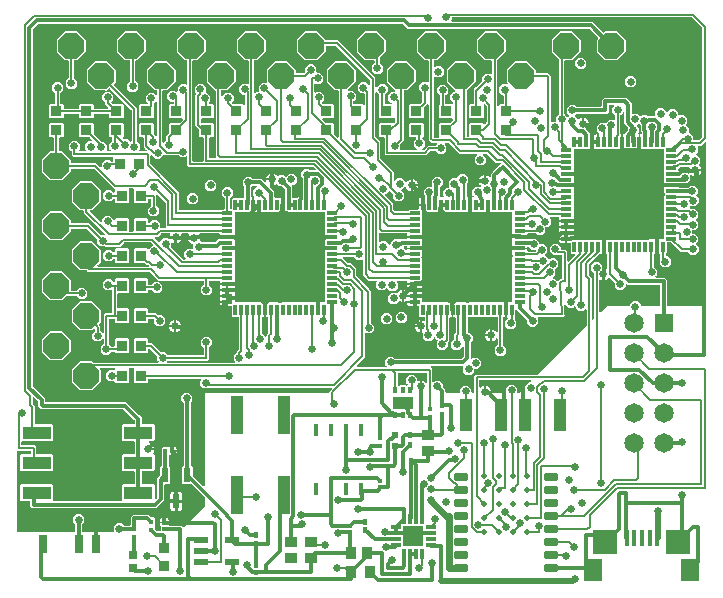
<source format=gbr>
G04 EAGLE Gerber RS-274X export*
G75*
%MOMM*%
%FSLAX34Y34*%
%LPD*%
%INTop Copper*%
%IPPOS*%
%AMOC8*
5,1,8,0,0,1.08239X$1,22.5*%
G01*
%ADD10R,0.420000X0.460000*%
%ADD11R,0.620000X0.600000*%
%ADD12R,1.020000X0.870000*%
%ADD13R,0.870000X1.020000*%
%ADD14R,0.330000X0.365000*%
%ADD15R,0.365000X0.330000*%
%ADD16P,2.336880X8X22.500000*%
%ADD17R,0.350000X0.600000*%
%ADD18R,1.700000X1.100000*%
%ADD19R,0.850000X0.300000*%
%ADD20R,0.300000X0.850000*%
%ADD21R,7.700000X7.700000*%
%ADD22R,0.600000X1.200000*%
%ADD23R,1.650000X1.650000*%
%ADD24C,1.650000*%
%ADD25R,0.700000X0.700000*%
%ADD26R,0.950000X0.950000*%
%ADD27R,0.950000X0.900000*%
%ADD28R,0.900000X0.950000*%
%ADD29R,0.440000X0.420000*%
%ADD30R,0.950000X1.000000*%
%ADD31R,0.400000X0.625000*%
%ADD32R,0.350000X0.525000*%
%ADD33R,0.420000X0.440000*%
%ADD34R,1.100000X2.700000*%
%ADD35R,2.440000X1.130000*%
%ADD36R,1.000000X3.200000*%
%ADD37R,0.700000X1.500000*%
%ADD38R,0.400000X1.000000*%
%ADD39R,2.100000X2.000000*%
%ADD40R,1.600000X1.900000*%
%ADD41R,0.400000X1.350000*%
%ADD42C,0.345000*%
%ADD43C,0.500000*%
%ADD44R,1.270000X0.558800*%
%ADD45R,0.304800X0.812800*%
%ADD46R,0.812800X0.304800*%
%ADD47R,1.701800X1.701800*%
%ADD48R,1.100000X0.900000*%
%ADD49C,0.631000*%
%ADD50C,0.304800*%
%ADD51C,0.508000*%
%ADD52C,0.152400*%
%ADD53C,0.609600*%

G36*
X-556216Y108970D02*
X-556216Y108970D01*
X-556197Y108968D01*
X-556095Y108990D01*
X-555993Y109007D01*
X-555976Y109016D01*
X-555956Y109020D01*
X-555867Y109073D01*
X-555776Y109122D01*
X-555762Y109136D01*
X-555745Y109146D01*
X-555678Y109225D01*
X-555606Y109300D01*
X-555598Y109318D01*
X-555585Y109333D01*
X-555546Y109429D01*
X-555503Y109523D01*
X-555501Y109543D01*
X-555493Y109561D01*
X-555475Y109728D01*
X-555475Y115505D01*
X-555489Y115595D01*
X-555497Y115686D01*
X-555509Y115716D01*
X-555514Y115748D01*
X-555557Y115829D01*
X-555593Y115913D01*
X-555619Y115945D01*
X-555630Y115965D01*
X-555653Y115987D01*
X-555698Y116043D01*
X-557106Y117452D01*
X-557106Y121308D01*
X-554378Y124036D01*
X-550522Y124036D01*
X-547794Y121308D01*
X-547794Y117452D01*
X-549202Y116043D01*
X-549255Y115970D01*
X-549315Y115900D01*
X-549327Y115870D01*
X-549346Y115844D01*
X-549373Y115757D01*
X-549407Y115672D01*
X-549411Y115631D01*
X-549418Y115609D01*
X-549417Y115576D01*
X-549425Y115505D01*
X-549425Y109728D01*
X-549422Y109708D01*
X-549424Y109689D01*
X-549402Y109587D01*
X-549386Y109485D01*
X-549376Y109468D01*
X-549372Y109448D01*
X-549319Y109359D01*
X-549270Y109268D01*
X-549256Y109254D01*
X-549246Y109237D01*
X-549167Y109170D01*
X-549092Y109099D01*
X-549074Y109090D01*
X-549059Y109077D01*
X-548963Y109038D01*
X-548869Y108995D01*
X-548849Y108993D01*
X-548831Y108985D01*
X-548664Y108967D01*
X-523577Y108967D01*
X-523557Y108970D01*
X-523538Y108968D01*
X-523436Y108990D01*
X-523334Y109007D01*
X-523317Y109016D01*
X-523297Y109020D01*
X-523208Y109073D01*
X-523117Y109122D01*
X-523103Y109136D01*
X-523086Y109146D01*
X-523019Y109225D01*
X-522947Y109300D01*
X-522939Y109318D01*
X-522926Y109333D01*
X-522887Y109429D01*
X-522844Y109523D01*
X-522842Y109543D01*
X-522834Y109561D01*
X-522816Y109728D01*
X-522816Y113688D01*
X-520088Y116416D01*
X-516232Y116416D01*
X-514413Y114598D01*
X-514340Y114545D01*
X-514270Y114485D01*
X-514240Y114473D01*
X-514214Y114454D01*
X-514127Y114427D01*
X-514042Y114393D01*
X-514001Y114389D01*
X-513979Y114382D01*
X-513946Y114383D01*
X-513875Y114375D01*
X-509246Y114375D01*
X-509226Y114378D01*
X-509207Y114376D01*
X-509105Y114398D01*
X-509003Y114414D01*
X-508986Y114424D01*
X-508966Y114428D01*
X-508877Y114481D01*
X-508786Y114530D01*
X-508772Y114544D01*
X-508755Y114554D01*
X-508688Y114633D01*
X-508616Y114708D01*
X-508608Y114726D01*
X-508595Y114741D01*
X-508556Y114837D01*
X-508513Y114931D01*
X-508511Y114951D01*
X-508503Y114969D01*
X-508485Y115136D01*
X-508485Y121903D01*
X-506713Y123675D01*
X-493187Y123675D01*
X-491136Y121624D01*
X-491062Y121571D01*
X-490993Y121511D01*
X-490963Y121499D01*
X-490936Y121480D01*
X-490849Y121453D01*
X-490765Y121419D01*
X-490724Y121415D01*
X-490701Y121408D01*
X-490669Y121409D01*
X-490598Y121401D01*
X-488768Y121401D01*
X-487889Y120522D01*
X-487889Y114878D01*
X-487929Y114838D01*
X-487941Y114822D01*
X-487957Y114810D01*
X-488003Y114737D01*
X-488016Y114724D01*
X-488024Y114707D01*
X-488073Y114639D01*
X-488079Y114619D01*
X-488090Y114603D01*
X-488110Y114521D01*
X-488120Y114501D01*
X-488122Y114479D01*
X-488145Y114403D01*
X-488145Y114383D01*
X-488150Y114364D01*
X-488143Y114286D01*
X-488147Y114256D01*
X-488141Y114228D01*
X-488139Y114158D01*
X-488132Y114139D01*
X-488130Y114119D01*
X-488103Y114054D01*
X-488095Y114016D01*
X-488075Y113983D01*
X-488054Y113927D01*
X-488042Y113911D01*
X-488034Y113893D01*
X-487982Y113828D01*
X-487968Y113805D01*
X-487954Y113792D01*
X-487929Y113762D01*
X-487889Y113722D01*
X-487889Y111892D01*
X-487875Y111802D01*
X-487867Y111711D01*
X-487855Y111681D01*
X-487850Y111649D01*
X-487807Y111569D01*
X-487771Y111485D01*
X-487745Y111453D01*
X-487734Y111432D01*
X-487711Y111410D01*
X-487666Y111354D01*
X-486191Y109879D01*
X-486117Y109826D01*
X-486048Y109766D01*
X-486018Y109754D01*
X-485991Y109735D01*
X-485904Y109708D01*
X-485820Y109674D01*
X-485779Y109670D01*
X-485756Y109663D01*
X-485724Y109664D01*
X-485653Y109656D01*
X-483972Y109656D01*
X-483952Y109659D01*
X-483933Y109657D01*
X-483831Y109679D01*
X-483729Y109695D01*
X-483712Y109705D01*
X-483692Y109709D01*
X-483603Y109762D01*
X-483512Y109811D01*
X-483498Y109825D01*
X-483481Y109835D01*
X-483414Y109914D01*
X-483342Y109989D01*
X-483334Y110007D01*
X-483321Y110022D01*
X-483282Y110118D01*
X-483239Y110212D01*
X-483237Y110232D01*
X-483229Y110250D01*
X-483211Y110417D01*
X-483211Y113689D01*
X-483229Y113803D01*
X-483245Y113916D01*
X-483249Y113925D01*
X-483250Y113932D01*
X-483261Y113951D01*
X-483313Y114070D01*
X-483574Y114523D01*
X-483711Y115032D01*
X-483711Y116296D01*
X-480123Y116296D01*
X-480104Y116299D01*
X-480084Y116297D01*
X-480058Y116302D01*
X-479997Y116296D01*
X-476409Y116296D01*
X-476409Y115266D01*
X-476406Y115246D01*
X-476408Y115227D01*
X-476386Y115125D01*
X-476370Y115023D01*
X-476360Y115006D01*
X-476356Y114986D01*
X-476303Y114897D01*
X-476254Y114806D01*
X-476240Y114792D01*
X-476230Y114775D01*
X-476151Y114708D01*
X-476076Y114636D01*
X-476058Y114628D01*
X-476043Y114615D01*
X-475947Y114576D01*
X-475853Y114533D01*
X-475833Y114531D01*
X-475815Y114523D01*
X-475648Y114505D01*
X-465345Y114505D01*
X-464091Y113251D01*
X-464075Y113239D01*
X-464063Y113224D01*
X-463975Y113168D01*
X-463891Y113107D01*
X-463872Y113101D01*
X-463856Y113091D01*
X-463755Y113065D01*
X-463656Y113035D01*
X-463636Y113035D01*
X-463617Y113031D01*
X-463514Y113039D01*
X-463411Y113041D01*
X-463392Y113048D01*
X-463372Y113050D01*
X-463277Y113090D01*
X-463179Y113126D01*
X-463164Y113138D01*
X-463146Y113146D01*
X-463015Y113251D01*
X-445994Y130272D01*
X-445941Y130346D01*
X-445881Y130415D01*
X-445869Y130445D01*
X-445850Y130471D01*
X-445823Y130558D01*
X-445789Y130643D01*
X-445785Y130684D01*
X-445778Y130707D01*
X-445779Y130739D01*
X-445771Y130810D01*
X-445771Y137828D01*
X-445786Y137918D01*
X-445793Y138009D01*
X-445805Y138039D01*
X-445811Y138071D01*
X-445853Y138151D01*
X-445889Y138235D01*
X-445915Y138267D01*
X-445926Y138288D01*
X-445949Y138310D01*
X-445994Y138366D01*
X-456954Y149326D01*
X-457028Y149379D01*
X-457097Y149439D01*
X-457127Y149451D01*
X-457154Y149470D01*
X-457241Y149497D01*
X-457325Y149531D01*
X-457366Y149535D01*
X-457389Y149542D01*
X-457421Y149541D01*
X-457492Y149549D01*
X-464022Y149549D01*
X-464901Y150428D01*
X-464901Y163672D01*
X-463989Y164583D01*
X-463943Y164590D01*
X-463926Y164600D01*
X-463906Y164604D01*
X-463817Y164657D01*
X-463726Y164706D01*
X-463712Y164720D01*
X-463695Y164730D01*
X-463628Y164809D01*
X-463556Y164884D01*
X-463548Y164902D01*
X-463535Y164917D01*
X-463496Y165013D01*
X-463453Y165107D01*
X-463451Y165127D01*
X-463443Y165145D01*
X-463425Y165312D01*
X-463425Y217765D01*
X-463439Y217855D01*
X-463447Y217946D01*
X-463459Y217976D01*
X-463464Y218008D01*
X-463507Y218089D01*
X-463543Y218173D01*
X-463569Y218205D01*
X-463580Y218225D01*
X-463603Y218248D01*
X-463648Y218303D01*
X-465666Y220322D01*
X-465666Y224178D01*
X-462938Y226906D01*
X-459082Y226906D01*
X-456354Y224178D01*
X-456354Y220322D01*
X-457152Y219523D01*
X-457205Y219450D01*
X-457265Y219380D01*
X-457277Y219350D01*
X-457296Y219324D01*
X-457323Y219237D01*
X-457357Y219152D01*
X-457361Y219111D01*
X-457368Y219089D01*
X-457367Y219056D01*
X-457375Y218985D01*
X-457375Y165312D01*
X-457372Y165292D01*
X-457374Y165273D01*
X-457352Y165171D01*
X-457336Y165069D01*
X-457326Y165052D01*
X-457322Y165032D01*
X-457269Y164943D01*
X-457220Y164852D01*
X-457206Y164838D01*
X-457196Y164821D01*
X-457117Y164754D01*
X-457042Y164682D01*
X-457024Y164674D01*
X-457009Y164661D01*
X-456913Y164622D01*
X-456819Y164579D01*
X-456805Y164577D01*
X-455899Y163672D01*
X-455899Y157142D01*
X-455885Y157052D01*
X-455877Y156961D01*
X-455865Y156931D01*
X-455860Y156899D01*
X-455817Y156819D01*
X-455781Y156735D01*
X-455755Y156703D01*
X-455744Y156682D01*
X-455721Y156660D01*
X-455676Y156604D01*
X-447070Y147998D01*
X-447012Y147956D01*
X-446960Y147907D01*
X-446913Y147885D01*
X-446871Y147854D01*
X-446802Y147833D01*
X-446737Y147803D01*
X-446685Y147797D01*
X-446635Y147782D01*
X-446564Y147784D01*
X-446493Y147776D01*
X-446442Y147787D01*
X-446390Y147788D01*
X-446322Y147813D01*
X-446252Y147828D01*
X-446208Y147855D01*
X-446159Y147873D01*
X-446103Y147918D01*
X-446041Y147954D01*
X-446007Y147994D01*
X-445967Y148027D01*
X-445928Y148087D01*
X-445881Y148141D01*
X-445862Y148190D01*
X-445834Y148233D01*
X-445816Y148303D01*
X-445789Y148369D01*
X-445781Y148441D01*
X-445773Y148472D01*
X-445775Y148495D01*
X-445771Y148536D01*
X-445771Y227077D01*
X-340844Y227077D01*
X-340824Y227080D01*
X-340805Y227078D01*
X-340703Y227100D01*
X-340601Y227117D01*
X-340584Y227126D01*
X-340564Y227130D01*
X-340475Y227183D01*
X-340384Y227232D01*
X-340370Y227246D01*
X-340353Y227256D01*
X-340286Y227335D01*
X-340214Y227410D01*
X-340206Y227428D01*
X-340193Y227443D01*
X-340154Y227539D01*
X-340111Y227633D01*
X-340109Y227653D01*
X-340101Y227671D01*
X-340083Y227838D01*
X-340083Y228267D01*
X-338232Y230118D01*
X-338190Y230176D01*
X-338141Y230228D01*
X-338119Y230275D01*
X-338089Y230317D01*
X-338068Y230386D01*
X-338037Y230451D01*
X-338032Y230503D01*
X-338016Y230553D01*
X-338018Y230624D01*
X-338010Y230695D01*
X-338021Y230746D01*
X-338023Y230798D01*
X-338047Y230866D01*
X-338063Y230936D01*
X-338089Y230981D01*
X-338107Y231029D01*
X-338152Y231085D01*
X-338189Y231147D01*
X-338228Y231181D01*
X-338261Y231221D01*
X-338321Y231260D01*
X-338376Y231307D01*
X-338424Y231326D01*
X-338468Y231354D01*
X-338537Y231372D01*
X-338604Y231399D01*
X-338675Y231407D01*
X-338706Y231415D01*
X-338730Y231413D01*
X-338771Y231417D01*
X-442105Y231417D01*
X-442195Y231403D01*
X-442286Y231395D01*
X-442316Y231383D01*
X-442348Y231378D01*
X-442429Y231335D01*
X-442513Y231299D01*
X-442545Y231273D01*
X-442565Y231262D01*
X-442587Y231239D01*
X-442644Y231194D01*
X-443207Y230631D01*
X-447063Y230631D01*
X-449791Y233359D01*
X-449791Y237215D01*
X-449268Y237738D01*
X-449227Y237796D01*
X-449177Y237848D01*
X-449155Y237895D01*
X-449125Y237937D01*
X-449104Y238006D01*
X-449074Y238071D01*
X-449068Y238123D01*
X-449053Y238173D01*
X-449054Y238244D01*
X-449047Y238315D01*
X-449058Y238366D01*
X-449059Y238418D01*
X-449084Y238486D01*
X-449099Y238556D01*
X-449125Y238601D01*
X-449143Y238649D01*
X-449188Y238705D01*
X-449225Y238767D01*
X-449265Y238801D01*
X-449297Y238841D01*
X-449357Y238880D01*
X-449412Y238927D01*
X-449460Y238946D01*
X-449504Y238974D01*
X-449573Y238992D01*
X-449640Y239019D01*
X-449711Y239027D01*
X-449742Y239035D01*
X-449766Y239033D01*
X-449807Y239037D01*
X-493238Y239037D01*
X-493258Y239034D01*
X-493277Y239036D01*
X-493379Y239014D01*
X-493481Y238998D01*
X-493498Y238988D01*
X-493518Y238984D01*
X-493607Y238931D01*
X-493698Y238882D01*
X-493712Y238868D01*
X-493729Y238858D01*
X-493796Y238779D01*
X-493868Y238704D01*
X-493876Y238686D01*
X-493889Y238671D01*
X-493928Y238575D01*
X-493971Y238481D01*
X-493973Y238461D01*
X-493981Y238443D01*
X-493999Y238276D01*
X-493999Y235928D01*
X-494878Y235049D01*
X-505122Y235049D01*
X-506001Y235928D01*
X-506001Y246688D01*
X-505953Y246738D01*
X-505931Y246785D01*
X-505901Y246827D01*
X-505880Y246896D01*
X-505850Y246961D01*
X-505844Y247013D01*
X-505829Y247062D01*
X-505831Y247134D01*
X-505823Y247205D01*
X-505834Y247256D01*
X-505835Y247308D01*
X-505860Y247376D01*
X-505875Y247446D01*
X-505902Y247491D01*
X-505919Y247539D01*
X-505964Y247595D01*
X-506001Y247657D01*
X-506041Y247691D01*
X-506073Y247731D01*
X-506134Y247770D01*
X-506188Y247817D01*
X-506236Y247836D01*
X-506280Y247864D01*
X-506350Y247882D01*
X-506416Y247909D01*
X-506487Y247917D01*
X-506519Y247925D01*
X-506542Y247923D01*
X-506583Y247927D01*
X-509417Y247927D01*
X-509488Y247916D01*
X-509560Y247914D01*
X-509608Y247896D01*
X-509660Y247888D01*
X-509723Y247854D01*
X-509791Y247829D01*
X-509831Y247797D01*
X-509877Y247772D01*
X-509927Y247720D01*
X-509983Y247676D01*
X-510011Y247632D01*
X-510047Y247594D01*
X-510077Y247529D01*
X-510116Y247469D01*
X-510128Y247418D01*
X-510150Y247371D01*
X-510158Y247300D01*
X-510176Y247230D01*
X-510172Y247178D01*
X-510177Y247127D01*
X-510162Y247056D01*
X-510157Y246985D01*
X-510136Y246937D01*
X-510125Y246886D01*
X-510088Y246825D01*
X-510060Y246759D01*
X-510015Y246703D01*
X-509999Y246676D01*
X-509999Y235928D01*
X-510878Y235049D01*
X-521122Y235049D01*
X-522004Y235931D01*
X-522024Y236024D01*
X-522040Y236126D01*
X-522050Y236143D01*
X-522054Y236163D01*
X-522107Y236252D01*
X-522156Y236343D01*
X-522170Y236357D01*
X-522180Y236374D01*
X-522259Y236441D01*
X-522334Y236513D01*
X-522352Y236521D01*
X-522367Y236534D01*
X-522463Y236573D01*
X-522557Y236616D01*
X-522577Y236618D01*
X-522595Y236626D01*
X-522762Y236644D01*
X-526438Y236644D01*
X-529166Y239372D01*
X-529166Y243228D01*
X-526438Y245956D01*
X-522762Y245956D01*
X-522742Y245959D01*
X-522723Y245957D01*
X-522621Y245979D01*
X-522519Y245995D01*
X-522502Y246005D01*
X-522482Y246009D01*
X-522393Y246062D01*
X-522302Y246111D01*
X-522288Y246125D01*
X-522271Y246135D01*
X-522204Y246214D01*
X-522132Y246289D01*
X-522124Y246307D01*
X-522111Y246322D01*
X-522072Y246418D01*
X-522029Y246512D01*
X-522027Y246532D01*
X-522019Y246550D01*
X-522004Y246684D01*
X-522003Y246686D01*
X-521953Y246738D01*
X-521931Y246785D01*
X-521901Y246827D01*
X-521880Y246896D01*
X-521850Y246961D01*
X-521844Y247013D01*
X-521829Y247062D01*
X-521831Y247134D01*
X-521823Y247205D01*
X-521834Y247256D01*
X-521835Y247308D01*
X-521860Y247376D01*
X-521875Y247446D01*
X-521902Y247491D01*
X-521919Y247539D01*
X-521964Y247595D01*
X-522001Y247657D01*
X-522041Y247691D01*
X-522073Y247731D01*
X-522134Y247770D01*
X-522188Y247817D01*
X-522236Y247836D01*
X-522280Y247864D01*
X-522350Y247882D01*
X-522416Y247909D01*
X-522487Y247917D01*
X-522519Y247925D01*
X-522542Y247923D01*
X-522583Y247927D01*
X-533501Y247927D01*
X-533571Y247916D01*
X-533643Y247914D01*
X-533692Y247896D01*
X-533743Y247888D01*
X-533807Y247854D01*
X-533874Y247829D01*
X-533915Y247797D01*
X-533961Y247772D01*
X-534010Y247720D01*
X-534066Y247676D01*
X-534094Y247632D01*
X-534130Y247594D01*
X-534160Y247529D01*
X-534199Y247469D01*
X-534212Y247418D01*
X-534234Y247371D01*
X-534242Y247300D01*
X-534259Y247230D01*
X-534255Y247178D01*
X-534261Y247127D01*
X-534246Y247056D01*
X-534240Y246985D01*
X-534220Y246937D01*
X-534209Y246886D01*
X-534172Y246825D01*
X-534144Y246759D01*
X-534099Y246703D01*
X-534082Y246675D01*
X-534065Y246660D01*
X-534039Y246628D01*
X-533804Y246393D01*
X-533804Y236207D01*
X-541007Y229004D01*
X-551193Y229004D01*
X-558396Y236207D01*
X-558396Y246393D01*
X-551193Y253596D01*
X-541007Y253596D01*
X-540087Y252676D01*
X-540013Y252623D01*
X-539944Y252563D01*
X-539913Y252551D01*
X-539887Y252532D01*
X-539800Y252505D01*
X-539715Y252471D01*
X-539674Y252467D01*
X-539652Y252460D01*
X-539620Y252461D01*
X-539549Y252453D01*
X-485665Y252453D01*
X-485594Y252464D01*
X-485522Y252466D01*
X-485473Y252484D01*
X-485422Y252492D01*
X-485359Y252526D01*
X-485291Y252551D01*
X-485251Y252583D01*
X-485205Y252608D01*
X-485155Y252660D01*
X-485099Y252704D01*
X-485071Y252748D01*
X-485035Y252786D01*
X-485005Y252851D01*
X-484966Y252911D01*
X-484954Y252962D01*
X-484932Y253009D01*
X-484924Y253080D01*
X-484906Y253150D01*
X-484910Y253202D01*
X-484905Y253253D01*
X-484920Y253324D01*
X-484925Y253395D01*
X-484946Y253443D01*
X-484957Y253494D01*
X-484994Y253555D01*
X-485022Y253621D01*
X-485066Y253677D01*
X-485083Y253705D01*
X-485101Y253720D01*
X-485126Y253752D01*
X-485986Y254612D01*
X-485986Y257680D01*
X-486000Y257771D01*
X-486008Y257861D01*
X-486020Y257891D01*
X-486025Y257923D01*
X-486068Y258004D01*
X-486104Y258088D01*
X-486130Y258120D01*
X-486141Y258141D01*
X-486164Y258163D01*
X-486209Y258219D01*
X-492204Y264214D01*
X-492278Y264267D01*
X-492348Y264327D01*
X-492378Y264339D01*
X-492404Y264358D01*
X-492491Y264385D01*
X-492576Y264419D01*
X-492617Y264423D01*
X-492639Y264430D01*
X-492671Y264429D01*
X-492743Y264437D01*
X-493238Y264437D01*
X-493258Y264434D01*
X-493277Y264436D01*
X-493379Y264414D01*
X-493481Y264398D01*
X-493498Y264388D01*
X-493518Y264384D01*
X-493607Y264331D01*
X-493698Y264282D01*
X-493712Y264268D01*
X-493729Y264258D01*
X-493796Y264179D01*
X-493868Y264104D01*
X-493876Y264086D01*
X-493889Y264071D01*
X-493928Y263975D01*
X-493971Y263881D01*
X-493973Y263861D01*
X-493981Y263843D01*
X-493999Y263676D01*
X-493999Y261328D01*
X-494878Y260449D01*
X-505122Y260449D01*
X-506001Y261328D01*
X-506001Y272072D01*
X-505122Y272951D01*
X-494878Y272951D01*
X-493999Y272072D01*
X-493999Y269724D01*
X-493996Y269704D01*
X-493998Y269685D01*
X-493976Y269583D01*
X-493960Y269481D01*
X-493950Y269464D01*
X-493946Y269444D01*
X-493893Y269355D01*
X-493844Y269264D01*
X-493830Y269250D01*
X-493820Y269233D01*
X-493741Y269166D01*
X-493666Y269094D01*
X-493648Y269086D01*
X-493633Y269073D01*
X-493537Y269034D01*
X-493443Y268991D01*
X-493423Y268989D01*
X-493405Y268981D01*
X-493238Y268963D01*
X-490553Y268963D01*
X-483009Y261419D01*
X-482935Y261366D01*
X-482865Y261306D01*
X-482835Y261294D01*
X-482809Y261275D01*
X-482722Y261248D01*
X-482637Y261214D01*
X-482596Y261210D01*
X-482574Y261203D01*
X-482542Y261204D01*
X-482470Y261196D01*
X-479402Y261196D01*
X-477232Y259026D01*
X-477158Y258973D01*
X-477088Y258913D01*
X-477058Y258901D01*
X-477032Y258882D01*
X-476945Y258855D01*
X-476860Y258821D01*
X-476819Y258817D01*
X-476797Y258810D01*
X-476765Y258811D01*
X-476693Y258803D01*
X-447524Y258803D01*
X-447504Y258806D01*
X-447485Y258804D01*
X-447383Y258826D01*
X-447281Y258842D01*
X-447264Y258852D01*
X-447244Y258856D01*
X-447155Y258909D01*
X-447064Y258958D01*
X-447050Y258972D01*
X-447033Y258982D01*
X-446966Y259061D01*
X-446894Y259136D01*
X-446886Y259154D01*
X-446873Y259169D01*
X-446834Y259265D01*
X-446791Y259359D01*
X-446789Y259379D01*
X-446781Y259397D01*
X-446763Y259564D01*
X-446763Y264940D01*
X-446777Y265030D01*
X-446785Y265121D01*
X-446797Y265151D01*
X-446802Y265183D01*
X-446845Y265264D01*
X-446881Y265348D01*
X-446907Y265380D01*
X-446918Y265400D01*
X-446941Y265422D01*
X-446986Y265479D01*
X-449156Y267649D01*
X-449156Y271505D01*
X-446428Y274233D01*
X-442572Y274233D01*
X-439844Y271505D01*
X-439844Y267649D01*
X-442014Y265479D01*
X-442067Y265405D01*
X-442127Y265335D01*
X-442139Y265305D01*
X-442158Y265279D01*
X-442185Y265192D01*
X-442219Y265107D01*
X-442223Y265066D01*
X-442230Y265044D01*
X-442229Y265012D01*
X-442237Y264940D01*
X-442237Y255603D01*
X-443563Y254277D01*
X-476693Y254277D01*
X-476783Y254263D01*
X-476874Y254255D01*
X-476904Y254243D01*
X-476936Y254238D01*
X-477017Y254195D01*
X-477101Y254159D01*
X-477133Y254133D01*
X-477153Y254122D01*
X-477176Y254099D01*
X-477232Y254054D01*
X-477534Y253752D01*
X-477575Y253694D01*
X-477625Y253642D01*
X-477647Y253595D01*
X-477677Y253553D01*
X-477698Y253484D01*
X-477728Y253419D01*
X-477734Y253367D01*
X-477749Y253317D01*
X-477748Y253246D01*
X-477755Y253175D01*
X-477744Y253124D01*
X-477743Y253072D01*
X-477718Y253004D01*
X-477703Y252934D01*
X-477677Y252890D01*
X-477659Y252841D01*
X-477614Y252785D01*
X-477577Y252723D01*
X-477537Y252689D01*
X-477505Y252649D01*
X-477445Y252610D01*
X-477390Y252563D01*
X-477342Y252544D01*
X-477298Y252516D01*
X-477229Y252498D01*
X-477162Y252471D01*
X-477091Y252463D01*
X-477059Y252455D01*
X-477036Y252457D01*
X-476995Y252453D01*
X-420895Y252453D01*
X-420824Y252464D01*
X-420752Y252466D01*
X-420703Y252484D01*
X-420652Y252492D01*
X-420589Y252526D01*
X-420521Y252551D01*
X-420481Y252583D01*
X-420435Y252608D01*
X-420385Y252660D01*
X-420329Y252704D01*
X-420301Y252748D01*
X-420265Y252786D01*
X-420235Y252851D01*
X-420196Y252911D01*
X-420184Y252962D01*
X-420162Y253009D01*
X-420154Y253080D01*
X-420136Y253150D01*
X-420140Y253202D01*
X-420135Y253253D01*
X-420150Y253324D01*
X-420155Y253395D01*
X-420176Y253443D01*
X-420187Y253494D01*
X-420224Y253555D01*
X-420252Y253621D01*
X-420296Y253677D01*
X-420313Y253705D01*
X-420331Y253720D01*
X-420356Y253752D01*
X-421216Y254612D01*
X-421216Y258468D01*
X-419046Y260639D01*
X-418993Y260712D01*
X-418933Y260782D01*
X-418921Y260812D01*
X-418902Y260838D01*
X-418875Y260925D01*
X-418841Y261010D01*
X-418837Y261051D01*
X-418830Y261073D01*
X-418831Y261106D01*
X-418823Y261177D01*
X-418823Y261287D01*
X-417256Y262854D01*
X-417203Y262928D01*
X-417143Y262998D01*
X-417131Y263028D01*
X-417112Y263054D01*
X-417085Y263141D01*
X-417051Y263226D01*
X-417047Y263267D01*
X-417040Y263289D01*
X-417041Y263321D01*
X-417033Y263393D01*
X-417033Y290618D01*
X-417036Y290638D01*
X-417034Y290657D01*
X-417056Y290759D01*
X-417072Y290861D01*
X-417082Y290878D01*
X-417086Y290898D01*
X-417139Y290987D01*
X-417188Y291078D01*
X-417202Y291092D01*
X-417212Y291109D01*
X-417291Y291176D01*
X-417366Y291248D01*
X-417384Y291256D01*
X-417399Y291269D01*
X-417495Y291308D01*
X-417589Y291351D01*
X-417609Y291353D01*
X-417627Y291361D01*
X-417794Y291379D01*
X-421892Y291379D01*
X-422771Y292258D01*
X-422771Y299868D01*
X-422774Y299888D01*
X-422772Y299907D01*
X-422794Y300009D01*
X-422810Y300111D01*
X-422820Y300128D01*
X-422824Y300148D01*
X-422877Y300237D01*
X-422926Y300328D01*
X-422940Y300342D01*
X-422950Y300359D01*
X-423029Y300426D01*
X-423104Y300498D01*
X-423122Y300506D01*
X-423137Y300519D01*
X-423233Y300558D01*
X-423327Y300601D01*
X-423347Y300603D01*
X-423365Y300611D01*
X-423532Y300629D01*
X-426009Y300629D01*
X-426009Y304130D01*
X-426009Y309130D01*
X-426009Y314130D01*
X-426009Y319130D01*
X-426012Y319149D01*
X-426010Y319169D01*
X-426032Y319270D01*
X-426048Y319372D01*
X-426058Y319390D01*
X-426062Y319409D01*
X-426115Y319499D01*
X-426163Y319590D01*
X-426178Y319603D01*
X-426188Y319621D01*
X-426189Y319621D01*
X-426267Y319688D01*
X-426342Y319760D01*
X-426360Y319768D01*
X-426375Y319781D01*
X-426472Y319820D01*
X-426565Y319863D01*
X-426585Y319865D01*
X-426604Y319873D01*
X-426770Y319891D01*
X-433021Y319891D01*
X-433021Y320893D01*
X-433017Y320909D01*
X-433005Y321026D01*
X-432992Y321145D01*
X-432993Y321150D01*
X-432992Y321154D01*
X-433018Y321269D01*
X-433044Y321386D01*
X-433046Y321389D01*
X-433047Y321393D01*
X-433109Y321494D01*
X-433170Y321597D01*
X-433173Y321600D01*
X-433175Y321603D01*
X-433266Y321679D01*
X-433357Y321757D01*
X-433361Y321758D01*
X-433364Y321761D01*
X-433474Y321804D01*
X-433585Y321849D01*
X-433590Y321849D01*
X-433593Y321851D01*
X-433607Y321851D01*
X-433752Y321867D01*
X-441476Y321867D01*
X-441496Y321864D01*
X-441515Y321866D01*
X-441617Y321844D01*
X-441719Y321828D01*
X-441736Y321818D01*
X-441756Y321814D01*
X-441845Y321761D01*
X-441936Y321712D01*
X-441950Y321698D01*
X-441967Y321688D01*
X-442034Y321609D01*
X-442106Y321534D01*
X-442114Y321516D01*
X-442127Y321501D01*
X-442166Y321405D01*
X-442209Y321311D01*
X-442211Y321291D01*
X-442219Y321273D01*
X-442237Y321106D01*
X-442237Y318664D01*
X-442223Y318574D01*
X-442215Y318483D01*
X-442203Y318453D01*
X-442198Y318421D01*
X-442155Y318340D01*
X-442119Y318256D01*
X-442093Y318224D01*
X-442082Y318204D01*
X-442059Y318181D01*
X-442014Y318126D01*
X-439844Y315955D01*
X-439844Y312099D01*
X-442572Y309371D01*
X-446428Y309371D01*
X-449156Y312099D01*
X-449156Y315955D01*
X-446986Y318126D01*
X-446933Y318199D01*
X-446873Y318269D01*
X-446861Y318299D01*
X-446842Y318325D01*
X-446815Y318412D01*
X-446781Y318497D01*
X-446777Y318538D01*
X-446770Y318560D01*
X-446771Y318593D01*
X-446763Y318664D01*
X-446763Y321106D01*
X-446766Y321126D01*
X-446764Y321145D01*
X-446786Y321247D01*
X-446802Y321349D01*
X-446812Y321366D01*
X-446816Y321386D01*
X-446869Y321475D01*
X-446918Y321566D01*
X-446932Y321580D01*
X-446942Y321597D01*
X-447021Y321664D01*
X-447096Y321736D01*
X-447114Y321744D01*
X-447129Y321757D01*
X-447225Y321796D01*
X-447319Y321839D01*
X-447339Y321841D01*
X-447357Y321849D01*
X-447524Y321867D01*
X-483625Y321867D01*
X-483696Y321856D01*
X-483768Y321854D01*
X-483817Y321836D01*
X-483868Y321828D01*
X-483931Y321794D01*
X-483999Y321769D01*
X-484039Y321737D01*
X-484085Y321712D01*
X-484135Y321660D01*
X-484191Y321616D01*
X-484219Y321572D01*
X-484255Y321534D01*
X-484285Y321469D01*
X-484324Y321409D01*
X-484336Y321358D01*
X-484358Y321311D01*
X-484366Y321240D01*
X-484384Y321170D01*
X-484380Y321118D01*
X-484385Y321067D01*
X-484370Y320996D01*
X-484365Y320925D01*
X-484344Y320877D01*
X-484333Y320826D01*
X-484296Y320765D01*
X-484268Y320699D01*
X-484224Y320643D01*
X-484207Y320615D01*
X-484189Y320600D01*
X-484164Y320568D01*
X-481754Y318158D01*
X-481754Y314302D01*
X-484482Y311574D01*
X-488338Y311574D01*
X-490509Y313744D01*
X-490582Y313797D01*
X-490652Y313857D01*
X-490682Y313869D01*
X-490708Y313888D01*
X-490795Y313915D01*
X-490880Y313949D01*
X-490921Y313953D01*
X-490943Y313960D01*
X-490976Y313959D01*
X-491047Y313967D01*
X-493238Y313967D01*
X-493258Y313964D01*
X-493277Y313966D01*
X-493379Y313944D01*
X-493481Y313928D01*
X-493498Y313918D01*
X-493518Y313914D01*
X-493607Y313861D01*
X-493698Y313812D01*
X-493712Y313798D01*
X-493729Y313788D01*
X-493796Y313709D01*
X-493868Y313634D01*
X-493876Y313616D01*
X-493889Y313601D01*
X-493928Y313505D01*
X-493971Y313411D01*
X-493973Y313391D01*
X-493981Y313373D01*
X-493999Y313206D01*
X-493999Y312128D01*
X-494878Y311249D01*
X-505122Y311249D01*
X-506001Y312128D01*
X-506001Y322872D01*
X-505122Y323751D01*
X-494878Y323751D01*
X-493999Y322872D01*
X-493999Y319254D01*
X-493996Y319234D01*
X-493998Y319215D01*
X-493976Y319113D01*
X-493960Y319011D01*
X-493950Y318994D01*
X-493946Y318974D01*
X-493893Y318885D01*
X-493844Y318794D01*
X-493830Y318780D01*
X-493820Y318763D01*
X-493741Y318696D01*
X-493666Y318624D01*
X-493648Y318616D01*
X-493633Y318603D01*
X-493537Y318564D01*
X-493443Y318521D01*
X-493423Y318519D01*
X-493405Y318511D01*
X-493238Y318493D01*
X-491047Y318493D01*
X-490957Y318507D01*
X-490866Y318515D01*
X-490836Y318527D01*
X-490804Y318532D01*
X-490723Y318575D01*
X-490639Y318611D01*
X-490607Y318637D01*
X-490587Y318648D01*
X-490564Y318671D01*
X-490509Y318716D01*
X-488338Y320886D01*
X-485944Y320886D01*
X-485873Y320897D01*
X-485801Y320899D01*
X-485752Y320917D01*
X-485701Y320925D01*
X-485637Y320959D01*
X-485570Y320984D01*
X-485529Y321016D01*
X-485483Y321041D01*
X-485434Y321093D01*
X-485378Y321137D01*
X-485350Y321181D01*
X-485314Y321219D01*
X-485284Y321284D01*
X-485245Y321344D01*
X-485232Y321395D01*
X-485210Y321442D01*
X-485202Y321513D01*
X-485185Y321583D01*
X-485189Y321635D01*
X-485183Y321686D01*
X-485199Y321757D01*
X-485204Y321828D01*
X-485224Y321876D01*
X-485236Y321927D01*
X-485272Y321988D01*
X-485300Y322054D01*
X-485345Y322110D01*
X-485362Y322138D01*
X-485380Y322153D01*
X-485405Y322185D01*
X-492204Y328984D01*
X-492278Y329037D01*
X-492348Y329097D01*
X-492378Y329109D01*
X-492404Y329128D01*
X-492491Y329155D01*
X-492576Y329189D01*
X-492617Y329193D01*
X-492639Y329200D01*
X-492671Y329199D01*
X-492743Y329207D01*
X-544497Y329207D01*
X-545671Y330381D01*
X-545745Y330434D01*
X-545815Y330494D01*
X-545845Y330506D01*
X-545871Y330525D01*
X-545958Y330552D01*
X-546043Y330586D01*
X-546084Y330590D01*
X-546106Y330597D01*
X-546138Y330596D01*
X-546210Y330604D01*
X-551193Y330604D01*
X-558396Y337807D01*
X-558396Y347993D01*
X-551193Y355196D01*
X-541007Y355196D01*
X-533804Y347993D01*
X-533804Y337807D01*
X-536579Y335032D01*
X-536621Y334974D01*
X-536670Y334922D01*
X-536692Y334875D01*
X-536723Y334833D01*
X-536744Y334764D01*
X-536774Y334699D01*
X-536780Y334647D01*
X-536795Y334597D01*
X-536793Y334526D01*
X-536801Y334455D01*
X-536790Y334404D01*
X-536789Y334352D01*
X-536764Y334284D01*
X-536749Y334214D01*
X-536722Y334169D01*
X-536704Y334121D01*
X-536659Y334065D01*
X-536622Y334003D01*
X-536583Y333969D01*
X-536550Y333929D01*
X-536490Y333890D01*
X-536436Y333843D01*
X-536387Y333824D01*
X-536343Y333796D01*
X-536274Y333778D01*
X-536207Y333751D01*
X-536136Y333743D01*
X-536105Y333735D01*
X-536082Y333737D01*
X-536041Y333733D01*
X-493711Y333733D01*
X-493640Y333744D01*
X-493568Y333746D01*
X-493519Y333764D01*
X-493468Y333772D01*
X-493404Y333806D01*
X-493337Y333831D01*
X-493296Y333863D01*
X-493250Y333888D01*
X-493201Y333939D01*
X-493145Y333984D01*
X-493117Y334028D01*
X-493081Y334066D01*
X-493051Y334131D01*
X-493012Y334191D01*
X-492999Y334242D01*
X-492977Y334289D01*
X-492969Y334360D01*
X-492952Y334430D01*
X-492956Y334482D01*
X-492950Y334533D01*
X-492966Y334604D01*
X-492971Y334675D01*
X-492991Y334723D01*
X-493003Y334774D01*
X-493039Y334835D01*
X-493067Y334901D01*
X-493112Y334957D01*
X-493129Y334985D01*
X-493147Y335000D01*
X-493172Y335032D01*
X-493474Y335334D01*
X-493548Y335387D01*
X-493618Y335447D01*
X-493648Y335459D01*
X-493674Y335478D01*
X-493761Y335505D01*
X-493846Y335539D01*
X-493887Y335543D01*
X-493909Y335550D01*
X-493941Y335549D01*
X-494013Y335557D01*
X-495857Y335557D01*
X-496726Y336426D01*
X-496800Y336479D01*
X-496870Y336539D01*
X-496900Y336551D01*
X-496926Y336570D01*
X-497013Y336597D01*
X-497098Y336631D01*
X-497139Y336635D01*
X-497161Y336642D01*
X-497193Y336641D01*
X-497265Y336649D01*
X-505122Y336649D01*
X-506001Y337528D01*
X-506001Y348272D01*
X-505122Y349151D01*
X-494878Y349151D01*
X-494335Y348607D01*
X-494318Y348595D01*
X-494306Y348580D01*
X-494219Y348524D01*
X-494135Y348463D01*
X-494116Y348458D01*
X-494099Y348447D01*
X-493999Y348421D01*
X-493900Y348391D01*
X-493880Y348392D01*
X-493861Y348387D01*
X-493758Y348395D01*
X-493654Y348397D01*
X-493635Y348404D01*
X-493615Y348406D01*
X-493520Y348446D01*
X-493423Y348482D01*
X-493407Y348494D01*
X-493389Y348502D01*
X-493258Y348607D01*
X-490328Y351537D01*
X-490179Y351537D01*
X-490108Y351548D01*
X-490036Y351550D01*
X-489987Y351568D01*
X-489936Y351576D01*
X-489872Y351610D01*
X-489805Y351635D01*
X-489764Y351667D01*
X-489718Y351692D01*
X-489669Y351744D01*
X-489613Y351788D01*
X-489585Y351832D01*
X-489549Y351870D01*
X-489519Y351935D01*
X-489480Y351995D01*
X-489467Y352046D01*
X-489445Y352093D01*
X-489437Y352164D01*
X-489420Y352234D01*
X-489424Y352286D01*
X-489418Y352337D01*
X-489434Y352408D01*
X-489439Y352479D01*
X-489459Y352527D01*
X-489471Y352578D01*
X-489507Y352639D01*
X-489535Y352705D01*
X-489580Y352761D01*
X-489597Y352789D01*
X-489615Y352804D01*
X-489640Y352836D01*
X-490934Y354130D01*
X-491008Y354183D01*
X-491078Y354243D01*
X-491108Y354255D01*
X-491134Y354274D01*
X-491221Y354301D01*
X-491306Y354335D01*
X-491347Y354339D01*
X-491369Y354346D01*
X-491401Y354345D01*
X-491473Y354353D01*
X-513351Y354353D01*
X-513442Y354339D01*
X-513532Y354331D01*
X-513562Y354319D01*
X-513594Y354314D01*
X-513675Y354271D01*
X-513759Y354235D01*
X-513791Y354209D01*
X-513812Y354198D01*
X-513834Y354175D01*
X-513890Y354130D01*
X-517223Y350797D01*
X-530552Y350797D01*
X-530595Y350834D01*
X-530625Y350846D01*
X-530651Y350865D01*
X-530738Y350892D01*
X-530823Y350926D01*
X-530864Y350930D01*
X-530886Y350937D01*
X-530918Y350936D01*
X-530990Y350944D01*
X-534058Y350944D01*
X-536786Y353672D01*
X-536786Y356740D01*
X-536800Y356831D01*
X-536808Y356921D01*
X-536820Y356951D01*
X-536825Y356983D01*
X-536868Y357064D01*
X-536904Y357148D01*
X-536930Y357180D01*
X-536941Y357201D01*
X-536964Y357223D01*
X-537009Y357279D01*
X-545544Y365814D01*
X-545618Y365867D01*
X-545688Y365927D01*
X-545718Y365939D01*
X-545744Y365958D01*
X-545831Y365985D01*
X-545916Y366019D01*
X-545957Y366023D01*
X-545979Y366030D01*
X-546011Y366029D01*
X-546083Y366037D01*
X-558443Y366037D01*
X-558463Y366034D01*
X-558482Y366036D01*
X-558584Y366014D01*
X-558686Y365998D01*
X-558703Y365988D01*
X-558723Y365984D01*
X-558812Y365931D01*
X-558903Y365882D01*
X-558917Y365868D01*
X-558934Y365858D01*
X-559001Y365779D01*
X-559073Y365704D01*
X-559081Y365686D01*
X-559094Y365671D01*
X-559133Y365575D01*
X-559176Y365481D01*
X-559178Y365461D01*
X-559186Y365443D01*
X-559204Y365276D01*
X-559204Y363207D01*
X-566407Y356004D01*
X-576593Y356004D01*
X-583796Y363207D01*
X-583796Y373393D01*
X-576593Y380596D01*
X-566407Y380596D01*
X-559204Y373393D01*
X-559204Y371324D01*
X-559201Y371304D01*
X-559203Y371285D01*
X-559181Y371183D01*
X-559165Y371081D01*
X-559155Y371064D01*
X-559151Y371044D01*
X-559098Y370955D01*
X-559049Y370864D01*
X-559035Y370850D01*
X-559025Y370833D01*
X-558946Y370766D01*
X-558871Y370694D01*
X-558853Y370686D01*
X-558838Y370673D01*
X-558742Y370634D01*
X-558648Y370591D01*
X-558628Y370589D01*
X-558610Y370581D01*
X-558443Y370563D01*
X-543893Y370563D01*
X-533809Y360479D01*
X-533735Y360426D01*
X-533665Y360366D01*
X-533635Y360354D01*
X-533609Y360335D01*
X-533522Y360308D01*
X-533437Y360274D01*
X-533396Y360270D01*
X-533374Y360263D01*
X-533342Y360264D01*
X-533270Y360256D01*
X-531180Y360256D01*
X-531109Y360267D01*
X-531037Y360269D01*
X-530988Y360287D01*
X-530937Y360295D01*
X-530873Y360329D01*
X-530806Y360354D01*
X-530765Y360386D01*
X-530719Y360411D01*
X-530670Y360463D01*
X-530614Y360507D01*
X-530586Y360551D01*
X-530550Y360589D01*
X-530520Y360654D01*
X-530481Y360714D01*
X-530468Y360765D01*
X-530446Y360812D01*
X-530438Y360883D01*
X-530421Y360953D01*
X-530425Y361005D01*
X-530419Y361056D01*
X-530435Y361127D01*
X-530440Y361198D01*
X-530460Y361246D01*
X-530472Y361297D01*
X-530508Y361358D01*
X-530536Y361424D01*
X-530581Y361480D01*
X-530598Y361508D01*
X-530616Y361523D01*
X-530641Y361555D01*
X-546814Y377728D01*
X-548363Y379277D01*
X-548363Y380643D01*
X-548366Y380663D01*
X-548364Y380682D01*
X-548386Y380784D01*
X-548402Y380886D01*
X-548412Y380903D01*
X-548416Y380923D01*
X-548469Y381012D01*
X-548518Y381103D01*
X-548532Y381117D01*
X-548542Y381134D01*
X-548621Y381201D01*
X-548696Y381273D01*
X-548714Y381281D01*
X-548729Y381294D01*
X-548825Y381333D01*
X-548919Y381376D01*
X-548939Y381378D01*
X-548957Y381386D01*
X-549124Y381404D01*
X-551193Y381404D01*
X-558396Y388607D01*
X-558396Y398793D01*
X-551193Y405996D01*
X-541007Y405996D01*
X-533804Y398793D01*
X-533804Y388607D01*
X-541007Y381404D01*
X-542252Y381404D01*
X-542323Y381393D01*
X-542395Y381391D01*
X-542444Y381373D01*
X-542495Y381365D01*
X-542558Y381331D01*
X-542626Y381306D01*
X-542667Y381274D01*
X-542713Y381249D01*
X-542762Y381198D01*
X-542818Y381153D01*
X-542846Y381109D01*
X-542882Y381071D01*
X-542912Y381006D01*
X-542951Y380946D01*
X-542964Y380895D01*
X-542986Y380848D01*
X-542994Y380777D01*
X-543011Y380707D01*
X-543007Y380655D01*
X-543013Y380604D01*
X-542997Y380533D01*
X-542992Y380462D01*
X-542972Y380414D01*
X-542960Y380363D01*
X-542924Y380302D01*
X-542896Y380236D01*
X-542851Y380180D01*
X-542834Y380152D01*
X-542816Y380137D01*
X-542791Y380105D01*
X-534013Y371327D01*
X-533955Y371285D01*
X-533903Y371236D01*
X-533855Y371214D01*
X-533813Y371183D01*
X-533745Y371162D01*
X-533680Y371132D01*
X-533628Y371126D01*
X-533578Y371111D01*
X-533506Y371113D01*
X-533435Y371105D01*
X-533384Y371116D01*
X-533332Y371117D01*
X-533265Y371142D01*
X-533195Y371157D01*
X-533150Y371184D01*
X-533101Y371202D01*
X-533045Y371247D01*
X-532984Y371283D01*
X-532950Y371323D01*
X-532909Y371355D01*
X-532870Y371416D01*
X-532824Y371470D01*
X-532804Y371519D01*
X-532776Y371562D01*
X-532759Y371632D01*
X-532732Y371698D01*
X-532724Y371770D01*
X-532716Y371801D01*
X-532718Y371824D01*
X-532713Y371865D01*
X-532713Y374047D01*
X-529986Y376774D01*
X-526129Y376774D01*
X-523390Y374035D01*
X-523388Y373966D01*
X-523371Y373917D01*
X-523362Y373866D01*
X-523329Y373802D01*
X-523304Y373735D01*
X-523271Y373694D01*
X-523247Y373648D01*
X-523195Y373599D01*
X-523150Y373543D01*
X-523106Y373515D01*
X-523069Y373479D01*
X-523004Y373449D01*
X-522943Y373410D01*
X-522893Y373397D01*
X-522846Y373375D01*
X-522774Y373367D01*
X-522705Y373350D01*
X-522653Y373354D01*
X-522601Y373348D01*
X-522531Y373363D01*
X-522460Y373369D01*
X-522412Y373389D01*
X-522361Y373400D01*
X-522299Y373437D01*
X-522233Y373465D01*
X-522177Y373510D01*
X-522150Y373527D01*
X-522134Y373544D01*
X-522102Y373570D01*
X-521122Y374551D01*
X-510878Y374551D01*
X-509999Y373672D01*
X-509999Y364188D01*
X-509996Y364168D01*
X-509998Y364149D01*
X-509976Y364047D01*
X-509960Y363945D01*
X-509950Y363928D01*
X-509946Y363908D01*
X-509893Y363819D01*
X-509844Y363728D01*
X-509830Y363714D01*
X-509820Y363697D01*
X-509741Y363630D01*
X-509666Y363558D01*
X-509648Y363550D01*
X-509633Y363537D01*
X-509537Y363498D01*
X-509443Y363455D01*
X-509423Y363453D01*
X-509405Y363445D01*
X-509238Y363427D01*
X-506762Y363427D01*
X-506742Y363430D01*
X-506723Y363428D01*
X-506621Y363450D01*
X-506519Y363466D01*
X-506502Y363476D01*
X-506482Y363480D01*
X-506393Y363533D01*
X-506302Y363582D01*
X-506288Y363596D01*
X-506271Y363606D01*
X-506204Y363685D01*
X-506132Y363760D01*
X-506124Y363778D01*
X-506111Y363793D01*
X-506072Y363889D01*
X-506029Y363983D01*
X-506027Y364003D01*
X-506019Y364021D01*
X-506001Y364188D01*
X-506001Y373672D01*
X-505122Y374551D01*
X-494878Y374551D01*
X-493999Y373672D01*
X-493999Y371578D01*
X-493997Y371566D01*
X-493998Y371559D01*
X-493997Y371552D01*
X-493998Y371539D01*
X-493976Y371437D01*
X-493960Y371335D01*
X-493950Y371318D01*
X-493946Y371298D01*
X-493893Y371209D01*
X-493844Y371118D01*
X-493830Y371104D01*
X-493820Y371087D01*
X-493741Y371020D01*
X-493666Y370948D01*
X-493648Y370940D01*
X-493633Y370927D01*
X-493537Y370888D01*
X-493443Y370845D01*
X-493423Y370843D01*
X-493405Y370835D01*
X-493238Y370817D01*
X-492908Y370817D01*
X-492818Y370831D01*
X-492727Y370839D01*
X-492697Y370851D01*
X-492665Y370856D01*
X-492584Y370899D01*
X-492500Y370935D01*
X-492468Y370961D01*
X-492448Y370972D01*
X-492430Y370991D01*
X-492428Y370992D01*
X-492421Y370998D01*
X-492370Y371040D01*
X-490199Y373210D01*
X-486343Y373210D01*
X-483615Y370482D01*
X-483615Y367154D01*
X-483612Y367134D01*
X-483614Y367115D01*
X-483592Y367013D01*
X-483576Y366911D01*
X-483566Y366894D01*
X-483562Y366874D01*
X-483509Y366785D01*
X-483460Y366694D01*
X-483446Y366680D01*
X-483436Y366663D01*
X-483357Y366596D01*
X-483282Y366524D01*
X-483264Y366516D01*
X-483249Y366503D01*
X-483153Y366464D01*
X-483059Y366421D01*
X-483039Y366419D01*
X-483021Y366411D01*
X-482854Y366393D01*
X-479059Y366393D01*
X-478988Y366404D01*
X-478916Y366406D01*
X-478867Y366424D01*
X-478816Y366432D01*
X-478752Y366466D01*
X-478685Y366491D01*
X-478644Y366523D01*
X-478598Y366548D01*
X-478549Y366600D01*
X-478493Y366644D01*
X-478465Y366688D01*
X-478429Y366726D01*
X-478399Y366791D01*
X-478360Y366851D01*
X-478347Y366902D01*
X-478325Y366949D01*
X-478317Y367020D01*
X-478300Y367090D01*
X-478304Y367142D01*
X-478298Y367193D01*
X-478314Y367264D01*
X-478319Y367335D01*
X-478339Y367383D01*
X-478351Y367434D01*
X-478387Y367495D01*
X-478415Y367561D01*
X-478460Y367617D01*
X-478477Y367645D01*
X-478495Y367660D01*
X-478520Y367692D01*
X-479021Y368193D01*
X-479021Y387875D01*
X-479035Y387966D01*
X-479043Y388056D01*
X-479055Y388086D01*
X-479060Y388118D01*
X-479103Y388199D01*
X-479139Y388283D01*
X-479165Y388315D01*
X-479176Y388336D01*
X-479199Y388358D01*
X-479244Y388414D01*
X-485388Y394558D01*
X-485446Y394600D01*
X-485498Y394649D01*
X-485545Y394671D01*
X-485587Y394701D01*
X-485656Y394722D01*
X-485721Y394753D01*
X-485773Y394758D01*
X-485823Y394774D01*
X-485894Y394772D01*
X-485965Y394780D01*
X-486016Y394769D01*
X-486068Y394767D01*
X-486136Y394743D01*
X-486206Y394727D01*
X-486251Y394701D01*
X-486299Y394683D01*
X-486355Y394638D01*
X-486417Y394601D01*
X-486451Y394562D01*
X-486491Y394529D01*
X-486530Y394469D01*
X-486577Y394414D01*
X-486596Y394366D01*
X-486624Y394322D01*
X-486642Y394253D01*
X-486669Y394186D01*
X-486677Y394115D01*
X-486685Y394084D01*
X-486683Y394060D01*
X-486687Y394019D01*
X-486687Y385300D01*
X-486684Y385280D01*
X-486686Y385261D01*
X-486671Y385191D01*
X-486665Y385119D01*
X-486653Y385089D01*
X-486648Y385057D01*
X-486638Y385039D01*
X-486634Y385021D01*
X-486598Y384961D01*
X-486569Y384892D01*
X-486543Y384860D01*
X-486532Y384840D01*
X-486517Y384825D01*
X-486508Y384810D01*
X-486492Y384796D01*
X-486464Y384761D01*
X-484631Y382928D01*
X-484631Y379072D01*
X-487359Y376344D01*
X-491215Y376344D01*
X-493943Y379072D01*
X-493943Y382928D01*
X-491436Y385435D01*
X-491383Y385509D01*
X-491323Y385579D01*
X-491311Y385609D01*
X-491292Y385635D01*
X-491265Y385722D01*
X-491231Y385807D01*
X-491227Y385848D01*
X-491220Y385870D01*
X-491221Y385902D01*
X-491213Y385974D01*
X-491213Y390676D01*
X-491216Y390696D01*
X-491214Y390715D01*
X-491236Y390817D01*
X-491252Y390919D01*
X-491262Y390936D01*
X-491266Y390956D01*
X-491319Y391045D01*
X-491368Y391136D01*
X-491382Y391150D01*
X-491392Y391167D01*
X-491471Y391234D01*
X-491546Y391306D01*
X-491564Y391314D01*
X-491579Y391327D01*
X-491675Y391366D01*
X-491769Y391409D01*
X-491789Y391411D01*
X-491807Y391419D01*
X-491974Y391437D01*
X-493238Y391437D01*
X-493258Y391434D01*
X-493277Y391436D01*
X-493379Y391414D01*
X-493481Y391398D01*
X-493498Y391388D01*
X-493518Y391384D01*
X-493607Y391331D01*
X-493698Y391282D01*
X-493712Y391268D01*
X-493729Y391258D01*
X-493796Y391179D01*
X-493868Y391104D01*
X-493876Y391086D01*
X-493889Y391071D01*
X-493928Y390975D01*
X-493971Y390881D01*
X-493973Y390861D01*
X-493981Y390843D01*
X-493999Y390676D01*
X-493999Y388328D01*
X-494878Y387449D01*
X-505122Y387449D01*
X-506001Y388328D01*
X-506001Y399312D01*
X-506004Y399332D01*
X-506002Y399351D01*
X-506024Y399453D01*
X-506040Y399555D01*
X-506050Y399572D01*
X-506054Y399592D01*
X-506107Y399681D01*
X-506156Y399772D01*
X-506170Y399786D01*
X-506180Y399803D01*
X-506259Y399870D01*
X-506334Y399942D01*
X-506352Y399950D01*
X-506367Y399963D01*
X-506463Y400002D01*
X-506557Y400045D01*
X-506577Y400047D01*
X-506595Y400055D01*
X-506762Y400073D01*
X-509238Y400073D01*
X-509258Y400070D01*
X-509277Y400072D01*
X-509379Y400050D01*
X-509481Y400034D01*
X-509498Y400024D01*
X-509518Y400020D01*
X-509607Y399967D01*
X-509698Y399918D01*
X-509712Y399904D01*
X-509729Y399894D01*
X-509796Y399815D01*
X-509868Y399740D01*
X-509876Y399722D01*
X-509889Y399707D01*
X-509928Y399611D01*
X-509971Y399517D01*
X-509973Y399497D01*
X-509981Y399479D01*
X-509999Y399312D01*
X-509999Y388328D01*
X-510878Y387449D01*
X-521122Y387449D01*
X-522001Y388328D01*
X-522001Y390327D01*
X-522012Y390398D01*
X-522014Y390470D01*
X-522032Y390519D01*
X-522040Y390570D01*
X-522074Y390633D01*
X-522099Y390701D01*
X-522131Y390741D01*
X-522156Y390787D01*
X-522208Y390837D01*
X-522252Y390893D01*
X-522296Y390921D01*
X-522334Y390957D01*
X-522399Y390987D01*
X-522459Y391026D01*
X-522510Y391038D01*
X-522557Y391060D01*
X-522628Y391068D01*
X-522698Y391086D01*
X-522750Y391082D01*
X-522801Y391087D01*
X-522872Y391072D01*
X-522943Y391067D01*
X-522991Y391046D01*
X-523042Y391035D01*
X-523103Y390998D01*
X-523169Y390970D01*
X-523225Y390926D01*
X-523253Y390909D01*
X-523268Y390891D01*
X-523300Y390866D01*
X-525122Y389044D01*
X-528978Y389044D01*
X-531706Y391772D01*
X-531706Y395628D01*
X-528978Y398356D01*
X-525122Y398356D01*
X-523300Y396534D01*
X-523242Y396493D01*
X-523190Y396443D01*
X-523143Y396421D01*
X-523101Y396391D01*
X-523032Y396370D01*
X-522967Y396340D01*
X-522915Y396334D01*
X-522865Y396319D01*
X-522794Y396320D01*
X-522723Y396313D01*
X-522672Y396324D01*
X-522620Y396325D01*
X-522552Y396350D01*
X-522482Y396365D01*
X-522437Y396391D01*
X-522389Y396409D01*
X-522333Y396454D01*
X-522271Y396491D01*
X-522237Y396531D01*
X-522197Y396563D01*
X-522158Y396623D01*
X-522111Y396678D01*
X-522092Y396726D01*
X-522064Y396770D01*
X-522046Y396839D01*
X-522019Y396906D01*
X-522011Y396977D01*
X-522003Y397009D01*
X-522005Y397032D01*
X-522001Y397073D01*
X-522001Y399312D01*
X-522004Y399332D01*
X-522002Y399351D01*
X-522024Y399453D01*
X-522040Y399555D01*
X-522050Y399572D01*
X-522054Y399592D01*
X-522107Y399681D01*
X-522156Y399772D01*
X-522170Y399786D01*
X-522180Y399803D01*
X-522259Y399870D01*
X-522334Y399942D01*
X-522352Y399950D01*
X-522367Y399963D01*
X-522463Y400002D01*
X-522557Y400045D01*
X-522577Y400047D01*
X-522595Y400055D01*
X-522640Y400060D01*
X-539194Y416614D01*
X-539268Y416667D01*
X-539338Y416727D01*
X-539368Y416739D01*
X-539394Y416758D01*
X-539481Y416785D01*
X-539566Y416819D01*
X-539607Y416823D01*
X-539629Y416830D01*
X-539661Y416829D01*
X-539733Y416837D01*
X-558443Y416837D01*
X-558463Y416834D01*
X-558482Y416836D01*
X-558584Y416814D01*
X-558686Y416798D01*
X-558703Y416788D01*
X-558723Y416784D01*
X-558812Y416731D01*
X-558903Y416682D01*
X-558917Y416668D01*
X-558934Y416658D01*
X-559001Y416579D01*
X-559073Y416504D01*
X-559081Y416486D01*
X-559094Y416471D01*
X-559133Y416375D01*
X-559176Y416281D01*
X-559178Y416261D01*
X-559186Y416243D01*
X-559204Y416076D01*
X-559204Y414007D01*
X-566407Y406804D01*
X-576593Y406804D01*
X-583796Y414007D01*
X-583796Y424193D01*
X-576593Y431396D01*
X-574524Y431396D01*
X-574504Y431399D01*
X-574485Y431397D01*
X-574383Y431419D01*
X-574281Y431435D01*
X-574264Y431445D01*
X-574244Y431449D01*
X-574155Y431502D01*
X-574064Y431551D01*
X-574050Y431565D01*
X-574033Y431575D01*
X-573966Y431654D01*
X-573894Y431729D01*
X-573886Y431747D01*
X-573873Y431762D01*
X-573834Y431858D01*
X-573791Y431952D01*
X-573789Y431972D01*
X-573781Y431990D01*
X-573763Y432157D01*
X-573763Y442438D01*
X-573766Y442458D01*
X-573764Y442477D01*
X-573786Y442579D01*
X-573802Y442681D01*
X-573812Y442698D01*
X-573816Y442718D01*
X-573869Y442807D01*
X-573918Y442898D01*
X-573932Y442912D01*
X-573942Y442929D01*
X-574021Y442996D01*
X-574096Y443068D01*
X-574114Y443076D01*
X-574129Y443089D01*
X-574225Y443128D01*
X-574319Y443171D01*
X-574339Y443173D01*
X-574357Y443181D01*
X-574524Y443199D01*
X-576872Y443199D01*
X-577751Y444078D01*
X-577751Y454322D01*
X-576872Y455201D01*
X-566128Y455201D01*
X-565249Y454322D01*
X-565249Y444078D01*
X-566128Y443199D01*
X-568476Y443199D01*
X-568496Y443196D01*
X-568515Y443198D01*
X-568617Y443176D01*
X-568719Y443160D01*
X-568736Y443150D01*
X-568756Y443146D01*
X-568845Y443093D01*
X-568936Y443044D01*
X-568950Y443030D01*
X-568967Y443020D01*
X-569034Y442941D01*
X-569106Y442866D01*
X-569114Y442848D01*
X-569127Y442833D01*
X-569166Y442737D01*
X-569209Y442643D01*
X-569211Y442623D01*
X-569219Y442605D01*
X-569237Y442438D01*
X-569237Y432157D01*
X-569234Y432137D01*
X-569236Y432118D01*
X-569214Y432016D01*
X-569198Y431914D01*
X-569188Y431897D01*
X-569184Y431877D01*
X-569131Y431788D01*
X-569082Y431697D01*
X-569068Y431683D01*
X-569058Y431666D01*
X-568979Y431599D01*
X-568904Y431527D01*
X-568886Y431519D01*
X-568871Y431506D01*
X-568775Y431467D01*
X-568681Y431424D01*
X-568661Y431422D01*
X-568643Y431414D01*
X-568476Y431396D01*
X-566407Y431396D01*
X-559204Y424193D01*
X-559204Y422124D01*
X-559201Y422104D01*
X-559203Y422085D01*
X-559181Y421983D01*
X-559165Y421881D01*
X-559155Y421864D01*
X-559151Y421844D01*
X-559098Y421755D01*
X-559049Y421664D01*
X-559035Y421650D01*
X-559025Y421633D01*
X-558946Y421566D01*
X-558871Y421494D01*
X-558853Y421486D01*
X-558838Y421473D01*
X-558742Y421434D01*
X-558648Y421391D01*
X-558628Y421389D01*
X-558610Y421381D01*
X-558443Y421363D01*
X-537543Y421363D01*
X-534275Y418095D01*
X-534217Y418053D01*
X-534165Y418004D01*
X-534118Y417982D01*
X-534076Y417952D01*
X-534007Y417931D01*
X-533942Y417900D01*
X-533890Y417895D01*
X-533840Y417879D01*
X-533769Y417881D01*
X-533698Y417873D01*
X-533647Y417884D01*
X-533595Y417886D01*
X-533527Y417910D01*
X-533457Y417926D01*
X-533412Y417952D01*
X-533364Y417970D01*
X-533308Y418015D01*
X-533246Y418052D01*
X-533212Y418091D01*
X-533172Y418124D01*
X-533133Y418184D01*
X-533086Y418239D01*
X-533067Y418287D01*
X-533039Y418331D01*
X-533021Y418400D01*
X-532994Y418467D01*
X-532986Y418538D01*
X-532978Y418569D01*
X-532980Y418593D01*
X-532976Y418634D01*
X-532976Y421028D01*
X-530248Y423756D01*
X-526392Y423756D01*
X-525491Y422856D01*
X-525418Y422803D01*
X-525348Y422743D01*
X-525318Y422731D01*
X-525292Y422712D01*
X-525205Y422685D01*
X-525120Y422651D01*
X-525079Y422647D01*
X-525057Y422640D01*
X-525024Y422641D01*
X-524953Y422633D01*
X-524032Y422633D01*
X-524012Y422636D01*
X-523993Y422634D01*
X-523891Y422656D01*
X-523789Y422672D01*
X-523772Y422682D01*
X-523752Y422686D01*
X-523663Y422739D01*
X-523572Y422788D01*
X-523558Y422802D01*
X-523541Y422812D01*
X-523474Y422891D01*
X-523402Y422966D01*
X-523394Y422984D01*
X-523381Y422999D01*
X-523342Y423095D01*
X-523299Y423189D01*
X-523297Y423209D01*
X-523289Y423227D01*
X-523271Y423394D01*
X-523271Y425758D01*
X-523223Y425808D01*
X-523201Y425855D01*
X-523171Y425897D01*
X-523150Y425966D01*
X-523120Y426031D01*
X-523114Y426083D01*
X-523099Y426132D01*
X-523101Y426204D01*
X-523093Y426275D01*
X-523104Y426326D01*
X-523105Y426378D01*
X-523130Y426446D01*
X-523145Y426516D01*
X-523172Y426561D01*
X-523189Y426609D01*
X-523234Y426665D01*
X-523271Y426727D01*
X-523311Y426761D01*
X-523343Y426801D01*
X-523404Y426840D01*
X-523458Y426887D01*
X-523506Y426906D01*
X-523550Y426934D01*
X-523620Y426952D01*
X-523686Y426979D01*
X-523757Y426987D01*
X-523789Y426995D01*
X-523812Y426993D01*
X-523853Y426997D01*
X-557197Y426997D01*
X-558523Y428323D01*
X-558523Y430973D01*
X-558527Y431002D01*
X-558526Y431015D01*
X-558538Y431070D01*
X-558545Y431154D01*
X-558557Y431184D01*
X-558562Y431216D01*
X-558575Y431239D01*
X-558578Y431255D01*
X-558611Y431309D01*
X-558641Y431381D01*
X-558667Y431413D01*
X-558678Y431433D01*
X-558694Y431449D01*
X-558705Y431466D01*
X-558721Y431480D01*
X-558746Y431511D01*
X-560916Y433682D01*
X-560916Y437538D01*
X-558188Y440266D01*
X-554332Y440266D01*
X-551604Y437538D01*
X-551604Y433682D01*
X-552464Y432822D01*
X-552505Y432764D01*
X-552555Y432712D01*
X-552577Y432665D01*
X-552607Y432623D01*
X-552628Y432554D01*
X-552658Y432489D01*
X-552664Y432437D01*
X-552679Y432387D01*
X-552678Y432316D01*
X-552685Y432245D01*
X-552674Y432194D01*
X-552673Y432142D01*
X-552648Y432074D01*
X-552633Y432004D01*
X-552607Y431959D01*
X-552589Y431911D01*
X-552544Y431855D01*
X-552507Y431793D01*
X-552467Y431759D01*
X-552435Y431719D01*
X-552375Y431680D01*
X-552320Y431633D01*
X-552272Y431614D01*
X-552228Y431586D01*
X-552159Y431568D01*
X-552092Y431541D01*
X-552021Y431533D01*
X-551990Y431525D01*
X-551966Y431527D01*
X-551925Y431523D01*
X-546962Y431523D01*
X-546891Y431534D01*
X-546819Y431536D01*
X-546770Y431554D01*
X-546719Y431562D01*
X-546656Y431596D01*
X-546588Y431621D01*
X-546548Y431653D01*
X-546502Y431678D01*
X-546452Y431730D01*
X-546396Y431774D01*
X-546368Y431818D01*
X-546332Y431856D01*
X-546302Y431921D01*
X-546263Y431981D01*
X-546251Y432032D01*
X-546229Y432079D01*
X-546221Y432150D01*
X-546203Y432220D01*
X-546207Y432272D01*
X-546202Y432323D01*
X-546217Y432394D01*
X-546222Y432465D01*
X-546243Y432513D01*
X-546254Y432564D01*
X-546291Y432625D01*
X-546319Y432691D01*
X-546363Y432747D01*
X-546380Y432775D01*
X-546398Y432790D01*
X-546423Y432822D01*
X-546946Y433345D01*
X-546946Y437201D01*
X-544218Y439929D01*
X-541867Y439929D01*
X-541796Y439940D01*
X-541724Y439942D01*
X-541675Y439960D01*
X-541624Y439968D01*
X-541560Y440002D01*
X-541493Y440027D01*
X-541452Y440059D01*
X-541406Y440084D01*
X-541357Y440136D01*
X-541301Y440180D01*
X-541273Y440224D01*
X-541237Y440262D01*
X-541207Y440327D01*
X-541168Y440387D01*
X-541155Y440438D01*
X-541133Y440485D01*
X-541125Y440556D01*
X-541108Y440626D01*
X-541112Y440678D01*
X-541106Y440729D01*
X-541122Y440800D01*
X-541127Y440871D01*
X-541147Y440919D01*
X-541159Y440970D01*
X-541195Y441031D01*
X-541223Y441097D01*
X-541268Y441153D01*
X-541285Y441181D01*
X-541303Y441196D01*
X-541328Y441228D01*
X-543076Y442976D01*
X-543150Y443029D01*
X-543220Y443089D01*
X-543250Y443101D01*
X-543276Y443120D01*
X-543363Y443147D01*
X-543448Y443181D01*
X-543489Y443185D01*
X-543511Y443192D01*
X-543543Y443191D01*
X-543615Y443199D01*
X-551472Y443199D01*
X-552351Y444078D01*
X-552351Y454322D01*
X-551472Y455201D01*
X-540728Y455201D01*
X-539849Y454322D01*
X-539849Y446465D01*
X-539835Y446374D01*
X-539827Y446284D01*
X-539815Y446254D01*
X-539810Y446222D01*
X-539767Y446141D01*
X-539731Y446057D01*
X-539705Y446025D01*
X-539694Y446004D01*
X-539671Y445982D01*
X-539626Y445926D01*
X-533256Y439556D01*
X-533182Y439503D01*
X-533112Y439443D01*
X-533082Y439431D01*
X-533056Y439412D01*
X-532969Y439385D01*
X-532884Y439351D01*
X-532843Y439347D01*
X-532821Y439340D01*
X-532789Y439341D01*
X-532717Y439333D01*
X-531472Y439333D01*
X-528744Y436605D01*
X-528744Y432730D01*
X-528762Y432712D01*
X-528784Y432665D01*
X-528814Y432623D01*
X-528835Y432554D01*
X-528865Y432489D01*
X-528871Y432437D01*
X-528886Y432388D01*
X-528885Y432316D01*
X-528892Y432245D01*
X-528881Y432194D01*
X-528880Y432142D01*
X-528855Y432074D01*
X-528840Y432004D01*
X-528814Y431959D01*
X-528796Y431911D01*
X-528751Y431855D01*
X-528714Y431793D01*
X-528675Y431759D01*
X-528642Y431719D01*
X-528582Y431680D01*
X-528527Y431633D01*
X-528479Y431614D01*
X-528435Y431586D01*
X-528366Y431568D01*
X-528299Y431541D01*
X-528228Y431533D01*
X-528197Y431525D01*
X-528173Y431527D01*
X-528132Y431523D01*
X-526305Y431523D01*
X-526234Y431534D01*
X-526162Y431536D01*
X-526113Y431554D01*
X-526062Y431562D01*
X-525999Y431596D01*
X-525931Y431621D01*
X-525891Y431653D01*
X-525845Y431678D01*
X-525795Y431730D01*
X-525739Y431774D01*
X-525711Y431818D01*
X-525675Y431856D01*
X-525645Y431921D01*
X-525606Y431981D01*
X-525594Y432032D01*
X-525572Y432079D01*
X-525564Y432150D01*
X-525546Y432220D01*
X-525550Y432272D01*
X-525545Y432323D01*
X-525560Y432394D01*
X-525565Y432465D01*
X-525586Y432513D01*
X-525597Y432564D01*
X-525634Y432625D01*
X-525662Y432691D01*
X-525706Y432747D01*
X-525723Y432775D01*
X-525741Y432790D01*
X-525766Y432822D01*
X-526626Y433682D01*
X-526626Y437538D01*
X-524456Y439709D01*
X-524403Y439782D01*
X-524343Y439852D01*
X-524331Y439882D01*
X-524312Y439908D01*
X-524285Y439995D01*
X-524251Y440080D01*
X-524247Y440121D01*
X-524240Y440143D01*
X-524241Y440176D01*
X-524233Y440247D01*
X-524233Y442438D01*
X-524236Y442458D01*
X-524234Y442477D01*
X-524256Y442579D01*
X-524272Y442681D01*
X-524282Y442698D01*
X-524286Y442718D01*
X-524339Y442807D01*
X-524388Y442898D01*
X-524402Y442912D01*
X-524412Y442929D01*
X-524491Y442996D01*
X-524566Y443068D01*
X-524584Y443076D01*
X-524599Y443089D01*
X-524695Y443128D01*
X-524789Y443171D01*
X-524809Y443173D01*
X-524827Y443181D01*
X-524994Y443199D01*
X-526072Y443199D01*
X-526951Y444078D01*
X-526951Y454322D01*
X-526072Y455201D01*
X-515328Y455201D01*
X-514449Y454322D01*
X-514449Y444078D01*
X-515099Y443429D01*
X-515110Y443413D01*
X-515126Y443400D01*
X-515182Y443313D01*
X-515242Y443229D01*
X-515248Y443210D01*
X-515259Y443194D01*
X-515284Y443093D01*
X-515314Y442994D01*
X-515314Y442974D01*
X-515319Y442955D01*
X-515311Y442852D01*
X-515308Y442748D01*
X-515301Y442730D01*
X-515300Y442710D01*
X-515259Y442615D01*
X-515224Y442517D01*
X-515211Y442502D01*
X-515203Y442484D01*
X-515099Y442353D01*
X-514759Y442013D01*
X-514685Y441960D01*
X-514615Y441900D01*
X-514585Y441888D01*
X-514559Y441869D01*
X-514472Y441842D01*
X-514387Y441808D01*
X-514346Y441804D01*
X-514324Y441797D01*
X-514292Y441798D01*
X-514220Y441790D01*
X-511152Y441790D01*
X-509022Y439660D01*
X-508964Y439619D01*
X-508912Y439569D01*
X-508865Y439547D01*
X-508823Y439517D01*
X-508754Y439496D01*
X-508689Y439466D01*
X-508637Y439460D01*
X-508587Y439445D01*
X-508516Y439446D01*
X-508445Y439439D01*
X-508394Y439450D01*
X-508342Y439451D01*
X-508274Y439476D01*
X-508204Y439491D01*
X-508159Y439517D01*
X-508111Y439535D01*
X-508055Y439580D01*
X-507993Y439617D01*
X-507959Y439657D01*
X-507919Y439689D01*
X-507880Y439749D01*
X-507833Y439804D01*
X-507814Y439852D01*
X-507786Y439896D01*
X-507768Y439965D01*
X-507741Y440032D01*
X-507733Y440103D01*
X-507725Y440135D01*
X-507727Y440158D01*
X-507723Y440199D01*
X-507723Y466107D01*
X-507737Y466198D01*
X-507745Y466288D01*
X-507757Y466318D01*
X-507762Y466350D01*
X-507805Y466431D01*
X-507841Y466515D01*
X-507867Y466547D01*
X-507878Y466568D01*
X-507901Y466590D01*
X-507946Y466646D01*
X-525767Y484467D01*
X-525783Y484479D01*
X-525796Y484495D01*
X-525883Y484551D01*
X-525967Y484611D01*
X-525986Y484617D01*
X-526003Y484628D01*
X-526103Y484653D01*
X-526202Y484683D01*
X-526222Y484683D01*
X-526241Y484688D01*
X-526344Y484680D01*
X-526448Y484677D01*
X-526467Y484670D01*
X-526487Y484668D01*
X-526581Y484628D01*
X-526679Y484592D01*
X-526695Y484580D01*
X-526713Y484572D01*
X-526844Y484467D01*
X-528364Y482947D01*
X-528406Y482889D01*
X-528456Y482837D01*
X-528478Y482789D01*
X-528508Y482747D01*
X-528529Y482679D01*
X-528559Y482614D01*
X-528565Y482562D01*
X-528580Y482512D01*
X-528578Y482440D01*
X-528586Y482369D01*
X-528575Y482318D01*
X-528574Y482266D01*
X-528549Y482199D01*
X-528534Y482129D01*
X-528507Y482084D01*
X-528489Y482035D01*
X-528445Y481979D01*
X-528408Y481918D01*
X-528368Y481884D01*
X-528336Y481843D01*
X-528275Y481804D01*
X-528221Y481758D01*
X-528173Y481738D01*
X-528129Y481710D01*
X-528059Y481693D01*
X-527993Y481666D01*
X-527921Y481658D01*
X-527890Y481650D01*
X-527867Y481652D01*
X-527826Y481647D01*
X-525904Y481647D01*
X-523177Y478920D01*
X-523177Y475063D01*
X-524732Y473508D01*
X-524743Y473492D01*
X-524759Y473480D01*
X-524815Y473392D01*
X-524875Y473308D01*
X-524881Y473289D01*
X-524892Y473273D01*
X-524917Y473172D01*
X-524948Y473073D01*
X-524947Y473053D01*
X-524952Y473034D01*
X-524944Y472931D01*
X-524941Y472827D01*
X-524934Y472809D01*
X-524933Y472789D01*
X-524892Y472694D01*
X-524857Y472596D01*
X-524844Y472581D01*
X-524836Y472563D01*
X-524732Y472432D01*
X-523724Y471424D01*
X-523650Y471371D01*
X-523580Y471311D01*
X-523550Y471299D01*
X-523524Y471280D01*
X-523437Y471253D01*
X-523352Y471219D01*
X-523311Y471215D01*
X-523289Y471208D01*
X-523257Y471209D01*
X-523185Y471201D01*
X-515328Y471201D01*
X-514449Y470322D01*
X-514449Y460078D01*
X-515328Y459199D01*
X-526072Y459199D01*
X-526951Y460078D01*
X-526951Y462176D01*
X-526954Y462196D01*
X-526952Y462215D01*
X-526974Y462317D01*
X-526990Y462419D01*
X-527000Y462436D01*
X-527004Y462456D01*
X-527057Y462545D01*
X-527106Y462636D01*
X-527120Y462650D01*
X-527130Y462667D01*
X-527209Y462734D01*
X-527284Y462806D01*
X-527302Y462814D01*
X-527317Y462827D01*
X-527413Y462866D01*
X-527507Y462909D01*
X-527527Y462911D01*
X-527545Y462919D01*
X-527712Y462937D01*
X-539088Y462937D01*
X-539108Y462934D01*
X-539127Y462936D01*
X-539229Y462914D01*
X-539331Y462898D01*
X-539348Y462888D01*
X-539368Y462884D01*
X-539457Y462831D01*
X-539548Y462782D01*
X-539562Y462768D01*
X-539579Y462758D01*
X-539646Y462679D01*
X-539718Y462604D01*
X-539726Y462586D01*
X-539739Y462571D01*
X-539778Y462475D01*
X-539821Y462381D01*
X-539823Y462361D01*
X-539831Y462343D01*
X-539849Y462176D01*
X-539849Y460078D01*
X-540728Y459199D01*
X-551472Y459199D01*
X-552351Y460078D01*
X-552351Y462176D01*
X-552354Y462196D01*
X-552352Y462215D01*
X-552374Y462317D01*
X-552390Y462419D01*
X-552400Y462436D01*
X-552404Y462456D01*
X-552457Y462545D01*
X-552506Y462636D01*
X-552520Y462650D01*
X-552530Y462667D01*
X-552609Y462734D01*
X-552684Y462806D01*
X-552702Y462814D01*
X-552717Y462827D01*
X-552813Y462866D01*
X-552907Y462909D01*
X-552927Y462911D01*
X-552945Y462919D01*
X-553112Y462937D01*
X-564488Y462937D01*
X-564508Y462934D01*
X-564527Y462936D01*
X-564629Y462914D01*
X-564731Y462898D01*
X-564748Y462888D01*
X-564768Y462884D01*
X-564857Y462831D01*
X-564948Y462782D01*
X-564962Y462768D01*
X-564979Y462758D01*
X-565046Y462679D01*
X-565118Y462604D01*
X-565126Y462586D01*
X-565139Y462571D01*
X-565178Y462475D01*
X-565221Y462381D01*
X-565223Y462361D01*
X-565231Y462343D01*
X-565249Y462176D01*
X-565249Y460078D01*
X-566128Y459199D01*
X-576872Y459199D01*
X-577751Y460078D01*
X-577751Y470322D01*
X-576872Y471201D01*
X-573254Y471201D01*
X-573234Y471204D01*
X-573215Y471202D01*
X-573113Y471224D01*
X-573011Y471240D01*
X-572994Y471250D01*
X-572974Y471254D01*
X-572885Y471307D01*
X-572794Y471356D01*
X-572780Y471370D01*
X-572763Y471380D01*
X-572696Y471459D01*
X-572624Y471534D01*
X-572616Y471552D01*
X-572603Y471567D01*
X-572564Y471663D01*
X-572521Y471757D01*
X-572519Y471777D01*
X-572511Y471795D01*
X-572493Y471962D01*
X-572493Y480503D01*
X-572507Y480593D01*
X-572515Y480684D01*
X-572527Y480714D01*
X-572532Y480746D01*
X-572575Y480827D01*
X-572611Y480911D01*
X-572637Y480943D01*
X-572648Y480963D01*
X-572671Y480986D01*
X-572716Y481041D01*
X-574886Y483212D01*
X-574886Y487068D01*
X-572158Y489796D01*
X-568302Y489796D01*
X-565574Y487068D01*
X-565574Y483212D01*
X-567744Y481041D01*
X-567797Y480968D01*
X-567857Y480898D01*
X-567869Y480868D01*
X-567888Y480842D01*
X-567915Y480755D01*
X-567949Y480670D01*
X-567953Y480629D01*
X-567960Y480607D01*
X-567959Y480574D01*
X-567967Y480503D01*
X-567967Y471962D01*
X-567964Y471942D01*
X-567966Y471923D01*
X-567944Y471821D01*
X-567928Y471719D01*
X-567918Y471702D01*
X-567914Y471682D01*
X-567861Y471593D01*
X-567812Y471502D01*
X-567798Y471488D01*
X-567788Y471471D01*
X-567709Y471404D01*
X-567634Y471332D01*
X-567616Y471324D01*
X-567601Y471311D01*
X-567505Y471272D01*
X-567411Y471229D01*
X-567391Y471227D01*
X-567373Y471219D01*
X-567206Y471201D01*
X-566128Y471201D01*
X-565249Y470322D01*
X-565249Y468224D01*
X-565246Y468204D01*
X-565248Y468185D01*
X-565226Y468083D01*
X-565210Y467981D01*
X-565200Y467964D01*
X-565196Y467944D01*
X-565143Y467855D01*
X-565094Y467764D01*
X-565080Y467750D01*
X-565070Y467733D01*
X-564991Y467666D01*
X-564916Y467594D01*
X-564898Y467586D01*
X-564883Y467573D01*
X-564787Y467534D01*
X-564693Y467491D01*
X-564673Y467489D01*
X-564655Y467481D01*
X-564488Y467463D01*
X-553112Y467463D01*
X-553092Y467466D01*
X-553073Y467464D01*
X-552971Y467486D01*
X-552869Y467502D01*
X-552852Y467512D01*
X-552832Y467516D01*
X-552743Y467569D01*
X-552652Y467618D01*
X-552638Y467632D01*
X-552621Y467642D01*
X-552554Y467721D01*
X-552482Y467796D01*
X-552474Y467814D01*
X-552461Y467829D01*
X-552422Y467925D01*
X-552379Y468019D01*
X-552377Y468039D01*
X-552369Y468057D01*
X-552351Y468224D01*
X-552351Y470322D01*
X-551472Y471201D01*
X-540728Y471201D01*
X-539849Y470322D01*
X-539849Y468224D01*
X-539846Y468204D01*
X-539848Y468185D01*
X-539826Y468083D01*
X-539810Y467981D01*
X-539800Y467964D01*
X-539796Y467944D01*
X-539743Y467855D01*
X-539694Y467764D01*
X-539680Y467750D01*
X-539670Y467733D01*
X-539591Y467666D01*
X-539516Y467594D01*
X-539498Y467586D01*
X-539483Y467573D01*
X-539387Y467534D01*
X-539293Y467491D01*
X-539273Y467489D01*
X-539255Y467481D01*
X-539088Y467463D01*
X-528001Y467463D01*
X-527930Y467474D01*
X-527858Y467476D01*
X-527809Y467494D01*
X-527758Y467502D01*
X-527694Y467536D01*
X-527627Y467561D01*
X-527586Y467593D01*
X-527540Y467618D01*
X-527491Y467670D01*
X-527435Y467714D01*
X-527407Y467758D01*
X-527371Y467796D01*
X-527341Y467861D01*
X-527302Y467921D01*
X-527289Y467972D01*
X-527267Y468019D01*
X-527259Y468090D01*
X-527242Y468160D01*
X-527246Y468212D01*
X-527240Y468263D01*
X-527256Y468334D01*
X-527261Y468405D01*
X-527281Y468453D01*
X-527293Y468504D01*
X-527329Y468565D01*
X-527357Y468631D01*
X-527402Y468687D01*
X-527419Y468715D01*
X-527437Y468730D01*
X-527462Y468762D01*
X-528547Y469847D01*
X-530095Y471395D01*
X-530095Y472355D01*
X-530110Y472445D01*
X-530117Y472536D01*
X-530130Y472566D01*
X-530135Y472598D01*
X-530178Y472678D01*
X-530213Y472762D01*
X-530239Y472794D01*
X-530250Y472815D01*
X-530273Y472837D01*
X-530318Y472893D01*
X-532488Y475063D01*
X-532488Y478920D01*
X-529703Y481705D01*
X-529662Y481763D01*
X-529612Y481815D01*
X-529590Y481862D01*
X-529560Y481904D01*
X-529539Y481973D01*
X-529509Y482038D01*
X-529503Y482090D01*
X-529488Y482140D01*
X-529489Y482211D01*
X-529482Y482282D01*
X-529493Y482333D01*
X-529494Y482385D01*
X-529519Y482453D01*
X-529534Y482523D01*
X-529560Y482568D01*
X-529578Y482616D01*
X-529623Y482672D01*
X-529660Y482734D01*
X-529700Y482768D01*
X-529732Y482808D01*
X-529792Y482847D01*
X-529847Y482894D01*
X-529895Y482913D01*
X-529939Y482941D01*
X-530008Y482959D01*
X-530075Y482986D01*
X-530146Y482994D01*
X-530178Y483002D01*
X-530201Y483000D01*
X-530242Y483004D01*
X-538493Y483004D01*
X-545696Y490207D01*
X-545696Y500393D01*
X-538493Y507596D01*
X-528307Y507596D01*
X-521104Y500393D01*
X-521104Y490207D01*
X-522567Y488744D01*
X-522579Y488728D01*
X-522595Y488715D01*
X-522651Y488628D01*
X-522711Y488544D01*
X-522717Y488525D01*
X-522728Y488508D01*
X-522753Y488408D01*
X-522783Y488309D01*
X-522783Y488289D01*
X-522788Y488270D01*
X-522780Y488167D01*
X-522777Y488063D01*
X-522770Y488044D01*
X-522768Y488025D01*
X-522728Y487930D01*
X-522692Y487832D01*
X-522680Y487817D01*
X-522672Y487798D01*
X-522567Y487667D01*
X-503197Y468297D01*
X-503197Y439910D01*
X-503183Y439820D01*
X-503175Y439729D01*
X-503163Y439699D01*
X-503158Y439667D01*
X-503115Y439586D01*
X-503079Y439502D01*
X-503053Y439470D01*
X-503042Y439450D01*
X-503019Y439427D01*
X-502974Y439372D01*
X-500804Y437201D01*
X-500804Y433345D01*
X-501327Y432822D01*
X-501368Y432764D01*
X-501418Y432712D01*
X-501440Y432665D01*
X-501470Y432623D01*
X-501491Y432554D01*
X-501521Y432489D01*
X-501527Y432437D01*
X-501542Y432387D01*
X-501541Y432316D01*
X-501548Y432245D01*
X-501537Y432194D01*
X-501536Y432142D01*
X-501511Y432074D01*
X-501496Y432004D01*
X-501470Y431959D01*
X-501452Y431911D01*
X-501407Y431855D01*
X-501370Y431793D01*
X-501330Y431759D01*
X-501298Y431719D01*
X-501238Y431680D01*
X-501183Y431633D01*
X-501135Y431614D01*
X-501091Y431586D01*
X-501022Y431568D01*
X-500955Y431541D01*
X-500884Y431533D01*
X-500853Y431525D01*
X-500829Y431527D01*
X-500788Y431523D01*
X-495660Y431523D01*
X-495589Y431534D01*
X-495517Y431536D01*
X-495468Y431554D01*
X-495417Y431562D01*
X-495353Y431596D01*
X-495286Y431621D01*
X-495245Y431653D01*
X-495199Y431678D01*
X-495150Y431730D01*
X-495094Y431774D01*
X-495066Y431818D01*
X-495030Y431856D01*
X-495000Y431921D01*
X-494961Y431981D01*
X-494948Y432032D01*
X-494926Y432079D01*
X-494918Y432150D01*
X-494901Y432220D01*
X-494905Y432272D01*
X-494899Y432323D01*
X-494915Y432394D01*
X-494920Y432465D01*
X-494940Y432513D01*
X-494952Y432564D01*
X-494988Y432625D01*
X-495016Y432691D01*
X-495061Y432747D01*
X-495078Y432775D01*
X-495096Y432790D01*
X-495121Y432822D01*
X-496014Y433715D01*
X-497563Y435264D01*
X-497563Y442438D01*
X-497566Y442458D01*
X-497564Y442477D01*
X-497586Y442579D01*
X-497602Y442681D01*
X-497612Y442698D01*
X-497616Y442718D01*
X-497669Y442807D01*
X-497718Y442898D01*
X-497732Y442912D01*
X-497742Y442929D01*
X-497821Y442996D01*
X-497896Y443068D01*
X-497914Y443076D01*
X-497929Y443089D01*
X-498025Y443128D01*
X-498119Y443171D01*
X-498139Y443173D01*
X-498157Y443181D01*
X-498324Y443199D01*
X-500672Y443199D01*
X-501551Y444078D01*
X-501551Y454322D01*
X-500672Y455201D01*
X-489928Y455201D01*
X-489049Y454322D01*
X-489049Y446465D01*
X-489035Y446374D01*
X-489027Y446284D01*
X-489015Y446254D01*
X-489010Y446222D01*
X-488967Y446141D01*
X-488931Y446057D01*
X-488905Y446025D01*
X-488894Y446004D01*
X-488871Y445982D01*
X-488826Y445926D01*
X-488573Y445673D01*
X-487432Y444532D01*
X-487374Y444490D01*
X-487322Y444441D01*
X-487275Y444419D01*
X-487233Y444389D01*
X-487164Y444368D01*
X-487099Y444337D01*
X-487047Y444332D01*
X-486997Y444316D01*
X-486926Y444318D01*
X-486855Y444310D01*
X-486804Y444321D01*
X-486752Y444323D01*
X-486684Y444347D01*
X-486614Y444363D01*
X-486569Y444389D01*
X-486521Y444407D01*
X-486465Y444452D01*
X-486403Y444489D01*
X-486369Y444528D01*
X-486329Y444561D01*
X-486290Y444621D01*
X-486243Y444676D01*
X-486224Y444724D01*
X-486196Y444768D01*
X-486178Y444837D01*
X-486151Y444904D01*
X-486143Y444975D01*
X-486135Y445006D01*
X-486137Y445030D01*
X-486133Y445071D01*
X-486133Y472848D01*
X-486136Y472866D01*
X-486134Y472884D01*
X-486145Y472934D01*
X-486146Y472991D01*
X-486164Y473040D01*
X-486172Y473091D01*
X-486183Y473111D01*
X-486186Y473124D01*
X-486209Y473163D01*
X-486231Y473222D01*
X-486263Y473262D01*
X-486288Y473308D01*
X-486308Y473327D01*
X-486312Y473335D01*
X-486342Y473360D01*
X-486384Y473414D01*
X-486428Y473442D01*
X-486466Y473478D01*
X-486494Y473491D01*
X-486499Y473495D01*
X-486530Y473508D01*
X-486531Y473508D01*
X-486591Y473547D01*
X-486642Y473559D01*
X-486689Y473581D01*
X-486722Y473585D01*
X-486727Y473587D01*
X-486770Y473592D01*
X-486830Y473607D01*
X-486874Y473603D01*
X-486894Y473606D01*
X-486898Y473606D01*
X-486901Y473605D01*
X-486933Y473608D01*
X-487004Y473593D01*
X-487075Y473588D01*
X-487118Y473570D01*
X-487141Y473566D01*
X-487148Y473562D01*
X-487174Y473556D01*
X-487235Y473519D01*
X-487301Y473491D01*
X-487340Y473460D01*
X-487358Y473451D01*
X-487368Y473440D01*
X-487385Y473430D01*
X-487400Y473412D01*
X-487432Y473387D01*
X-488667Y472151D01*
X-488720Y472077D01*
X-488780Y472008D01*
X-488792Y471978D01*
X-488811Y471952D01*
X-488838Y471865D01*
X-488872Y471780D01*
X-488876Y471739D01*
X-488883Y471717D01*
X-488882Y471684D01*
X-488890Y471613D01*
X-488890Y468387D01*
X-488939Y468330D01*
X-488951Y468300D01*
X-488970Y468274D01*
X-488997Y468187D01*
X-489031Y468102D01*
X-489035Y468061D01*
X-489042Y468039D01*
X-489041Y468007D01*
X-489049Y467935D01*
X-489049Y460078D01*
X-489928Y459199D01*
X-500672Y459199D01*
X-501551Y460078D01*
X-501551Y470322D01*
X-500672Y471201D01*
X-494526Y471201D01*
X-494455Y471212D01*
X-494383Y471214D01*
X-494334Y471232D01*
X-494283Y471240D01*
X-494220Y471274D01*
X-494152Y471299D01*
X-494112Y471331D01*
X-494066Y471356D01*
X-494016Y471408D01*
X-493960Y471452D01*
X-493932Y471496D01*
X-493896Y471534D01*
X-493866Y471599D01*
X-493827Y471659D01*
X-493815Y471710D01*
X-493793Y471757D01*
X-493785Y471828D01*
X-493767Y471898D01*
X-493771Y471950D01*
X-493766Y472001D01*
X-493781Y472072D01*
X-493786Y472143D01*
X-493807Y472191D01*
X-493818Y472242D01*
X-493855Y472303D01*
X-493883Y472369D01*
X-493927Y472425D01*
X-493944Y472453D01*
X-493962Y472468D01*
X-493987Y472500D01*
X-495809Y474322D01*
X-495809Y478178D01*
X-493081Y480906D01*
X-489225Y480906D01*
X-487432Y479113D01*
X-487374Y479072D01*
X-487322Y479022D01*
X-487275Y479000D01*
X-487233Y478970D01*
X-487164Y478949D01*
X-487099Y478919D01*
X-487047Y478913D01*
X-486997Y478898D01*
X-486926Y478899D01*
X-486855Y478892D01*
X-486804Y478903D01*
X-486752Y478904D01*
X-486684Y478929D01*
X-486614Y478944D01*
X-486569Y478970D01*
X-486521Y478988D01*
X-486465Y479033D01*
X-486403Y479070D01*
X-486369Y479110D01*
X-486329Y479142D01*
X-486290Y479202D01*
X-486243Y479257D01*
X-486224Y479305D01*
X-486196Y479349D01*
X-486178Y479418D01*
X-486151Y479485D01*
X-486143Y479556D01*
X-486135Y479588D01*
X-486137Y479611D01*
X-486133Y479652D01*
X-486133Y482243D01*
X-486136Y482263D01*
X-486134Y482282D01*
X-486156Y482384D01*
X-486172Y482486D01*
X-486182Y482503D01*
X-486186Y482523D01*
X-486239Y482612D01*
X-486288Y482703D01*
X-486302Y482717D01*
X-486312Y482734D01*
X-486391Y482801D01*
X-486466Y482873D01*
X-486484Y482881D01*
X-486499Y482894D01*
X-486595Y482933D01*
X-486689Y482976D01*
X-486709Y482978D01*
X-486727Y482986D01*
X-486894Y483004D01*
X-487693Y483004D01*
X-494896Y490207D01*
X-494896Y500393D01*
X-487693Y507596D01*
X-477507Y507596D01*
X-470304Y500393D01*
X-470304Y490207D01*
X-477507Y483004D01*
X-480846Y483004D01*
X-480866Y483001D01*
X-480885Y483003D01*
X-480987Y482981D01*
X-481089Y482965D01*
X-481106Y482955D01*
X-481126Y482951D01*
X-481215Y482898D01*
X-481306Y482849D01*
X-481320Y482835D01*
X-481337Y482825D01*
X-481404Y482746D01*
X-481476Y482671D01*
X-481484Y482653D01*
X-481497Y482638D01*
X-481536Y482542D01*
X-481579Y482448D01*
X-481581Y482428D01*
X-481589Y482410D01*
X-481607Y482243D01*
X-481607Y439437D01*
X-481596Y439366D01*
X-481594Y439294D01*
X-481576Y439245D01*
X-481568Y439194D01*
X-481534Y439131D01*
X-481509Y439063D01*
X-481477Y439023D01*
X-481452Y438977D01*
X-481401Y438927D01*
X-481356Y438871D01*
X-481312Y438843D01*
X-481274Y438807D01*
X-481209Y438777D01*
X-481149Y438738D01*
X-481098Y438726D01*
X-481051Y438704D01*
X-480980Y438696D01*
X-480910Y438678D01*
X-480858Y438682D01*
X-480807Y438677D01*
X-480736Y438692D01*
X-480665Y438697D01*
X-480617Y438718D01*
X-480566Y438729D01*
X-480505Y438766D01*
X-480439Y438794D01*
X-480383Y438838D01*
X-480355Y438855D01*
X-480340Y438873D01*
X-480308Y438898D01*
X-478482Y440724D01*
X-478429Y440798D01*
X-478369Y440868D01*
X-478357Y440898D01*
X-478338Y440924D01*
X-478311Y441011D01*
X-478277Y441096D01*
X-478273Y441137D01*
X-478266Y441159D01*
X-478267Y441191D01*
X-478259Y441263D01*
X-478259Y444041D01*
X-476374Y445926D01*
X-476321Y446000D01*
X-476261Y446070D01*
X-476249Y446100D01*
X-476230Y446126D01*
X-476203Y446213D01*
X-476169Y446298D01*
X-476165Y446339D01*
X-476158Y446361D01*
X-476159Y446393D01*
X-476151Y446465D01*
X-476151Y454322D01*
X-475272Y455201D01*
X-467415Y455201D01*
X-467324Y455215D01*
X-467234Y455223D01*
X-467204Y455235D01*
X-467172Y455240D01*
X-467091Y455283D01*
X-467007Y455319D01*
X-466975Y455345D01*
X-466954Y455356D01*
X-466932Y455379D01*
X-466876Y455424D01*
X-464400Y457900D01*
X-464358Y457958D01*
X-464309Y458010D01*
X-464287Y458057D01*
X-464257Y458099D01*
X-464236Y458168D01*
X-464205Y458233D01*
X-464200Y458285D01*
X-464184Y458335D01*
X-464186Y458406D01*
X-464178Y458477D01*
X-464189Y458528D01*
X-464191Y458580D01*
X-464215Y458648D01*
X-464231Y458718D01*
X-464257Y458763D01*
X-464275Y458811D01*
X-464320Y458867D01*
X-464357Y458929D01*
X-464396Y458963D01*
X-464429Y459003D01*
X-464489Y459042D01*
X-464544Y459089D01*
X-464592Y459108D01*
X-464636Y459136D01*
X-464705Y459154D01*
X-464772Y459181D01*
X-464843Y459189D01*
X-464874Y459197D01*
X-464898Y459195D01*
X-464939Y459199D01*
X-475272Y459199D01*
X-476151Y460078D01*
X-476151Y470322D01*
X-475272Y471201D01*
X-472924Y471201D01*
X-472904Y471204D01*
X-472885Y471202D01*
X-472783Y471224D01*
X-472681Y471240D01*
X-472664Y471250D01*
X-472644Y471254D01*
X-472555Y471307D01*
X-472464Y471356D01*
X-472450Y471370D01*
X-472433Y471380D01*
X-472366Y471459D01*
X-472294Y471534D01*
X-472286Y471552D01*
X-472273Y471567D01*
X-472234Y471663D01*
X-472191Y471757D01*
X-472189Y471777D01*
X-472181Y471795D01*
X-472163Y471962D01*
X-472163Y472611D01*
X-472166Y472631D01*
X-472164Y472650D01*
X-472186Y472752D01*
X-472202Y472854D01*
X-472212Y472871D01*
X-472216Y472891D01*
X-472269Y472980D01*
X-472318Y473071D01*
X-472332Y473085D01*
X-472342Y473102D01*
X-472421Y473169D01*
X-472496Y473241D01*
X-472514Y473249D01*
X-472529Y473262D01*
X-472625Y473301D01*
X-472719Y473344D01*
X-472739Y473346D01*
X-472757Y473354D01*
X-472924Y473372D01*
X-474622Y473372D01*
X-477350Y476100D01*
X-477350Y479956D01*
X-474622Y482684D01*
X-470766Y482684D01*
X-470096Y482014D01*
X-470038Y481973D01*
X-469986Y481923D01*
X-469939Y481901D01*
X-469897Y481871D01*
X-469828Y481850D01*
X-469763Y481820D01*
X-469711Y481814D01*
X-469661Y481799D01*
X-469590Y481800D01*
X-469519Y481793D01*
X-469468Y481804D01*
X-469416Y481805D01*
X-469348Y481830D01*
X-469278Y481845D01*
X-469233Y481871D01*
X-469185Y481889D01*
X-469129Y481934D01*
X-469067Y481971D01*
X-469033Y482011D01*
X-468993Y482043D01*
X-468954Y482103D01*
X-468907Y482158D01*
X-468888Y482206D01*
X-468860Y482250D01*
X-468842Y482319D01*
X-468815Y482386D01*
X-468807Y482457D01*
X-468799Y482488D01*
X-468801Y482512D01*
X-468797Y482553D01*
X-468797Y485544D01*
X-466069Y488272D01*
X-462213Y488272D01*
X-462032Y488091D01*
X-461974Y488050D01*
X-461922Y488000D01*
X-461875Y487978D01*
X-461833Y487948D01*
X-461764Y487927D01*
X-461699Y487897D01*
X-461647Y487891D01*
X-461597Y487876D01*
X-461526Y487877D01*
X-461455Y487870D01*
X-461404Y487881D01*
X-461352Y487882D01*
X-461284Y487907D01*
X-461214Y487922D01*
X-461169Y487948D01*
X-461121Y487966D01*
X-461065Y488011D01*
X-461003Y488048D01*
X-460969Y488088D01*
X-460929Y488120D01*
X-460890Y488180D01*
X-460843Y488235D01*
X-460824Y488283D01*
X-460796Y488327D01*
X-460778Y488396D01*
X-460751Y488463D01*
X-460743Y488534D01*
X-460735Y488565D01*
X-460737Y488589D01*
X-460733Y488630D01*
X-460733Y507643D01*
X-460736Y507663D01*
X-460734Y507682D01*
X-460756Y507784D01*
X-460772Y507886D01*
X-460782Y507903D01*
X-460786Y507923D01*
X-460839Y508012D01*
X-460888Y508103D01*
X-460902Y508117D01*
X-460912Y508134D01*
X-460991Y508201D01*
X-461066Y508273D01*
X-461084Y508281D01*
X-461099Y508294D01*
X-461195Y508333D01*
X-461289Y508376D01*
X-461309Y508378D01*
X-461327Y508386D01*
X-461494Y508404D01*
X-462293Y508404D01*
X-469496Y515607D01*
X-469496Y525793D01*
X-462293Y532996D01*
X-452107Y532996D01*
X-444904Y525793D01*
X-444904Y515607D01*
X-452107Y508404D01*
X-455446Y508404D01*
X-455466Y508401D01*
X-455485Y508403D01*
X-455587Y508381D01*
X-455689Y508365D01*
X-455706Y508355D01*
X-455726Y508351D01*
X-455815Y508298D01*
X-455906Y508249D01*
X-455920Y508235D01*
X-455937Y508225D01*
X-456004Y508146D01*
X-456076Y508071D01*
X-456084Y508053D01*
X-456097Y508038D01*
X-456136Y507942D01*
X-456179Y507848D01*
X-456181Y507828D01*
X-456189Y507810D01*
X-456207Y507643D01*
X-456207Y423394D01*
X-456204Y423374D01*
X-456206Y423355D01*
X-456184Y423253D01*
X-456168Y423151D01*
X-456158Y423134D01*
X-456154Y423114D01*
X-456101Y423025D01*
X-456052Y422934D01*
X-456038Y422920D01*
X-456028Y422903D01*
X-455949Y422836D01*
X-455874Y422764D01*
X-455856Y422756D01*
X-455841Y422743D01*
X-455745Y422704D01*
X-455651Y422661D01*
X-455631Y422659D01*
X-455613Y422651D01*
X-455446Y422633D01*
X-447524Y422633D01*
X-447504Y422636D01*
X-447485Y422634D01*
X-447383Y422656D01*
X-447281Y422672D01*
X-447264Y422682D01*
X-447244Y422686D01*
X-447155Y422739D01*
X-447064Y422788D01*
X-447050Y422802D01*
X-447033Y422812D01*
X-446966Y422891D01*
X-446894Y422966D01*
X-446886Y422984D01*
X-446873Y422999D01*
X-446834Y423095D01*
X-446791Y423189D01*
X-446789Y423209D01*
X-446781Y423227D01*
X-446763Y423394D01*
X-446763Y442438D01*
X-446766Y442458D01*
X-446764Y442477D01*
X-446786Y442579D01*
X-446802Y442681D01*
X-446812Y442698D01*
X-446816Y442718D01*
X-446869Y442807D01*
X-446918Y442898D01*
X-446932Y442912D01*
X-446942Y442929D01*
X-447021Y442996D01*
X-447096Y443068D01*
X-447114Y443076D01*
X-447129Y443089D01*
X-447225Y443128D01*
X-447319Y443171D01*
X-447339Y443173D01*
X-447357Y443181D01*
X-447524Y443199D01*
X-449872Y443199D01*
X-450751Y444078D01*
X-450751Y449775D01*
X-450765Y449866D01*
X-450773Y449956D01*
X-450785Y449986D01*
X-450790Y450018D01*
X-450833Y450099D01*
X-450869Y450183D01*
X-450895Y450215D01*
X-450906Y450236D01*
X-450929Y450258D01*
X-450974Y450314D01*
X-453775Y453115D01*
X-453775Y479106D01*
X-453126Y479755D01*
X-453114Y479771D01*
X-453099Y479784D01*
X-453043Y479871D01*
X-452982Y479955D01*
X-452976Y479974D01*
X-452966Y479991D01*
X-452940Y480091D01*
X-452910Y480190D01*
X-452910Y480210D01*
X-452906Y480229D01*
X-452914Y480332D01*
X-452916Y480436D01*
X-452923Y480454D01*
X-452925Y480474D01*
X-452965Y480569D01*
X-453001Y480667D01*
X-453013Y480682D01*
X-453021Y480701D01*
X-453126Y480832D01*
X-454236Y481942D01*
X-454236Y485798D01*
X-451508Y488526D01*
X-447652Y488526D01*
X-444924Y485798D01*
X-444924Y481667D01*
X-444921Y481647D01*
X-444923Y481628D01*
X-444901Y481526D01*
X-444885Y481424D01*
X-444875Y481407D01*
X-444871Y481387D01*
X-444818Y481298D01*
X-444769Y481207D01*
X-444755Y481193D01*
X-444745Y481176D01*
X-444666Y481109D01*
X-444591Y481037D01*
X-444573Y481029D01*
X-444558Y481016D01*
X-444462Y480977D01*
X-444368Y480934D01*
X-444348Y480932D01*
X-444330Y480924D01*
X-444163Y480906D01*
X-443842Y480906D01*
X-441114Y478178D01*
X-441114Y474322D01*
X-442014Y473421D01*
X-442067Y473348D01*
X-442127Y473278D01*
X-442139Y473248D01*
X-442158Y473222D01*
X-442185Y473135D01*
X-442219Y473050D01*
X-442223Y473009D01*
X-442230Y472987D01*
X-442229Y472954D01*
X-442237Y472883D01*
X-442237Y471962D01*
X-442234Y471942D01*
X-442236Y471923D01*
X-442214Y471821D01*
X-442198Y471719D01*
X-442188Y471702D01*
X-442184Y471682D01*
X-442131Y471593D01*
X-442082Y471502D01*
X-442068Y471488D01*
X-442058Y471471D01*
X-441979Y471404D01*
X-441904Y471332D01*
X-441886Y471324D01*
X-441871Y471311D01*
X-441775Y471272D01*
X-441681Y471229D01*
X-441661Y471227D01*
X-441643Y471219D01*
X-441476Y471201D01*
X-439128Y471201D01*
X-438249Y470322D01*
X-438249Y460078D01*
X-439128Y459199D01*
X-448488Y459199D01*
X-448508Y459196D01*
X-448527Y459198D01*
X-448629Y459176D01*
X-448731Y459160D01*
X-448748Y459150D01*
X-448768Y459146D01*
X-448857Y459093D01*
X-448948Y459044D01*
X-448962Y459030D01*
X-448979Y459020D01*
X-449046Y458941D01*
X-449118Y458866D01*
X-449126Y458848D01*
X-449139Y458833D01*
X-449178Y458737D01*
X-449221Y458643D01*
X-449223Y458623D01*
X-449231Y458605D01*
X-449249Y458438D01*
X-449249Y455962D01*
X-449246Y455942D01*
X-449248Y455923D01*
X-449226Y455821D01*
X-449210Y455719D01*
X-449200Y455702D01*
X-449196Y455682D01*
X-449143Y455593D01*
X-449094Y455502D01*
X-449080Y455488D01*
X-449070Y455471D01*
X-448991Y455404D01*
X-448916Y455332D01*
X-448898Y455324D01*
X-448883Y455311D01*
X-448787Y455272D01*
X-448693Y455229D01*
X-448673Y455227D01*
X-448655Y455219D01*
X-448488Y455201D01*
X-439128Y455201D01*
X-438249Y454322D01*
X-438249Y444078D01*
X-439128Y443199D01*
X-441476Y443199D01*
X-441496Y443196D01*
X-441515Y443198D01*
X-441617Y443176D01*
X-441719Y443160D01*
X-441736Y443150D01*
X-441756Y443146D01*
X-441845Y443093D01*
X-441936Y443044D01*
X-441950Y443030D01*
X-441967Y443020D01*
X-442034Y442941D01*
X-442106Y442866D01*
X-442114Y442848D01*
X-442127Y442833D01*
X-442166Y442737D01*
X-442209Y442643D01*
X-442211Y442623D01*
X-442219Y442605D01*
X-442237Y442438D01*
X-442237Y426418D01*
X-442234Y426398D01*
X-442236Y426379D01*
X-442214Y426277D01*
X-442198Y426175D01*
X-442188Y426158D01*
X-442184Y426138D01*
X-442131Y426049D01*
X-442082Y425958D01*
X-442068Y425944D01*
X-442058Y425927D01*
X-441979Y425860D01*
X-441904Y425788D01*
X-441886Y425780D01*
X-441871Y425767D01*
X-441775Y425728D01*
X-441681Y425685D01*
X-441661Y425683D01*
X-441643Y425675D01*
X-441476Y425657D01*
X-437045Y425657D01*
X-436974Y425668D01*
X-436902Y425670D01*
X-436853Y425688D01*
X-436802Y425696D01*
X-436738Y425730D01*
X-436671Y425755D01*
X-436630Y425787D01*
X-436584Y425812D01*
X-436535Y425863D01*
X-436479Y425908D01*
X-436451Y425952D01*
X-436415Y425990D01*
X-436385Y426055D01*
X-436346Y426115D01*
X-436333Y426166D01*
X-436311Y426213D01*
X-436303Y426284D01*
X-436286Y426354D01*
X-436290Y426406D01*
X-436284Y426457D01*
X-436300Y426528D01*
X-436305Y426599D01*
X-436325Y426647D01*
X-436337Y426698D01*
X-436373Y426759D01*
X-436401Y426825D01*
X-436446Y426881D01*
X-436463Y426909D01*
X-436481Y426924D01*
X-436506Y426956D01*
X-436603Y427053D01*
X-436603Y482399D01*
X-436617Y482488D01*
X-436625Y482580D01*
X-436637Y482609D01*
X-436642Y482641D01*
X-436685Y482722D01*
X-436721Y482806D01*
X-436747Y482838D01*
X-436758Y482859D01*
X-436781Y482881D01*
X-436826Y482937D01*
X-444096Y490207D01*
X-444096Y500393D01*
X-436893Y507596D01*
X-426707Y507596D01*
X-419504Y500393D01*
X-419504Y490207D01*
X-426707Y483004D01*
X-431316Y483004D01*
X-431336Y483001D01*
X-431355Y483003D01*
X-431457Y482981D01*
X-431559Y482965D01*
X-431576Y482955D01*
X-431596Y482951D01*
X-431685Y482898D01*
X-431776Y482849D01*
X-431790Y482835D01*
X-431807Y482825D01*
X-431874Y482746D01*
X-431946Y482671D01*
X-431954Y482653D01*
X-431967Y482638D01*
X-432006Y482542D01*
X-432049Y482448D01*
X-432051Y482428D01*
X-432059Y482410D01*
X-432077Y482243D01*
X-432077Y478553D01*
X-432066Y478482D01*
X-432064Y478410D01*
X-432046Y478361D01*
X-432038Y478310D01*
X-432004Y478247D01*
X-431979Y478179D01*
X-431947Y478139D01*
X-431922Y478093D01*
X-431870Y478043D01*
X-431826Y477987D01*
X-431782Y477959D01*
X-431744Y477923D01*
X-431679Y477893D01*
X-431619Y477854D01*
X-431568Y477842D01*
X-431521Y477820D01*
X-431450Y477812D01*
X-431380Y477794D01*
X-431328Y477798D01*
X-431277Y477793D01*
X-431206Y477808D01*
X-431135Y477813D01*
X-431087Y477834D01*
X-431036Y477845D01*
X-430975Y477882D01*
X-430909Y477910D01*
X-430853Y477954D01*
X-430825Y477971D01*
X-430810Y477989D01*
X-430778Y478014D01*
X-427886Y480906D01*
X-424030Y480906D01*
X-421302Y478178D01*
X-421302Y474322D01*
X-422624Y473000D01*
X-422635Y472984D01*
X-422651Y472972D01*
X-422707Y472884D01*
X-422767Y472800D01*
X-422773Y472781D01*
X-422784Y472765D01*
X-422809Y472664D01*
X-422840Y472565D01*
X-422839Y472545D01*
X-422844Y472526D01*
X-422836Y472423D01*
X-422833Y472319D01*
X-422826Y472301D01*
X-422825Y472281D01*
X-422784Y472186D01*
X-422749Y472088D01*
X-422736Y472073D01*
X-422728Y472055D01*
X-422624Y471924D01*
X-422124Y471424D01*
X-422050Y471371D01*
X-421980Y471311D01*
X-421950Y471299D01*
X-421924Y471280D01*
X-421837Y471253D01*
X-421752Y471219D01*
X-421711Y471215D01*
X-421689Y471208D01*
X-421657Y471209D01*
X-421585Y471201D01*
X-413728Y471201D01*
X-413093Y470566D01*
X-413035Y470524D01*
X-412983Y470474D01*
X-412936Y470452D01*
X-412894Y470422D01*
X-412825Y470401D01*
X-412760Y470371D01*
X-412708Y470365D01*
X-412658Y470350D01*
X-412587Y470352D01*
X-412516Y470344D01*
X-412465Y470355D01*
X-412413Y470356D01*
X-412345Y470381D01*
X-412275Y470396D01*
X-412230Y470423D01*
X-412182Y470441D01*
X-412126Y470485D01*
X-412064Y470522D01*
X-412030Y470562D01*
X-411990Y470594D01*
X-411951Y470655D01*
X-411904Y470709D01*
X-411885Y470757D01*
X-411857Y470801D01*
X-411839Y470871D01*
X-411812Y470937D01*
X-411804Y471008D01*
X-411796Y471040D01*
X-411798Y471063D01*
X-411794Y471104D01*
X-411794Y478581D01*
X-411797Y478601D01*
X-411795Y478620D01*
X-411817Y478722D01*
X-411833Y478824D01*
X-411843Y478841D01*
X-411847Y478861D01*
X-411900Y478950D01*
X-411949Y479041D01*
X-411963Y479055D01*
X-411973Y479072D01*
X-412052Y479139D01*
X-412127Y479211D01*
X-412145Y479219D01*
X-412160Y479232D01*
X-412256Y479271D01*
X-412350Y479314D01*
X-412370Y479316D01*
X-412388Y479324D01*
X-412555Y479342D01*
X-413999Y479342D01*
X-416727Y482070D01*
X-416727Y485926D01*
X-413999Y488654D01*
X-410143Y488654D01*
X-409962Y488473D01*
X-409904Y488432D01*
X-409852Y488382D01*
X-409805Y488360D01*
X-409763Y488330D01*
X-409694Y488309D01*
X-409629Y488279D01*
X-409577Y488273D01*
X-409527Y488258D01*
X-409456Y488259D01*
X-409385Y488252D01*
X-409334Y488263D01*
X-409282Y488264D01*
X-409214Y488289D01*
X-409144Y488304D01*
X-409099Y488330D01*
X-409051Y488348D01*
X-408995Y488393D01*
X-408933Y488430D01*
X-408899Y488470D01*
X-408859Y488502D01*
X-408820Y488562D01*
X-408773Y488617D01*
X-408754Y488665D01*
X-408726Y488709D01*
X-408708Y488778D01*
X-408681Y488845D01*
X-408673Y488916D01*
X-408665Y488947D01*
X-408667Y488971D01*
X-408663Y489012D01*
X-408663Y507643D01*
X-408666Y507663D01*
X-408664Y507682D01*
X-408686Y507784D01*
X-408702Y507886D01*
X-408712Y507903D01*
X-408716Y507923D01*
X-408769Y508012D01*
X-408818Y508103D01*
X-408832Y508117D01*
X-408842Y508134D01*
X-408921Y508201D01*
X-408996Y508273D01*
X-409014Y508281D01*
X-409029Y508294D01*
X-409125Y508333D01*
X-409219Y508376D01*
X-409239Y508378D01*
X-409257Y508386D01*
X-409424Y508404D01*
X-411493Y508404D01*
X-418696Y515607D01*
X-418696Y525793D01*
X-411493Y532996D01*
X-401307Y532996D01*
X-394104Y525793D01*
X-394104Y515607D01*
X-401307Y508404D01*
X-403376Y508404D01*
X-403396Y508401D01*
X-403415Y508403D01*
X-403517Y508381D01*
X-403619Y508365D01*
X-403636Y508355D01*
X-403656Y508351D01*
X-403745Y508298D01*
X-403836Y508249D01*
X-403850Y508235D01*
X-403867Y508225D01*
X-403934Y508146D01*
X-404006Y508071D01*
X-404014Y508053D01*
X-404027Y508038D01*
X-404066Y507942D01*
X-404109Y507848D01*
X-404111Y507828D01*
X-404119Y507810D01*
X-404137Y507643D01*
X-404137Y481093D01*
X-404126Y481022D01*
X-404124Y480950D01*
X-404106Y480901D01*
X-404098Y480850D01*
X-404064Y480787D01*
X-404039Y480719D01*
X-404007Y480679D01*
X-403982Y480633D01*
X-403930Y480583D01*
X-403886Y480527D01*
X-403842Y480499D01*
X-403804Y480463D01*
X-403739Y480433D01*
X-403679Y480394D01*
X-403628Y480382D01*
X-403581Y480360D01*
X-403510Y480352D01*
X-403440Y480334D01*
X-403388Y480338D01*
X-403337Y480333D01*
X-403266Y480348D01*
X-403195Y480353D01*
X-403147Y480374D01*
X-403096Y480385D01*
X-403035Y480422D01*
X-402969Y480450D01*
X-402913Y480494D01*
X-402885Y480511D01*
X-402870Y480529D01*
X-402838Y480554D01*
X-401470Y481922D01*
X-400724Y481922D01*
X-400704Y481925D01*
X-400685Y481923D01*
X-400583Y481945D01*
X-400481Y481961D01*
X-400464Y481971D01*
X-400444Y481975D01*
X-400355Y482028D01*
X-400264Y482077D01*
X-400250Y482091D01*
X-400233Y482101D01*
X-400166Y482180D01*
X-400094Y482255D01*
X-400086Y482273D01*
X-400073Y482288D01*
X-400034Y482384D01*
X-399991Y482478D01*
X-399989Y482498D01*
X-399981Y482516D01*
X-399963Y482683D01*
X-399963Y486560D01*
X-397235Y489288D01*
X-394057Y489288D01*
X-394037Y489291D01*
X-394018Y489289D01*
X-393916Y489311D01*
X-393814Y489327D01*
X-393797Y489337D01*
X-393777Y489341D01*
X-393688Y489394D01*
X-393597Y489443D01*
X-393583Y489457D01*
X-393566Y489467D01*
X-393499Y489546D01*
X-393427Y489621D01*
X-393419Y489639D01*
X-393406Y489654D01*
X-393367Y489750D01*
X-393324Y489844D01*
X-393322Y489864D01*
X-393314Y489882D01*
X-393296Y490049D01*
X-393296Y500393D01*
X-386093Y507596D01*
X-375907Y507596D01*
X-368704Y500393D01*
X-368704Y498324D01*
X-368701Y498304D01*
X-368703Y498285D01*
X-368681Y498183D01*
X-368665Y498081D01*
X-368655Y498064D01*
X-368651Y498044D01*
X-368598Y497955D01*
X-368549Y497864D01*
X-368535Y497850D01*
X-368525Y497833D01*
X-368446Y497766D01*
X-368371Y497694D01*
X-368353Y497686D01*
X-368338Y497673D01*
X-368242Y497634D01*
X-368148Y497591D01*
X-368128Y497589D01*
X-368110Y497581D01*
X-367943Y497563D01*
X-362187Y497563D01*
X-362096Y497577D01*
X-362006Y497585D01*
X-361976Y497597D01*
X-361944Y497602D01*
X-361863Y497645D01*
X-361779Y497681D01*
X-361747Y497707D01*
X-361726Y497718D01*
X-361704Y497741D01*
X-361648Y497786D01*
X-360733Y498701D01*
X-360680Y498775D01*
X-360620Y498845D01*
X-360608Y498875D01*
X-360589Y498901D01*
X-360562Y498988D01*
X-360528Y499073D01*
X-360524Y499114D01*
X-360517Y499136D01*
X-360518Y499168D01*
X-360510Y499240D01*
X-360510Y502308D01*
X-357782Y505036D01*
X-353926Y505036D01*
X-351198Y502308D01*
X-351198Y498685D01*
X-351195Y498665D01*
X-351197Y498646D01*
X-351175Y498544D01*
X-351159Y498442D01*
X-351149Y498425D01*
X-351145Y498405D01*
X-351092Y498316D01*
X-351043Y498225D01*
X-351029Y498211D01*
X-351019Y498194D01*
X-350940Y498127D01*
X-350865Y498055D01*
X-350847Y498047D01*
X-350832Y498034D01*
X-350736Y497995D01*
X-350642Y497952D01*
X-350622Y497950D01*
X-350604Y497942D01*
X-350437Y497924D01*
X-348255Y497924D01*
X-345527Y495196D01*
X-345527Y491340D01*
X-348255Y488612D01*
X-352222Y488612D01*
X-352242Y488609D01*
X-352261Y488611D01*
X-352363Y488589D01*
X-352465Y488573D01*
X-352482Y488563D01*
X-352502Y488559D01*
X-352591Y488506D01*
X-352682Y488457D01*
X-352696Y488443D01*
X-352713Y488433D01*
X-352780Y488354D01*
X-352852Y488279D01*
X-352860Y488261D01*
X-352873Y488246D01*
X-352912Y488150D01*
X-352955Y488056D01*
X-352957Y488036D01*
X-352965Y488018D01*
X-352983Y487851D01*
X-352983Y481701D01*
X-352972Y481630D01*
X-352970Y481558D01*
X-352952Y481509D01*
X-352944Y481458D01*
X-352910Y481395D01*
X-352885Y481327D01*
X-352853Y481287D01*
X-352828Y481241D01*
X-352776Y481191D01*
X-352732Y481135D01*
X-352688Y481107D01*
X-352650Y481071D01*
X-352585Y481041D01*
X-352525Y481002D01*
X-352474Y480990D01*
X-352427Y480968D01*
X-352356Y480960D01*
X-352286Y480942D01*
X-352234Y480946D01*
X-352183Y480941D01*
X-352112Y480956D01*
X-352041Y480961D01*
X-351993Y480982D01*
X-351942Y480993D01*
X-351881Y481030D01*
X-351815Y481058D01*
X-351759Y481102D01*
X-351731Y481119D01*
X-351716Y481137D01*
X-351684Y481162D01*
X-351178Y481668D01*
X-347322Y481668D01*
X-344594Y478940D01*
X-344594Y475084D01*
X-346551Y473127D01*
X-346562Y473111D01*
X-346578Y473099D01*
X-346634Y473011D01*
X-346694Y472927D01*
X-346700Y472908D01*
X-346711Y472892D01*
X-346736Y472791D01*
X-346767Y472692D01*
X-346766Y472672D01*
X-346771Y472653D01*
X-346763Y472550D01*
X-346760Y472446D01*
X-346753Y472428D01*
X-346752Y472408D01*
X-346711Y472313D01*
X-346676Y472215D01*
X-346663Y472200D01*
X-346655Y472182D01*
X-346551Y472051D01*
X-345924Y471424D01*
X-345850Y471371D01*
X-345780Y471311D01*
X-345750Y471299D01*
X-345724Y471280D01*
X-345637Y471253D01*
X-345552Y471219D01*
X-345511Y471215D01*
X-345489Y471208D01*
X-345457Y471209D01*
X-345385Y471201D01*
X-337528Y471201D01*
X-336649Y470322D01*
X-336649Y460078D01*
X-337528Y459199D01*
X-345388Y459199D01*
X-345459Y459188D01*
X-345530Y459186D01*
X-345579Y459168D01*
X-345631Y459160D01*
X-345694Y459126D01*
X-345761Y459101D01*
X-345802Y459069D01*
X-345848Y459044D01*
X-345898Y458992D01*
X-345954Y458948D01*
X-345982Y458904D01*
X-346018Y458866D01*
X-346048Y458801D01*
X-346087Y458741D01*
X-346099Y458690D01*
X-346121Y458643D01*
X-346129Y458572D01*
X-346147Y458502D01*
X-346143Y458450D01*
X-346148Y458399D01*
X-346133Y458328D01*
X-346127Y458257D01*
X-346107Y458209D01*
X-346096Y458158D01*
X-346059Y458097D01*
X-346031Y458031D01*
X-345986Y457975D01*
X-345970Y457947D01*
X-345952Y457932D01*
X-345926Y457900D01*
X-343450Y455424D01*
X-343376Y455371D01*
X-343307Y455311D01*
X-343277Y455299D01*
X-343251Y455280D01*
X-343163Y455253D01*
X-343079Y455219D01*
X-343038Y455215D01*
X-343015Y455208D01*
X-342983Y455209D01*
X-342912Y455201D01*
X-337528Y455201D01*
X-336649Y454322D01*
X-336649Y446465D01*
X-336635Y446374D01*
X-336627Y446284D01*
X-336615Y446254D01*
X-336610Y446222D01*
X-336567Y446141D01*
X-336531Y446057D01*
X-336505Y446025D01*
X-336494Y446004D01*
X-336471Y445982D01*
X-336426Y445926D01*
X-333762Y443262D01*
X-333704Y443220D01*
X-333652Y443171D01*
X-333605Y443149D01*
X-333563Y443119D01*
X-333494Y443098D01*
X-333429Y443067D01*
X-333377Y443062D01*
X-333327Y443046D01*
X-333256Y443048D01*
X-333185Y443040D01*
X-333134Y443051D01*
X-333082Y443053D01*
X-333014Y443077D01*
X-332944Y443093D01*
X-332899Y443119D01*
X-332851Y443137D01*
X-332795Y443182D01*
X-332733Y443219D01*
X-332699Y443258D01*
X-332659Y443291D01*
X-332620Y443351D01*
X-332573Y443406D01*
X-332554Y443454D01*
X-332526Y443498D01*
X-332508Y443567D01*
X-332481Y443634D01*
X-332473Y443705D01*
X-332465Y443736D01*
X-332467Y443760D01*
X-332463Y443801D01*
X-332463Y482243D01*
X-332466Y482263D01*
X-332464Y482282D01*
X-332486Y482384D01*
X-332502Y482486D01*
X-332512Y482503D01*
X-332516Y482523D01*
X-332569Y482612D01*
X-332618Y482703D01*
X-332632Y482717D01*
X-332642Y482734D01*
X-332721Y482801D01*
X-332796Y482873D01*
X-332814Y482881D01*
X-332829Y482894D01*
X-332925Y482933D01*
X-333019Y482976D01*
X-333039Y482978D01*
X-333057Y482986D01*
X-333224Y483004D01*
X-335293Y483004D01*
X-342496Y490207D01*
X-342496Y500393D01*
X-335293Y507596D01*
X-325107Y507596D01*
X-317904Y500393D01*
X-317904Y490207D01*
X-324128Y483983D01*
X-324170Y483925D01*
X-324219Y483873D01*
X-324241Y483826D01*
X-324272Y483784D01*
X-324293Y483715D01*
X-324323Y483650D01*
X-324329Y483598D01*
X-324344Y483548D01*
X-324342Y483477D01*
X-324350Y483406D01*
X-324339Y483355D01*
X-324338Y483303D01*
X-324313Y483235D01*
X-324298Y483165D01*
X-324271Y483120D01*
X-324253Y483072D01*
X-324208Y483016D01*
X-324171Y482954D01*
X-324132Y482920D01*
X-324099Y482880D01*
X-324039Y482841D01*
X-323985Y482794D01*
X-323936Y482775D01*
X-323892Y482747D01*
X-323823Y482729D01*
X-323756Y482702D01*
X-323685Y482694D01*
X-323654Y482686D01*
X-323631Y482688D01*
X-323590Y482684D01*
X-320398Y482684D01*
X-317670Y479956D01*
X-317670Y476100D01*
X-319840Y473929D01*
X-319893Y473856D01*
X-319953Y473786D01*
X-319965Y473756D01*
X-319984Y473730D01*
X-320011Y473643D01*
X-320045Y473558D01*
X-320049Y473517D01*
X-320056Y473495D01*
X-320055Y473462D01*
X-320063Y473391D01*
X-320063Y471962D01*
X-320060Y471942D01*
X-320062Y471923D01*
X-320040Y471821D01*
X-320024Y471719D01*
X-320014Y471702D01*
X-320010Y471682D01*
X-319957Y471593D01*
X-319908Y471502D01*
X-319894Y471488D01*
X-319884Y471471D01*
X-319805Y471404D01*
X-319730Y471332D01*
X-319712Y471324D01*
X-319697Y471311D01*
X-319601Y471272D01*
X-319507Y471229D01*
X-319487Y471227D01*
X-319469Y471219D01*
X-319302Y471201D01*
X-312128Y471201D01*
X-311664Y470737D01*
X-311606Y470695D01*
X-311554Y470645D01*
X-311507Y470623D01*
X-311465Y470593D01*
X-311396Y470572D01*
X-311331Y470542D01*
X-311279Y470536D01*
X-311229Y470521D01*
X-311158Y470523D01*
X-311087Y470515D01*
X-311036Y470526D01*
X-310984Y470527D01*
X-310916Y470552D01*
X-310846Y470567D01*
X-310801Y470594D01*
X-310753Y470612D01*
X-310697Y470656D01*
X-310635Y470693D01*
X-310601Y470733D01*
X-310561Y470765D01*
X-310522Y470826D01*
X-310475Y470880D01*
X-310456Y470928D01*
X-310428Y470972D01*
X-310410Y471042D01*
X-310383Y471108D01*
X-310375Y471179D01*
X-310367Y471211D01*
X-310369Y471234D01*
X-310365Y471275D01*
X-310365Y479806D01*
X-310368Y479826D01*
X-310366Y479845D01*
X-310388Y479947D01*
X-310404Y480049D01*
X-310414Y480066D01*
X-310418Y480086D01*
X-310471Y480175D01*
X-310520Y480266D01*
X-310534Y480280D01*
X-310544Y480297D01*
X-310623Y480364D01*
X-310698Y480436D01*
X-310716Y480444D01*
X-310731Y480457D01*
X-310827Y480496D01*
X-310921Y480539D01*
X-310941Y480541D01*
X-310959Y480549D01*
X-311126Y480567D01*
X-313332Y480567D01*
X-316060Y483295D01*
X-316060Y487151D01*
X-313332Y489879D01*
X-309476Y489879D01*
X-307092Y487495D01*
X-307034Y487454D01*
X-306982Y487404D01*
X-306935Y487382D01*
X-306893Y487352D01*
X-306824Y487331D01*
X-306759Y487301D01*
X-306707Y487295D01*
X-306657Y487280D01*
X-306586Y487281D01*
X-306515Y487274D01*
X-306464Y487285D01*
X-306412Y487286D01*
X-306344Y487311D01*
X-306274Y487326D01*
X-306229Y487352D01*
X-306181Y487370D01*
X-306125Y487415D01*
X-306063Y487452D01*
X-306029Y487492D01*
X-305989Y487524D01*
X-305950Y487584D01*
X-305903Y487639D01*
X-305884Y487687D01*
X-305856Y487731D01*
X-305838Y487800D01*
X-305811Y487867D01*
X-305803Y487938D01*
X-305795Y487970D01*
X-305797Y487993D01*
X-305793Y488034D01*
X-305793Y491507D01*
X-305807Y491598D01*
X-305815Y491688D01*
X-305827Y491718D01*
X-305832Y491750D01*
X-305875Y491831D01*
X-305911Y491915D01*
X-305937Y491947D01*
X-305948Y491968D01*
X-305971Y491990D01*
X-306016Y492046D01*
X-334724Y520754D01*
X-334798Y520807D01*
X-334868Y520867D01*
X-334898Y520879D01*
X-334924Y520898D01*
X-335011Y520925D01*
X-335096Y520959D01*
X-335137Y520963D01*
X-335159Y520970D01*
X-335191Y520969D01*
X-335263Y520977D01*
X-342543Y520977D01*
X-342563Y520974D01*
X-342582Y520976D01*
X-342684Y520954D01*
X-342786Y520938D01*
X-342803Y520928D01*
X-342823Y520924D01*
X-342912Y520871D01*
X-343003Y520822D01*
X-343017Y520808D01*
X-343034Y520798D01*
X-343101Y520719D01*
X-343173Y520644D01*
X-343181Y520626D01*
X-343194Y520611D01*
X-343233Y520515D01*
X-343276Y520421D01*
X-343278Y520401D01*
X-343286Y520383D01*
X-343304Y520216D01*
X-343304Y515607D01*
X-350507Y508404D01*
X-360693Y508404D01*
X-367896Y515607D01*
X-367896Y525793D01*
X-360693Y532996D01*
X-350507Y532996D01*
X-343237Y525726D01*
X-343163Y525673D01*
X-343094Y525613D01*
X-343063Y525601D01*
X-343037Y525582D01*
X-342950Y525555D01*
X-342865Y525521D01*
X-342824Y525517D01*
X-342802Y525510D01*
X-342770Y525511D01*
X-342699Y525503D01*
X-333073Y525503D01*
X-301267Y493697D01*
X-301267Y486427D01*
X-301256Y486356D01*
X-301254Y486284D01*
X-301236Y486235D01*
X-301228Y486184D01*
X-301194Y486121D01*
X-301169Y486053D01*
X-301137Y486013D01*
X-301112Y485967D01*
X-301060Y485917D01*
X-301016Y485861D01*
X-300972Y485833D01*
X-300934Y485797D01*
X-300869Y485767D01*
X-300809Y485728D01*
X-300758Y485716D01*
X-300711Y485694D01*
X-300640Y485686D01*
X-300570Y485668D01*
X-300518Y485672D01*
X-300467Y485667D01*
X-300396Y485682D01*
X-300325Y485687D01*
X-300277Y485708D01*
X-300226Y485719D01*
X-300165Y485756D01*
X-300099Y485784D01*
X-300043Y485828D01*
X-300015Y485845D01*
X-300000Y485863D01*
X-299968Y485888D01*
X-297584Y488272D01*
X-293728Y488272D01*
X-291000Y485544D01*
X-291000Y481688D01*
X-293170Y479517D01*
X-293223Y479444D01*
X-293283Y479374D01*
X-293295Y479344D01*
X-293314Y479318D01*
X-293341Y479231D01*
X-293375Y479146D01*
X-293379Y479105D01*
X-293386Y479083D01*
X-293385Y479050D01*
X-293393Y478979D01*
X-293393Y471962D01*
X-293390Y471942D01*
X-293392Y471923D01*
X-293370Y471821D01*
X-293354Y471719D01*
X-293344Y471702D01*
X-293340Y471682D01*
X-293287Y471593D01*
X-293238Y471502D01*
X-293224Y471488D01*
X-293214Y471471D01*
X-293135Y471404D01*
X-293060Y471332D01*
X-293042Y471324D01*
X-293027Y471311D01*
X-292931Y471272D01*
X-292837Y471229D01*
X-292817Y471227D01*
X-292799Y471219D01*
X-292632Y471201D01*
X-288361Y471201D01*
X-288290Y471212D01*
X-288218Y471214D01*
X-288169Y471232D01*
X-288118Y471240D01*
X-288055Y471274D01*
X-287987Y471299D01*
X-287947Y471331D01*
X-287901Y471356D01*
X-287851Y471408D01*
X-287795Y471452D01*
X-287767Y471496D01*
X-287731Y471534D01*
X-287701Y471599D01*
X-287662Y471659D01*
X-287650Y471710D01*
X-287628Y471757D01*
X-287620Y471828D01*
X-287602Y471898D01*
X-287606Y471950D01*
X-287601Y472001D01*
X-287616Y472072D01*
X-287621Y472143D01*
X-287642Y472191D01*
X-287653Y472242D01*
X-287690Y472303D01*
X-287718Y472369D01*
X-287762Y472425D01*
X-287779Y472453D01*
X-287797Y472468D01*
X-287822Y472500D01*
X-290489Y475167D01*
X-290489Y479023D01*
X-287761Y481751D01*
X-285077Y481751D01*
X-285007Y481762D01*
X-284935Y481764D01*
X-284886Y481782D01*
X-284835Y481790D01*
X-284771Y481824D01*
X-284704Y481849D01*
X-284663Y481881D01*
X-284617Y481906D01*
X-284568Y481958D01*
X-284512Y482002D01*
X-284484Y482046D01*
X-284448Y482084D01*
X-284418Y482149D01*
X-284379Y482209D01*
X-284366Y482260D01*
X-284344Y482307D01*
X-284336Y482378D01*
X-284319Y482448D01*
X-284323Y482500D01*
X-284317Y482551D01*
X-284332Y482622D01*
X-284338Y482693D01*
X-284358Y482741D01*
X-284369Y482792D01*
X-284406Y482853D01*
X-284434Y482919D01*
X-284479Y482975D01*
X-284496Y483003D01*
X-284513Y483018D01*
X-284539Y483050D01*
X-291696Y490207D01*
X-291696Y500393D01*
X-284493Y507596D01*
X-274307Y507596D01*
X-267104Y500393D01*
X-267104Y490207D01*
X-274307Y483004D01*
X-276376Y483004D01*
X-276396Y483001D01*
X-276415Y483003D01*
X-276517Y482981D01*
X-276619Y482965D01*
X-276636Y482955D01*
X-276656Y482951D01*
X-276745Y482898D01*
X-276836Y482849D01*
X-276850Y482835D01*
X-276867Y482825D01*
X-276934Y482746D01*
X-277006Y482671D01*
X-277014Y482653D01*
X-277027Y482638D01*
X-277066Y482542D01*
X-277109Y482448D01*
X-277111Y482428D01*
X-277119Y482410D01*
X-277137Y482243D01*
X-277137Y440261D01*
X-280109Y437289D01*
X-280162Y437215D01*
X-280222Y437145D01*
X-280234Y437115D01*
X-280253Y437089D01*
X-280280Y437002D01*
X-280314Y436917D01*
X-280318Y436876D01*
X-280325Y436854D01*
X-280324Y436822D01*
X-280332Y436750D01*
X-280332Y433663D01*
X-280350Y433645D01*
X-280372Y433598D01*
X-280402Y433556D01*
X-280423Y433487D01*
X-280453Y433422D01*
X-280459Y433370D01*
X-280474Y433321D01*
X-280473Y433249D01*
X-280480Y433178D01*
X-280469Y433127D01*
X-280468Y433075D01*
X-280443Y433007D01*
X-280428Y432937D01*
X-280402Y432892D01*
X-280384Y432844D01*
X-280339Y432788D01*
X-280302Y432726D01*
X-280263Y432692D01*
X-280230Y432652D01*
X-280170Y432613D01*
X-280115Y432566D01*
X-280067Y432547D01*
X-280023Y432519D01*
X-279954Y432501D01*
X-279887Y432474D01*
X-279816Y432466D01*
X-279785Y432458D01*
X-279761Y432460D01*
X-279720Y432456D01*
X-266888Y432456D01*
X-266817Y432467D01*
X-266745Y432469D01*
X-266696Y432487D01*
X-266645Y432495D01*
X-266582Y432529D01*
X-266514Y432554D01*
X-266474Y432586D01*
X-266428Y432611D01*
X-266378Y432663D01*
X-266322Y432707D01*
X-266294Y432751D01*
X-266258Y432789D01*
X-266228Y432854D01*
X-266189Y432914D01*
X-266177Y432965D01*
X-266155Y433012D01*
X-266147Y433083D01*
X-266129Y433153D01*
X-266133Y433205D01*
X-266128Y433256D01*
X-266143Y433327D01*
X-266148Y433398D01*
X-266169Y433446D01*
X-266180Y433497D01*
X-266217Y433558D01*
X-266245Y433624D01*
X-266289Y433680D01*
X-266306Y433708D01*
X-266324Y433723D01*
X-266349Y433755D01*
X-268816Y436222D01*
X-268816Y440078D01*
X-266994Y441900D01*
X-266953Y441958D01*
X-266903Y442010D01*
X-266881Y442057D01*
X-266851Y442099D01*
X-266830Y442168D01*
X-266800Y442233D01*
X-266794Y442285D01*
X-266779Y442335D01*
X-266780Y442406D01*
X-266773Y442477D01*
X-266784Y442528D01*
X-266785Y442580D01*
X-266810Y442648D01*
X-266825Y442718D01*
X-266851Y442763D01*
X-266869Y442811D01*
X-266914Y442867D01*
X-266951Y442929D01*
X-266991Y442963D01*
X-267023Y443003D01*
X-267083Y443042D01*
X-267138Y443089D01*
X-267186Y443108D01*
X-267230Y443136D01*
X-267299Y443154D01*
X-267366Y443181D01*
X-267437Y443189D01*
X-267469Y443197D01*
X-267492Y443195D01*
X-267533Y443199D01*
X-272072Y443199D01*
X-272951Y444078D01*
X-272951Y454322D01*
X-272072Y455201D01*
X-261328Y455201D01*
X-260449Y454322D01*
X-260449Y444078D01*
X-261438Y443089D01*
X-261450Y443073D01*
X-261466Y443061D01*
X-261522Y442973D01*
X-261582Y442889D01*
X-261588Y442870D01*
X-261599Y442854D01*
X-261624Y442753D01*
X-261654Y442654D01*
X-261654Y442634D01*
X-261659Y442615D01*
X-261651Y442512D01*
X-261648Y442409D01*
X-261641Y442390D01*
X-261640Y442370D01*
X-261599Y442275D01*
X-261564Y442177D01*
X-261551Y442162D01*
X-261543Y442144D01*
X-261438Y442013D01*
X-259504Y440078D01*
X-259504Y436222D01*
X-261971Y433755D01*
X-262012Y433697D01*
X-262062Y433645D01*
X-262084Y433598D01*
X-262114Y433556D01*
X-262135Y433487D01*
X-262165Y433422D01*
X-262171Y433370D01*
X-262186Y433320D01*
X-262185Y433249D01*
X-262192Y433178D01*
X-262181Y433127D01*
X-262180Y433075D01*
X-262155Y433007D01*
X-262140Y432937D01*
X-262114Y432892D01*
X-262096Y432844D01*
X-262051Y432788D01*
X-262014Y432726D01*
X-261974Y432692D01*
X-261942Y432652D01*
X-261882Y432613D01*
X-261827Y432566D01*
X-261779Y432547D01*
X-261735Y432519D01*
X-261666Y432501D01*
X-261599Y432474D01*
X-261528Y432466D01*
X-261496Y432458D01*
X-261473Y432460D01*
X-261432Y432456D01*
X-260629Y432456D01*
X-260539Y432470D01*
X-260448Y432478D01*
X-260418Y432490D01*
X-260386Y432495D01*
X-260306Y432538D01*
X-260221Y432574D01*
X-260189Y432600D01*
X-260169Y432611D01*
X-260147Y432634D01*
X-260090Y432679D01*
X-258175Y434594D01*
X-256626Y436143D01*
X-250420Y436143D01*
X-250330Y436158D01*
X-250239Y436165D01*
X-250209Y436177D01*
X-250177Y436183D01*
X-250097Y436225D01*
X-250013Y436261D01*
X-249980Y436287D01*
X-249960Y436298D01*
X-249938Y436321D01*
X-249882Y436366D01*
X-249120Y437128D01*
X-249078Y437186D01*
X-249028Y437238D01*
X-249006Y437285D01*
X-248976Y437327D01*
X-248955Y437396D01*
X-248925Y437461D01*
X-248919Y437513D01*
X-248904Y437563D01*
X-248906Y437634D01*
X-248898Y437705D01*
X-248909Y437756D01*
X-248910Y437808D01*
X-248935Y437876D01*
X-248950Y437946D01*
X-248977Y437991D01*
X-248995Y438039D01*
X-249039Y438095D01*
X-249076Y438157D01*
X-249116Y438191D01*
X-249148Y438231D01*
X-249209Y438270D01*
X-249263Y438317D01*
X-249311Y438336D01*
X-249355Y438364D01*
X-249425Y438382D01*
X-249491Y438409D01*
X-249562Y438417D01*
X-249594Y438425D01*
X-249617Y438423D01*
X-249658Y438427D01*
X-253667Y438427D01*
X-256263Y441023D01*
X-256263Y470599D01*
X-256274Y470670D01*
X-256276Y470742D01*
X-256294Y470791D01*
X-256302Y470842D01*
X-256336Y470906D01*
X-256361Y470973D01*
X-256393Y471014D01*
X-256418Y471060D01*
X-256470Y471109D01*
X-256514Y471165D01*
X-256558Y471193D01*
X-256596Y471229D01*
X-256661Y471259D01*
X-256721Y471298D01*
X-256772Y471311D01*
X-256819Y471333D01*
X-256890Y471341D01*
X-256960Y471358D01*
X-257012Y471354D01*
X-257063Y471360D01*
X-257134Y471344D01*
X-257205Y471339D01*
X-257253Y471319D01*
X-257304Y471307D01*
X-257365Y471271D01*
X-257431Y471243D01*
X-257487Y471198D01*
X-257515Y471181D01*
X-257530Y471163D01*
X-257562Y471138D01*
X-260226Y468474D01*
X-260279Y468400D01*
X-260339Y468330D01*
X-260351Y468300D01*
X-260370Y468274D01*
X-260397Y468187D01*
X-260431Y468102D01*
X-260435Y468061D01*
X-260442Y468039D01*
X-260441Y468007D01*
X-260449Y467935D01*
X-260449Y460078D01*
X-261328Y459199D01*
X-272072Y459199D01*
X-272951Y460078D01*
X-272951Y470322D01*
X-272072Y471201D01*
X-264215Y471201D01*
X-264124Y471215D01*
X-264034Y471223D01*
X-264004Y471235D01*
X-263972Y471240D01*
X-263891Y471283D01*
X-263807Y471319D01*
X-263775Y471345D01*
X-263754Y471356D01*
X-263732Y471379D01*
X-263676Y471424D01*
X-262074Y473026D01*
X-262021Y473100D01*
X-261961Y473170D01*
X-261949Y473200D01*
X-261930Y473226D01*
X-261903Y473313D01*
X-261869Y473398D01*
X-261865Y473439D01*
X-261858Y473461D01*
X-261859Y473493D01*
X-261851Y473565D01*
X-261851Y480757D01*
X-261865Y480847D01*
X-261873Y480938D01*
X-261885Y480968D01*
X-261890Y481000D01*
X-261933Y481081D01*
X-261969Y481165D01*
X-261995Y481197D01*
X-262006Y481217D01*
X-262029Y481240D01*
X-262074Y481295D01*
X-264244Y483466D01*
X-264244Y487322D01*
X-261516Y490050D01*
X-257660Y490050D01*
X-257562Y489952D01*
X-257504Y489911D01*
X-257452Y489861D01*
X-257405Y489839D01*
X-257363Y489809D01*
X-257294Y489788D01*
X-257229Y489758D01*
X-257177Y489752D01*
X-257127Y489737D01*
X-257056Y489738D01*
X-256985Y489731D01*
X-256934Y489742D01*
X-256882Y489743D01*
X-256814Y489768D01*
X-256744Y489783D01*
X-256699Y489810D01*
X-256651Y489827D01*
X-256595Y489872D01*
X-256533Y489909D01*
X-256499Y489949D01*
X-256459Y489981D01*
X-256420Y490041D01*
X-256373Y490096D01*
X-256354Y490144D01*
X-256326Y490188D01*
X-256308Y490257D01*
X-256281Y490324D01*
X-256273Y490395D01*
X-256265Y490426D01*
X-256267Y490450D01*
X-256263Y490491D01*
X-256263Y507643D01*
X-256266Y507663D01*
X-256264Y507682D01*
X-256286Y507784D01*
X-256302Y507886D01*
X-256312Y507903D01*
X-256316Y507923D01*
X-256369Y508012D01*
X-256418Y508103D01*
X-256432Y508117D01*
X-256442Y508134D01*
X-256521Y508201D01*
X-256596Y508273D01*
X-256614Y508281D01*
X-256629Y508294D01*
X-256725Y508333D01*
X-256819Y508376D01*
X-256839Y508378D01*
X-256857Y508386D01*
X-257024Y508404D01*
X-259093Y508404D01*
X-266296Y515607D01*
X-266296Y525793D01*
X-259093Y532996D01*
X-248907Y532996D01*
X-241704Y525793D01*
X-241704Y515607D01*
X-248907Y508404D01*
X-250976Y508404D01*
X-250996Y508401D01*
X-251015Y508403D01*
X-251117Y508381D01*
X-251219Y508365D01*
X-251236Y508355D01*
X-251256Y508351D01*
X-251345Y508298D01*
X-251436Y508249D01*
X-251450Y508235D01*
X-251467Y508225D01*
X-251534Y508146D01*
X-251606Y508071D01*
X-251614Y508053D01*
X-251627Y508038D01*
X-251666Y507942D01*
X-251709Y507848D01*
X-251711Y507828D01*
X-251719Y507810D01*
X-251737Y507643D01*
X-251737Y503445D01*
X-251726Y503374D01*
X-251724Y503302D01*
X-251706Y503253D01*
X-251698Y503202D01*
X-251664Y503139D01*
X-251639Y503071D01*
X-251607Y503031D01*
X-251582Y502985D01*
X-251530Y502935D01*
X-251486Y502879D01*
X-251442Y502851D01*
X-251404Y502815D01*
X-251339Y502785D01*
X-251279Y502746D01*
X-251228Y502734D01*
X-251181Y502712D01*
X-251110Y502704D01*
X-251040Y502686D01*
X-250988Y502690D01*
X-250937Y502685D01*
X-250866Y502700D01*
X-250795Y502705D01*
X-250747Y502726D01*
X-250696Y502737D01*
X-250635Y502774D01*
X-250569Y502802D01*
X-250513Y502846D01*
X-250485Y502863D01*
X-250470Y502881D01*
X-250438Y502906D01*
X-249942Y503403D01*
X-246085Y503403D01*
X-243357Y500675D01*
X-243357Y496818D01*
X-246085Y494091D01*
X-249942Y494091D01*
X-250438Y494587D01*
X-250496Y494629D01*
X-250548Y494679D01*
X-250595Y494700D01*
X-250637Y494731D01*
X-250706Y494752D01*
X-250771Y494782D01*
X-250823Y494788D01*
X-250873Y494803D01*
X-250944Y494801D01*
X-251015Y494809D01*
X-251066Y494798D01*
X-251118Y494797D01*
X-251186Y494772D01*
X-251256Y494757D01*
X-251301Y494730D01*
X-251349Y494712D01*
X-251405Y494668D01*
X-251467Y494631D01*
X-251501Y494591D01*
X-251541Y494559D01*
X-251580Y494498D01*
X-251627Y494444D01*
X-251646Y494396D01*
X-251674Y494352D01*
X-251692Y494282D01*
X-251719Y494216D01*
X-251727Y494144D01*
X-251735Y494113D01*
X-251733Y494090D01*
X-251737Y494049D01*
X-251737Y443714D01*
X-251734Y443694D01*
X-251736Y443675D01*
X-251714Y443573D01*
X-251698Y443471D01*
X-251688Y443454D01*
X-251684Y443434D01*
X-251631Y443345D01*
X-251582Y443254D01*
X-251568Y443240D01*
X-251558Y443223D01*
X-251479Y443156D01*
X-251404Y443084D01*
X-251386Y443076D01*
X-251371Y443063D01*
X-251275Y443024D01*
X-251181Y442981D01*
X-251161Y442979D01*
X-251143Y442971D01*
X-250976Y442953D01*
X-248263Y442953D01*
X-248192Y442964D01*
X-248120Y442966D01*
X-248071Y442984D01*
X-248020Y442992D01*
X-247957Y443026D01*
X-247889Y443051D01*
X-247849Y443083D01*
X-247803Y443108D01*
X-247753Y443160D01*
X-247697Y443205D01*
X-247669Y443248D01*
X-247633Y443286D01*
X-247603Y443351D01*
X-247564Y443411D01*
X-247552Y443462D01*
X-247530Y443509D01*
X-247522Y443580D01*
X-247504Y443650D01*
X-247508Y443702D01*
X-247503Y443753D01*
X-247518Y443824D01*
X-247524Y443895D01*
X-247544Y443943D01*
X-247551Y443975D01*
X-247551Y454322D01*
X-246672Y455201D01*
X-238815Y455201D01*
X-238724Y455215D01*
X-238634Y455223D01*
X-238604Y455235D01*
X-238572Y455240D01*
X-238491Y455283D01*
X-238407Y455319D01*
X-238375Y455345D01*
X-238354Y455356D01*
X-238332Y455379D01*
X-238276Y455424D01*
X-235800Y457900D01*
X-235758Y457958D01*
X-235709Y458010D01*
X-235687Y458057D01*
X-235657Y458099D01*
X-235636Y458168D01*
X-235605Y458233D01*
X-235600Y458285D01*
X-235584Y458335D01*
X-235586Y458406D01*
X-235578Y458477D01*
X-235589Y458528D01*
X-235591Y458580D01*
X-235615Y458648D01*
X-235631Y458718D01*
X-235657Y458762D01*
X-235675Y458811D01*
X-235720Y458867D01*
X-235757Y458929D01*
X-235796Y458963D01*
X-235829Y459003D01*
X-235889Y459042D01*
X-235944Y459089D01*
X-235992Y459108D01*
X-236036Y459136D01*
X-236105Y459154D01*
X-236172Y459181D01*
X-236243Y459189D01*
X-236274Y459197D01*
X-236298Y459195D01*
X-236339Y459199D01*
X-246672Y459199D01*
X-247551Y460078D01*
X-247551Y470322D01*
X-246834Y471039D01*
X-246781Y471113D01*
X-246721Y471182D01*
X-246709Y471212D01*
X-246690Y471238D01*
X-246663Y471325D01*
X-246629Y471410D01*
X-246625Y471451D01*
X-246618Y471473D01*
X-246619Y471506D01*
X-246611Y471577D01*
X-246611Y478471D01*
X-246625Y478561D01*
X-246633Y478652D01*
X-246645Y478682D01*
X-246650Y478714D01*
X-246693Y478795D01*
X-246729Y478879D01*
X-246755Y478911D01*
X-246766Y478931D01*
X-246789Y478954D01*
X-246834Y479009D01*
X-249004Y481180D01*
X-249004Y485036D01*
X-246276Y487764D01*
X-242420Y487764D01*
X-239692Y485036D01*
X-239692Y481180D01*
X-241862Y479009D01*
X-241915Y478936D01*
X-241975Y478866D01*
X-241987Y478836D01*
X-242006Y478810D01*
X-242033Y478723D01*
X-242067Y478638D01*
X-242071Y478597D01*
X-242078Y478575D01*
X-242077Y478542D01*
X-242085Y478471D01*
X-242085Y471962D01*
X-242082Y471942D01*
X-242084Y471923D01*
X-242062Y471821D01*
X-242046Y471719D01*
X-242036Y471702D01*
X-242032Y471682D01*
X-241979Y471593D01*
X-241930Y471502D01*
X-241916Y471488D01*
X-241906Y471471D01*
X-241827Y471404D01*
X-241752Y471332D01*
X-241734Y471324D01*
X-241719Y471311D01*
X-241623Y471272D01*
X-241529Y471229D01*
X-241509Y471227D01*
X-241491Y471219D01*
X-241324Y471201D01*
X-236267Y471201D01*
X-236247Y471204D01*
X-236228Y471202D01*
X-236126Y471224D01*
X-236024Y471240D01*
X-236007Y471250D01*
X-235987Y471254D01*
X-235898Y471307D01*
X-235807Y471356D01*
X-235793Y471370D01*
X-235776Y471380D01*
X-235709Y471459D01*
X-235637Y471534D01*
X-235629Y471552D01*
X-235616Y471567D01*
X-235577Y471663D01*
X-235534Y471757D01*
X-235532Y471777D01*
X-235524Y471795D01*
X-235506Y471962D01*
X-235506Y472712D01*
X-235520Y472802D01*
X-235528Y472893D01*
X-235540Y472923D01*
X-235545Y472955D01*
X-235588Y473036D01*
X-235624Y473120D01*
X-235650Y473152D01*
X-235661Y473172D01*
X-235684Y473195D01*
X-235729Y473250D01*
X-237899Y475421D01*
X-237899Y479277D01*
X-235171Y482005D01*
X-234531Y482005D01*
X-234461Y482016D01*
X-234389Y482018D01*
X-234340Y482036D01*
X-234289Y482044D01*
X-234225Y482078D01*
X-234158Y482103D01*
X-234117Y482135D01*
X-234071Y482160D01*
X-234022Y482212D01*
X-233966Y482256D01*
X-233938Y482300D01*
X-233902Y482338D01*
X-233872Y482403D01*
X-233833Y482463D01*
X-233820Y482514D01*
X-233798Y482561D01*
X-233790Y482632D01*
X-233773Y482702D01*
X-233777Y482754D01*
X-233771Y482805D01*
X-233786Y482876D01*
X-233792Y482947D01*
X-233812Y482995D01*
X-233823Y483046D01*
X-233860Y483107D01*
X-233888Y483173D01*
X-233933Y483229D01*
X-233950Y483257D01*
X-233967Y483272D01*
X-233993Y483304D01*
X-240896Y490207D01*
X-240896Y500393D01*
X-233693Y507596D01*
X-223507Y507596D01*
X-216304Y500393D01*
X-216304Y490207D01*
X-223574Y482937D01*
X-223627Y482863D01*
X-223687Y482794D01*
X-223699Y482763D01*
X-223718Y482737D01*
X-223745Y482650D01*
X-223779Y482565D01*
X-223783Y482524D01*
X-223790Y482502D01*
X-223789Y482470D01*
X-223797Y482399D01*
X-223797Y444476D01*
X-223794Y444456D01*
X-223796Y444437D01*
X-223774Y444335D01*
X-223758Y444233D01*
X-223748Y444216D01*
X-223744Y444196D01*
X-223691Y444107D01*
X-223642Y444016D01*
X-223628Y444002D01*
X-223618Y443985D01*
X-223539Y443918D01*
X-223464Y443846D01*
X-223446Y443838D01*
X-223431Y443825D01*
X-223335Y443786D01*
X-223241Y443743D01*
X-223221Y443741D01*
X-223203Y443733D01*
X-223036Y443715D01*
X-222912Y443715D01*
X-222892Y443718D01*
X-222873Y443716D01*
X-222771Y443738D01*
X-222669Y443754D01*
X-222652Y443764D01*
X-222632Y443768D01*
X-222543Y443821D01*
X-222452Y443870D01*
X-222438Y443884D01*
X-222421Y443894D01*
X-222354Y443973D01*
X-222282Y444048D01*
X-222274Y444066D01*
X-222261Y444081D01*
X-222222Y444177D01*
X-222179Y444271D01*
X-222177Y444291D01*
X-222169Y444309D01*
X-222151Y444476D01*
X-222151Y454322D01*
X-221272Y455201D01*
X-210528Y455201D01*
X-209685Y454357D01*
X-209669Y454346D01*
X-209656Y454330D01*
X-209569Y454274D01*
X-209485Y454214D01*
X-209466Y454208D01*
X-209450Y454197D01*
X-209349Y454172D01*
X-209250Y454142D01*
X-209230Y454142D01*
X-209211Y454137D01*
X-209108Y454145D01*
X-209004Y454148D01*
X-208986Y454155D01*
X-208966Y454156D01*
X-208871Y454197D01*
X-208773Y454232D01*
X-208758Y454245D01*
X-208739Y454253D01*
X-208609Y454357D01*
X-207464Y455502D01*
X-207411Y455576D01*
X-207351Y455646D01*
X-207339Y455676D01*
X-207320Y455702D01*
X-207293Y455789D01*
X-207259Y455874D01*
X-207255Y455915D01*
X-207248Y455937D01*
X-207249Y455969D01*
X-207241Y456041D01*
X-207241Y469663D01*
X-207255Y469753D01*
X-207263Y469844D01*
X-207275Y469874D01*
X-207280Y469906D01*
X-207323Y469987D01*
X-207359Y470071D01*
X-207385Y470103D01*
X-207396Y470124D01*
X-207419Y470146D01*
X-207464Y470202D01*
X-208350Y471088D01*
X-208408Y471130D01*
X-208460Y471179D01*
X-208507Y471201D01*
X-208549Y471231D01*
X-208618Y471252D01*
X-208683Y471283D01*
X-208735Y471288D01*
X-208785Y471304D01*
X-208856Y471302D01*
X-208927Y471310D01*
X-208978Y471299D01*
X-209030Y471297D01*
X-209098Y471273D01*
X-209168Y471257D01*
X-209213Y471231D01*
X-209261Y471213D01*
X-209317Y471168D01*
X-209379Y471131D01*
X-209413Y471092D01*
X-209453Y471059D01*
X-209492Y470999D01*
X-209539Y470944D01*
X-209558Y470896D01*
X-209586Y470852D01*
X-209604Y470783D01*
X-209631Y470716D01*
X-209639Y470645D01*
X-209647Y470614D01*
X-209645Y470590D01*
X-209649Y470549D01*
X-209649Y460078D01*
X-210528Y459199D01*
X-221272Y459199D01*
X-222151Y460078D01*
X-222151Y470322D01*
X-221272Y471201D01*
X-218924Y471201D01*
X-218904Y471204D01*
X-218885Y471202D01*
X-218783Y471224D01*
X-218681Y471240D01*
X-218664Y471250D01*
X-218644Y471254D01*
X-218555Y471307D01*
X-218464Y471356D01*
X-218450Y471370D01*
X-218433Y471380D01*
X-218366Y471459D01*
X-218294Y471534D01*
X-218286Y471552D01*
X-218273Y471567D01*
X-218234Y471663D01*
X-218191Y471757D01*
X-218189Y471777D01*
X-218181Y471795D01*
X-218163Y471962D01*
X-218163Y484154D01*
X-216837Y485479D01*
X-216726Y485479D01*
X-216636Y485494D01*
X-216545Y485501D01*
X-216515Y485514D01*
X-216483Y485519D01*
X-216403Y485562D01*
X-216319Y485597D01*
X-216287Y485623D01*
X-216266Y485634D01*
X-216244Y485658D01*
X-216188Y485702D01*
X-211063Y490827D01*
X-211010Y490901D01*
X-210950Y490971D01*
X-210938Y491001D01*
X-210919Y491027D01*
X-210892Y491114D01*
X-210858Y491199D01*
X-210854Y491240D01*
X-210847Y491262D01*
X-210848Y491294D01*
X-210840Y491366D01*
X-210840Y494434D01*
X-208112Y497162D01*
X-204256Y497162D01*
X-203994Y496900D01*
X-203936Y496859D01*
X-203884Y496809D01*
X-203837Y496787D01*
X-203795Y496757D01*
X-203726Y496736D01*
X-203661Y496706D01*
X-203609Y496700D01*
X-203559Y496685D01*
X-203488Y496686D01*
X-203416Y496678D01*
X-203366Y496690D01*
X-203314Y496691D01*
X-203246Y496715D01*
X-203176Y496731D01*
X-203131Y496757D01*
X-203083Y496775D01*
X-203027Y496820D01*
X-202965Y496857D01*
X-202931Y496896D01*
X-202891Y496929D01*
X-202852Y496989D01*
X-202805Y497044D01*
X-202786Y497092D01*
X-202758Y497136D01*
X-202740Y497205D01*
X-202713Y497272D01*
X-202705Y497343D01*
X-202697Y497374D01*
X-202699Y497398D01*
X-202695Y497439D01*
X-202695Y507643D01*
X-202698Y507663D01*
X-202696Y507682D01*
X-202718Y507784D01*
X-202734Y507886D01*
X-202744Y507903D01*
X-202748Y507923D01*
X-202801Y508012D01*
X-202850Y508103D01*
X-202864Y508117D01*
X-202874Y508134D01*
X-202953Y508201D01*
X-203028Y508273D01*
X-203046Y508281D01*
X-203061Y508294D01*
X-203157Y508333D01*
X-203251Y508376D01*
X-203271Y508378D01*
X-203289Y508386D01*
X-203456Y508404D01*
X-208293Y508404D01*
X-215496Y515607D01*
X-215496Y525793D01*
X-208293Y532996D01*
X-198107Y532996D01*
X-190904Y525793D01*
X-190904Y515607D01*
X-197946Y508565D01*
X-197999Y508491D01*
X-198059Y508422D01*
X-198071Y508391D01*
X-198090Y508365D01*
X-198117Y508278D01*
X-198151Y508193D01*
X-198155Y508152D01*
X-198162Y508130D01*
X-198161Y508098D01*
X-198169Y508027D01*
X-198169Y470741D01*
X-198158Y470670D01*
X-198156Y470598D01*
X-198138Y470549D01*
X-198129Y470498D01*
X-198096Y470435D01*
X-198071Y470367D01*
X-198039Y470327D01*
X-198014Y470281D01*
X-197962Y470231D01*
X-197918Y470175D01*
X-197874Y470147D01*
X-197836Y470111D01*
X-197771Y470081D01*
X-197711Y470042D01*
X-197660Y470030D01*
X-197613Y470008D01*
X-197542Y470000D01*
X-197472Y469982D01*
X-197420Y469986D01*
X-197369Y469981D01*
X-197298Y469996D01*
X-197227Y470002D01*
X-197179Y470022D01*
X-197128Y470033D01*
X-197067Y470070D01*
X-197001Y470098D01*
X-196945Y470143D01*
X-196917Y470159D01*
X-196902Y470177D01*
X-196870Y470203D01*
X-195872Y471201D01*
X-193524Y471201D01*
X-193504Y471204D01*
X-193485Y471202D01*
X-193383Y471224D01*
X-193281Y471240D01*
X-193264Y471250D01*
X-193244Y471254D01*
X-193155Y471307D01*
X-193064Y471356D01*
X-193050Y471370D01*
X-193033Y471380D01*
X-192966Y471459D01*
X-192894Y471534D01*
X-192886Y471552D01*
X-192873Y471567D01*
X-192834Y471663D01*
X-192791Y471757D01*
X-192789Y471777D01*
X-192781Y471795D01*
X-192763Y471962D01*
X-192763Y478282D01*
X-192766Y478302D01*
X-192764Y478321D01*
X-192786Y478423D01*
X-192802Y478525D01*
X-192812Y478542D01*
X-192816Y478562D01*
X-192869Y478651D01*
X-192918Y478742D01*
X-192932Y478756D01*
X-192942Y478773D01*
X-193021Y478840D01*
X-193096Y478912D01*
X-193114Y478920D01*
X-193129Y478933D01*
X-193225Y478972D01*
X-193319Y479015D01*
X-193339Y479017D01*
X-193357Y479025D01*
X-193524Y479043D01*
X-193698Y479043D01*
X-196426Y481771D01*
X-196426Y485627D01*
X-193698Y488355D01*
X-190081Y488355D01*
X-190011Y488366D01*
X-189939Y488368D01*
X-189890Y488386D01*
X-189839Y488394D01*
X-189775Y488428D01*
X-189708Y488453D01*
X-189667Y488485D01*
X-189621Y488510D01*
X-189572Y488562D01*
X-189516Y488606D01*
X-189488Y488650D01*
X-189452Y488688D01*
X-189422Y488753D01*
X-189383Y488813D01*
X-189370Y488864D01*
X-189348Y488911D01*
X-189340Y488982D01*
X-189323Y489052D01*
X-189327Y489104D01*
X-189321Y489155D01*
X-189336Y489226D01*
X-189342Y489297D01*
X-189362Y489345D01*
X-189373Y489396D01*
X-189410Y489457D01*
X-189438Y489523D01*
X-189483Y489579D01*
X-189500Y489607D01*
X-189517Y489622D01*
X-189543Y489654D01*
X-190096Y490207D01*
X-190096Y500393D01*
X-182893Y507596D01*
X-172707Y507596D01*
X-165504Y500393D01*
X-165504Y498324D01*
X-165501Y498304D01*
X-165503Y498285D01*
X-165481Y498183D01*
X-165465Y498081D01*
X-165455Y498064D01*
X-165451Y498044D01*
X-165398Y497955D01*
X-165349Y497864D01*
X-165335Y497850D01*
X-165325Y497833D01*
X-165246Y497766D01*
X-165171Y497694D01*
X-165153Y497686D01*
X-165138Y497673D01*
X-165042Y497634D01*
X-164948Y497591D01*
X-164928Y497589D01*
X-164910Y497581D01*
X-164743Y497563D01*
X-155273Y497563D01*
X-152677Y494967D01*
X-152677Y456908D01*
X-152666Y456837D01*
X-152664Y456765D01*
X-152646Y456716D01*
X-152638Y456665D01*
X-152604Y456602D01*
X-152579Y456534D01*
X-152547Y456494D01*
X-152522Y456448D01*
X-152471Y456398D01*
X-152426Y456342D01*
X-152382Y456314D01*
X-152344Y456278D01*
X-152279Y456248D01*
X-152219Y456209D01*
X-152168Y456196D01*
X-152121Y456175D01*
X-152050Y456167D01*
X-151980Y456149D01*
X-151928Y456153D01*
X-151877Y456147D01*
X-151806Y456163D01*
X-151735Y456168D01*
X-151687Y456189D01*
X-151636Y456200D01*
X-151575Y456236D01*
X-151509Y456265D01*
X-151453Y456309D01*
X-151425Y456326D01*
X-151410Y456344D01*
X-151378Y456369D01*
X-151304Y456443D01*
X-148977Y456443D01*
X-148957Y456446D01*
X-148938Y456444D01*
X-148836Y456466D01*
X-148734Y456482D01*
X-148717Y456492D01*
X-148697Y456496D01*
X-148608Y456549D01*
X-148517Y456597D01*
X-148503Y456612D01*
X-148486Y456622D01*
X-148419Y456701D01*
X-148347Y456776D01*
X-148339Y456794D01*
X-148326Y456809D01*
X-148287Y456905D01*
X-148244Y456999D01*
X-148242Y457019D01*
X-148234Y457037D01*
X-148216Y457204D01*
X-148216Y460398D01*
X-146046Y462568D01*
X-145993Y462642D01*
X-145933Y462712D01*
X-145921Y462742D01*
X-145902Y462768D01*
X-145875Y462855D01*
X-145841Y462940D01*
X-145837Y462981D01*
X-145830Y463003D01*
X-145831Y463035D01*
X-145823Y463107D01*
X-145823Y509119D01*
X-145837Y509209D01*
X-145845Y509300D01*
X-145857Y509329D01*
X-145862Y509361D01*
X-145905Y509442D01*
X-145941Y509526D01*
X-145967Y509558D01*
X-145978Y509579D01*
X-146001Y509601D01*
X-146046Y509657D01*
X-151996Y515607D01*
X-151996Y525793D01*
X-144793Y532996D01*
X-134607Y532996D01*
X-127404Y525793D01*
X-127404Y515607D01*
X-134607Y508404D01*
X-140536Y508404D01*
X-140556Y508401D01*
X-140575Y508403D01*
X-140677Y508381D01*
X-140779Y508365D01*
X-140796Y508355D01*
X-140816Y508351D01*
X-140905Y508298D01*
X-140996Y508249D01*
X-141010Y508235D01*
X-141027Y508225D01*
X-141094Y508146D01*
X-141166Y508071D01*
X-141174Y508053D01*
X-141187Y508038D01*
X-141226Y507942D01*
X-141269Y507848D01*
X-141271Y507828D01*
X-141279Y507810D01*
X-141297Y507643D01*
X-141297Y463107D01*
X-141283Y463017D01*
X-141275Y462926D01*
X-141263Y462896D01*
X-141258Y462864D01*
X-141215Y462783D01*
X-141179Y462699D01*
X-141153Y462667D01*
X-141142Y462647D01*
X-141119Y462624D01*
X-141074Y462568D01*
X-138993Y460487D01*
X-138977Y460476D01*
X-138965Y460460D01*
X-138877Y460404D01*
X-138794Y460344D01*
X-138775Y460338D01*
X-138758Y460327D01*
X-138657Y460302D01*
X-138558Y460272D01*
X-138539Y460272D01*
X-138519Y460267D01*
X-138416Y460275D01*
X-138313Y460278D01*
X-138294Y460285D01*
X-138274Y460286D01*
X-138179Y460327D01*
X-138082Y460362D01*
X-138066Y460375D01*
X-138048Y460383D01*
X-137917Y460487D01*
X-137297Y461107D01*
X-137286Y461123D01*
X-137270Y461135D01*
X-137214Y461223D01*
X-137154Y461306D01*
X-137148Y461325D01*
X-137137Y461342D01*
X-137112Y461443D01*
X-137082Y461542D01*
X-137082Y461561D01*
X-137077Y461581D01*
X-137085Y461684D01*
X-137088Y461787D01*
X-137095Y461806D01*
X-137096Y461826D01*
X-137137Y461921D01*
X-137172Y462018D01*
X-137185Y462034D01*
X-137193Y462052D01*
X-137297Y462183D01*
X-139276Y464162D01*
X-139276Y468018D01*
X-136548Y470746D01*
X-132692Y470746D01*
X-131284Y469338D01*
X-131210Y469285D01*
X-131140Y469225D01*
X-131110Y469213D01*
X-131084Y469194D01*
X-130997Y469167D01*
X-130912Y469133D01*
X-130871Y469129D01*
X-130849Y469122D01*
X-130817Y469123D01*
X-130745Y469115D01*
X-110466Y469115D01*
X-110446Y469118D01*
X-110427Y469116D01*
X-110325Y469138D01*
X-110223Y469154D01*
X-110206Y469164D01*
X-110186Y469168D01*
X-110097Y469221D01*
X-110006Y469270D01*
X-109992Y469284D01*
X-109975Y469294D01*
X-109908Y469373D01*
X-109836Y469448D01*
X-109828Y469466D01*
X-109815Y469481D01*
X-109776Y469577D01*
X-109733Y469671D01*
X-109731Y469691D01*
X-109723Y469709D01*
X-109705Y469876D01*
X-109705Y474963D01*
X-107933Y476735D01*
X-88917Y476735D01*
X-86923Y474740D01*
X-86922Y474740D01*
X-86429Y474247D01*
X-84434Y472252D01*
X-84434Y463803D01*
X-84423Y463732D01*
X-84421Y463660D01*
X-84403Y463611D01*
X-84395Y463560D01*
X-84361Y463497D01*
X-84336Y463429D01*
X-84304Y463389D01*
X-84279Y463343D01*
X-84227Y463293D01*
X-84183Y463237D01*
X-84139Y463209D01*
X-84101Y463173D01*
X-84036Y463143D01*
X-83976Y463104D01*
X-83925Y463092D01*
X-83878Y463070D01*
X-83807Y463062D01*
X-83737Y463044D01*
X-83685Y463048D01*
X-83634Y463043D01*
X-83563Y463058D01*
X-83492Y463063D01*
X-83444Y463084D01*
X-83393Y463095D01*
X-83332Y463132D01*
X-83266Y463160D01*
X-83227Y463191D01*
X-79352Y463191D01*
X-77255Y461094D01*
X-77239Y461083D01*
X-77227Y461067D01*
X-77139Y461011D01*
X-77056Y460951D01*
X-77037Y460945D01*
X-77020Y460934D01*
X-76919Y460909D01*
X-76820Y460879D01*
X-76801Y460879D01*
X-76781Y460874D01*
X-76678Y460882D01*
X-76575Y460885D01*
X-76556Y460892D01*
X-76536Y460893D01*
X-76441Y460934D01*
X-76344Y460969D01*
X-76328Y460982D01*
X-76310Y460990D01*
X-76179Y461094D01*
X-75417Y461856D01*
X-71561Y461856D01*
X-71252Y461547D01*
X-71177Y461493D01*
X-71108Y461434D01*
X-71078Y461422D01*
X-71052Y461403D01*
X-70965Y461376D01*
X-70880Y461342D01*
X-70839Y461338D01*
X-70817Y461331D01*
X-70785Y461332D01*
X-70713Y461324D01*
X-65259Y461324D01*
X-65239Y461327D01*
X-65219Y461325D01*
X-65118Y461347D01*
X-65016Y461363D01*
X-64998Y461373D01*
X-64979Y461377D01*
X-64890Y461430D01*
X-64798Y461479D01*
X-64785Y461493D01*
X-64768Y461503D01*
X-64700Y461582D01*
X-64629Y461657D01*
X-64621Y461675D01*
X-64608Y461690D01*
X-64569Y461786D01*
X-64525Y461880D01*
X-64523Y461900D01*
X-64516Y461918D01*
X-64497Y462085D01*
X-64497Y465327D01*
X-61770Y468054D01*
X-57913Y468054D01*
X-55186Y465327D01*
X-55186Y465046D01*
X-55174Y464975D01*
X-55172Y464904D01*
X-55154Y464855D01*
X-55146Y464803D01*
X-55113Y464740D01*
X-55088Y464673D01*
X-55055Y464632D01*
X-55031Y464586D01*
X-54979Y464537D01*
X-54934Y464481D01*
X-54890Y464453D01*
X-54853Y464417D01*
X-54788Y464386D01*
X-54727Y464348D01*
X-54677Y464335D01*
X-54630Y464313D01*
X-54558Y464305D01*
X-54489Y464288D01*
X-54437Y464292D01*
X-54385Y464286D01*
X-54315Y464301D01*
X-54244Y464307D01*
X-54196Y464327D01*
X-54145Y464338D01*
X-54083Y464375D01*
X-54017Y464403D01*
X-53961Y464448D01*
X-53934Y464464D01*
X-53918Y464482D01*
X-53886Y464508D01*
X-51458Y466936D01*
X-47602Y466936D01*
X-44874Y464208D01*
X-44874Y462807D01*
X-44871Y462787D01*
X-44873Y462768D01*
X-44851Y462666D01*
X-44835Y462564D01*
X-44825Y462547D01*
X-44821Y462527D01*
X-44768Y462438D01*
X-44719Y462347D01*
X-44705Y462333D01*
X-44695Y462316D01*
X-44616Y462249D01*
X-44541Y462177D01*
X-44523Y462169D01*
X-44508Y462156D01*
X-44412Y462117D01*
X-44318Y462074D01*
X-44298Y462072D01*
X-44280Y462064D01*
X-44113Y462046D01*
X-39982Y462046D01*
X-37254Y459318D01*
X-37254Y455462D01*
X-38058Y454658D01*
X-38069Y454642D01*
X-38085Y454630D01*
X-38141Y454542D01*
X-38201Y454459D01*
X-38207Y454440D01*
X-38218Y454423D01*
X-38243Y454322D01*
X-38273Y454223D01*
X-38273Y454204D01*
X-38278Y454184D01*
X-38270Y454081D01*
X-38267Y453978D01*
X-38260Y453959D01*
X-38259Y453939D01*
X-38218Y453844D01*
X-38183Y453747D01*
X-38170Y453731D01*
X-38162Y453713D01*
X-38058Y453582D01*
X-35984Y451508D01*
X-35984Y447377D01*
X-35981Y447357D01*
X-35983Y447338D01*
X-35961Y447236D01*
X-35945Y447134D01*
X-35935Y447117D01*
X-35931Y447097D01*
X-35878Y447008D01*
X-35829Y446917D01*
X-35815Y446903D01*
X-35805Y446886D01*
X-35726Y446819D01*
X-35651Y446747D01*
X-35633Y446739D01*
X-35618Y446726D01*
X-35522Y446687D01*
X-35428Y446644D01*
X-35408Y446642D01*
X-35390Y446634D01*
X-35223Y446616D01*
X-34902Y446616D01*
X-32174Y443888D01*
X-32174Y441511D01*
X-32171Y441491D01*
X-32173Y441472D01*
X-32151Y441370D01*
X-32135Y441268D01*
X-32125Y441251D01*
X-32121Y441231D01*
X-32068Y441142D01*
X-32019Y441051D01*
X-32005Y441037D01*
X-31995Y441020D01*
X-31916Y440953D01*
X-31841Y440881D01*
X-31823Y440873D01*
X-31808Y440860D01*
X-31712Y440821D01*
X-31618Y440778D01*
X-31598Y440776D01*
X-31580Y440768D01*
X-31413Y440750D01*
X-27586Y440750D01*
X-27495Y440764D01*
X-27405Y440772D01*
X-27375Y440784D01*
X-27343Y440789D01*
X-27262Y440832D01*
X-27178Y440868D01*
X-27146Y440894D01*
X-27125Y440905D01*
X-27103Y440928D01*
X-27047Y440973D01*
X-24996Y443024D01*
X-24943Y443098D01*
X-24884Y443167D01*
X-24871Y443197D01*
X-24852Y443224D01*
X-24825Y443311D01*
X-24791Y443395D01*
X-24787Y443437D01*
X-24780Y443459D01*
X-24781Y443491D01*
X-24773Y443561D01*
X-24617Y535704D01*
X-24632Y535795D01*
X-24639Y535887D01*
X-24651Y535916D01*
X-24656Y535947D01*
X-24699Y536029D01*
X-24735Y536113D01*
X-24760Y536144D01*
X-24771Y536165D01*
X-24794Y536187D01*
X-24840Y536244D01*
X-33268Y544672D01*
X-33342Y544725D01*
X-33412Y544785D01*
X-33442Y544797D01*
X-33468Y544816D01*
X-33555Y544843D01*
X-33640Y544877D01*
X-33681Y544881D01*
X-33703Y544888D01*
X-33735Y544887D01*
X-33807Y544895D01*
X-235883Y544895D01*
X-235903Y544892D01*
X-235922Y544894D01*
X-236024Y544872D01*
X-236126Y544856D01*
X-236143Y544846D01*
X-236163Y544842D01*
X-236252Y544789D01*
X-236343Y544740D01*
X-236357Y544726D01*
X-236374Y544716D01*
X-236441Y544637D01*
X-236513Y544562D01*
X-236521Y544544D01*
X-236534Y544529D01*
X-236573Y544433D01*
X-236616Y544339D01*
X-236618Y544319D01*
X-236626Y544301D01*
X-236644Y544134D01*
X-236644Y542837D01*
X-236931Y542550D01*
X-236972Y542492D01*
X-237022Y542440D01*
X-237044Y542393D01*
X-237074Y542351D01*
X-237095Y542282D01*
X-237125Y542217D01*
X-237131Y542165D01*
X-237146Y542115D01*
X-237145Y542044D01*
X-237152Y541973D01*
X-237141Y541922D01*
X-237140Y541870D01*
X-237115Y541802D01*
X-237100Y541732D01*
X-237074Y541687D01*
X-237056Y541639D01*
X-237011Y541583D01*
X-236974Y541521D01*
X-236934Y541487D01*
X-236902Y541447D01*
X-236842Y541408D01*
X-236787Y541361D01*
X-236739Y541342D01*
X-236695Y541314D01*
X-236626Y541296D01*
X-236559Y541269D01*
X-236488Y541261D01*
X-236457Y541253D01*
X-236433Y541255D01*
X-236392Y541251D01*
X-117873Y541251D01*
X-108694Y532071D01*
X-108678Y532060D01*
X-108665Y532044D01*
X-108578Y531988D01*
X-108494Y531928D01*
X-108475Y531922D01*
X-108458Y531911D01*
X-108358Y531886D01*
X-108259Y531856D01*
X-108239Y531856D01*
X-108220Y531851D01*
X-108117Y531859D01*
X-108013Y531862D01*
X-107994Y531869D01*
X-107975Y531870D01*
X-107880Y531911D01*
X-107782Y531946D01*
X-107767Y531959D01*
X-107748Y531967D01*
X-107617Y532071D01*
X-106693Y532996D01*
X-96507Y532996D01*
X-89304Y525793D01*
X-89304Y515607D01*
X-96507Y508404D01*
X-106693Y508404D01*
X-113896Y515607D01*
X-113896Y525793D01*
X-112971Y526717D01*
X-112960Y526733D01*
X-112944Y526746D01*
X-112888Y526833D01*
X-112828Y526917D01*
X-112822Y526936D01*
X-112811Y526953D01*
X-112786Y527053D01*
X-112756Y527152D01*
X-112756Y527172D01*
X-112751Y527191D01*
X-112759Y527294D01*
X-112762Y527398D01*
X-112769Y527417D01*
X-112770Y527437D01*
X-112811Y527531D01*
X-112846Y527629D01*
X-112859Y527645D01*
X-112867Y527663D01*
X-112971Y527794D01*
X-120156Y534978D01*
X-120230Y535031D01*
X-120299Y535091D01*
X-120329Y535103D01*
X-120356Y535122D01*
X-120443Y535149D01*
X-120527Y535183D01*
X-120568Y535187D01*
X-120591Y535194D01*
X-120623Y535193D01*
X-120694Y535201D01*
X-274049Y535201D01*
X-277890Y539042D01*
X-277964Y539095D01*
X-278033Y539155D01*
X-278063Y539167D01*
X-278090Y539186D01*
X-278177Y539213D01*
X-278261Y539247D01*
X-278302Y539251D01*
X-278325Y539258D01*
X-278357Y539257D01*
X-278428Y539265D01*
X-586442Y539265D01*
X-586532Y539251D01*
X-586623Y539243D01*
X-586653Y539231D01*
X-586685Y539226D01*
X-586765Y539183D01*
X-586849Y539147D01*
X-586881Y539121D01*
X-586902Y539110D01*
X-586924Y539087D01*
X-586980Y539042D01*
X-591136Y534886D01*
X-591189Y534812D01*
X-591249Y534743D01*
X-591261Y534713D01*
X-591280Y534686D01*
X-591307Y534599D01*
X-591341Y534515D01*
X-591345Y534474D01*
X-591352Y534451D01*
X-591351Y534419D01*
X-591359Y534348D01*
X-591359Y232814D01*
X-591345Y232724D01*
X-591337Y232633D01*
X-591325Y232603D01*
X-591320Y232571D01*
X-591277Y232491D01*
X-591241Y232407D01*
X-591215Y232375D01*
X-591204Y232354D01*
X-591181Y232332D01*
X-591136Y232276D01*
X-580945Y222085D01*
X-580945Y219686D01*
X-580942Y219666D01*
X-580944Y219647D01*
X-580922Y219545D01*
X-580906Y219443D01*
X-580896Y219426D01*
X-580892Y219406D01*
X-580839Y219317D01*
X-580790Y219226D01*
X-580776Y219212D01*
X-580766Y219195D01*
X-580687Y219128D01*
X-580612Y219056D01*
X-580594Y219048D01*
X-580579Y219035D01*
X-580483Y218996D01*
X-580389Y218953D01*
X-580369Y218951D01*
X-580351Y218943D01*
X-580184Y218925D01*
X-512081Y218925D01*
X-501339Y208182D01*
X-501265Y208129D01*
X-501195Y208070D01*
X-501165Y208058D01*
X-501139Y208039D01*
X-501052Y208012D01*
X-500967Y207978D01*
X-500926Y207973D01*
X-500904Y207966D01*
X-500872Y207967D01*
X-500800Y207959D01*
X-500781Y207959D01*
X-500742Y207920D01*
X-500721Y207905D01*
X-500704Y207885D01*
X-500621Y207833D01*
X-500542Y207776D01*
X-500517Y207769D01*
X-500495Y207755D01*
X-500334Y207708D01*
X-500279Y207699D01*
X-499748Y206942D01*
X-499725Y206919D01*
X-499663Y206841D01*
X-499009Y206187D01*
X-499009Y206132D01*
X-499005Y206106D01*
X-499008Y206081D01*
X-498985Y205985D01*
X-498970Y205889D01*
X-498957Y205866D01*
X-498952Y205841D01*
X-498871Y205694D01*
X-498839Y205648D01*
X-498998Y204737D01*
X-498998Y204706D01*
X-499009Y204606D01*
X-499009Y200952D01*
X-499006Y200932D01*
X-499008Y200913D01*
X-498986Y200811D01*
X-498970Y200709D01*
X-498960Y200692D01*
X-498956Y200672D01*
X-498903Y200583D01*
X-498854Y200492D01*
X-498840Y200478D01*
X-498830Y200461D01*
X-498751Y200394D01*
X-498676Y200322D01*
X-498658Y200314D01*
X-498643Y200301D01*
X-498547Y200262D01*
X-498453Y200219D01*
X-498433Y200217D01*
X-498415Y200209D01*
X-498248Y200191D01*
X-489212Y200191D01*
X-488333Y199312D01*
X-488333Y186768D01*
X-489212Y185889D01*
X-492288Y185889D01*
X-492337Y185881D01*
X-492386Y185883D01*
X-492457Y185862D01*
X-492531Y185850D01*
X-492574Y185827D01*
X-492621Y185813D01*
X-492683Y185769D01*
X-492748Y185734D01*
X-492782Y185699D01*
X-492822Y185671D01*
X-492866Y185610D01*
X-492918Y185556D01*
X-492939Y185512D01*
X-492967Y185472D01*
X-492990Y185401D01*
X-493021Y185333D01*
X-493027Y185284D01*
X-493042Y185238D01*
X-493040Y185163D01*
X-493049Y185089D01*
X-493038Y185041D01*
X-493037Y184992D01*
X-493012Y184921D01*
X-492996Y184848D01*
X-492971Y184806D01*
X-492955Y184760D01*
X-492908Y184701D01*
X-492870Y184637D01*
X-492833Y184605D01*
X-492803Y184567D01*
X-492740Y184526D01*
X-492683Y184477D01*
X-492638Y184459D01*
X-492597Y184432D01*
X-492478Y184394D01*
X-492455Y184385D01*
X-492446Y184384D01*
X-492437Y184381D01*
X-491935Y184282D01*
X-490997Y183893D01*
X-490152Y183329D01*
X-489434Y182611D01*
X-488870Y181766D01*
X-488481Y180828D01*
X-488372Y180276D01*
X-493248Y180276D01*
X-493268Y180273D01*
X-493288Y180275D01*
X-493389Y180253D01*
X-493491Y180236D01*
X-493509Y180227D01*
X-493528Y180222D01*
X-493617Y180169D01*
X-493708Y180121D01*
X-493722Y180107D01*
X-493739Y180096D01*
X-493807Y180018D01*
X-493878Y179943D01*
X-493886Y179925D01*
X-493899Y179909D01*
X-493938Y179813D01*
X-493981Y179720D01*
X-493984Y179700D01*
X-493991Y179681D01*
X-494010Y179515D01*
X-494010Y179133D01*
X-494006Y179114D01*
X-494009Y179094D01*
X-493987Y178993D01*
X-493970Y178891D01*
X-493961Y178873D01*
X-493956Y178854D01*
X-493903Y178765D01*
X-493855Y178673D01*
X-493840Y178660D01*
X-493830Y178643D01*
X-493751Y178575D01*
X-493676Y178504D01*
X-493658Y178496D01*
X-493643Y178483D01*
X-493547Y178444D01*
X-493453Y178400D01*
X-493434Y178398D01*
X-493415Y178391D01*
X-493248Y178372D01*
X-488372Y178372D01*
X-488481Y177820D01*
X-488870Y176882D01*
X-489476Y175975D01*
X-489481Y175964D01*
X-489492Y175948D01*
X-489552Y175864D01*
X-489558Y175845D01*
X-489569Y175828D01*
X-489594Y175728D01*
X-489624Y175629D01*
X-489624Y175609D01*
X-489629Y175589D01*
X-489621Y175486D01*
X-489618Y175383D01*
X-489611Y175364D01*
X-489610Y175344D01*
X-489569Y175249D01*
X-489534Y175152D01*
X-489521Y175136D01*
X-489513Y175118D01*
X-489408Y174987D01*
X-488333Y173912D01*
X-488333Y161368D01*
X-489212Y160489D01*
X-498248Y160489D01*
X-498268Y160486D01*
X-498287Y160488D01*
X-498389Y160466D01*
X-498491Y160450D01*
X-498508Y160440D01*
X-498528Y160436D01*
X-498617Y160383D01*
X-498708Y160334D01*
X-498722Y160320D01*
X-498739Y160310D01*
X-498806Y160231D01*
X-498878Y160156D01*
X-498886Y160138D01*
X-498899Y160123D01*
X-498938Y160027D01*
X-498981Y159933D01*
X-498983Y159913D01*
X-498991Y159895D01*
X-499009Y159728D01*
X-499009Y150152D01*
X-499006Y150132D01*
X-499008Y150113D01*
X-498986Y150011D01*
X-498970Y149909D01*
X-498960Y149892D01*
X-498956Y149872D01*
X-498903Y149783D01*
X-498854Y149692D01*
X-498840Y149678D01*
X-498830Y149661D01*
X-498751Y149594D01*
X-498676Y149522D01*
X-498658Y149514D01*
X-498643Y149501D01*
X-498547Y149462D01*
X-498453Y149419D01*
X-498433Y149417D01*
X-498415Y149409D01*
X-498248Y149391D01*
X-489212Y149391D01*
X-488333Y148512D01*
X-488333Y137838D01*
X-488322Y137767D01*
X-488320Y137695D01*
X-488302Y137646D01*
X-488294Y137595D01*
X-488260Y137531D01*
X-488235Y137464D01*
X-488203Y137423D01*
X-488178Y137377D01*
X-488126Y137328D01*
X-488082Y137272D01*
X-488038Y137244D01*
X-488000Y137208D01*
X-487935Y137178D01*
X-487875Y137139D01*
X-487824Y137126D01*
X-487777Y137104D01*
X-487706Y137097D01*
X-487636Y137079D01*
X-487584Y137083D01*
X-487533Y137077D01*
X-487462Y137093D01*
X-487391Y137098D01*
X-487343Y137119D01*
X-487292Y137130D01*
X-487231Y137166D01*
X-487165Y137194D01*
X-487109Y137239D01*
X-487081Y137256D01*
X-487066Y137274D01*
X-487034Y137299D01*
X-486253Y138080D01*
X-486200Y138154D01*
X-486140Y138224D01*
X-486128Y138254D01*
X-486109Y138280D01*
X-486082Y138367D01*
X-486048Y138452D01*
X-486044Y138493D01*
X-486037Y138515D01*
X-486038Y138547D01*
X-486030Y138619D01*
X-486030Y154698D01*
X-484124Y156604D01*
X-484071Y156678D01*
X-484011Y156747D01*
X-483999Y156777D01*
X-483980Y156804D01*
X-483953Y156891D01*
X-483919Y156975D01*
X-483915Y157016D01*
X-483908Y157039D01*
X-483909Y157071D01*
X-483901Y157142D01*
X-483901Y163672D01*
X-483022Y164551D01*
X-482856Y164551D01*
X-482836Y164554D01*
X-482817Y164552D01*
X-482715Y164574D01*
X-482613Y164590D01*
X-482596Y164600D01*
X-482576Y164604D01*
X-482487Y164657D01*
X-482396Y164706D01*
X-482382Y164720D01*
X-482365Y164730D01*
X-482298Y164809D01*
X-482226Y164884D01*
X-482218Y164902D01*
X-482205Y164917D01*
X-482166Y165013D01*
X-482123Y165107D01*
X-482121Y165127D01*
X-482113Y165145D01*
X-482095Y165312D01*
X-482095Y174912D01*
X-482109Y175002D01*
X-482117Y175093D01*
X-482129Y175123D01*
X-482134Y175155D01*
X-482177Y175235D01*
X-482213Y175319D01*
X-482239Y175351D01*
X-482250Y175372D01*
X-482273Y175394D01*
X-482318Y175450D01*
X-482396Y175528D01*
X-482396Y180072D01*
X-481517Y180951D01*
X-476861Y180951D01*
X-476747Y180969D01*
X-476634Y180985D01*
X-476625Y180989D01*
X-476618Y180990D01*
X-476599Y181001D01*
X-476480Y181053D01*
X-476027Y181314D01*
X-475518Y181451D01*
X-474254Y181451D01*
X-474254Y177863D01*
X-474251Y177844D01*
X-474253Y177824D01*
X-474248Y177798D01*
X-474254Y177737D01*
X-474254Y174149D01*
X-475284Y174149D01*
X-475304Y174146D01*
X-475323Y174148D01*
X-475425Y174126D01*
X-475527Y174110D01*
X-475544Y174100D01*
X-475564Y174096D01*
X-475653Y174043D01*
X-475744Y173994D01*
X-475758Y173980D01*
X-475775Y173970D01*
X-475842Y173891D01*
X-475914Y173816D01*
X-475922Y173798D01*
X-475935Y173783D01*
X-475974Y173687D01*
X-476017Y173593D01*
X-476019Y173573D01*
X-476027Y173555D01*
X-476045Y173388D01*
X-476045Y165133D01*
X-476031Y165043D01*
X-476023Y164952D01*
X-476011Y164922D01*
X-476006Y164890D01*
X-475963Y164810D01*
X-475927Y164726D01*
X-475901Y164694D01*
X-475890Y164673D01*
X-475867Y164651D01*
X-475822Y164595D01*
X-474899Y163672D01*
X-474899Y150428D01*
X-475778Y149549D01*
X-479219Y149549D01*
X-479239Y149546D01*
X-479258Y149548D01*
X-479360Y149526D01*
X-479462Y149510D01*
X-479479Y149500D01*
X-479499Y149496D01*
X-479588Y149443D01*
X-479679Y149394D01*
X-479693Y149380D01*
X-479710Y149370D01*
X-479777Y149291D01*
X-479849Y149216D01*
X-479857Y149198D01*
X-479870Y149183D01*
X-479909Y149087D01*
X-479952Y148993D01*
X-479954Y148973D01*
X-479962Y148955D01*
X-479980Y148788D01*
X-479980Y135798D01*
X-486723Y129055D01*
X-591803Y129055D01*
X-593575Y130827D01*
X-593575Y134328D01*
X-593578Y134348D01*
X-593576Y134367D01*
X-593598Y134469D01*
X-593614Y134571D01*
X-593624Y134588D01*
X-593628Y134608D01*
X-593681Y134697D01*
X-593730Y134788D01*
X-593744Y134802D01*
X-593754Y134819D01*
X-593833Y134886D01*
X-593908Y134958D01*
X-593926Y134966D01*
X-593941Y134979D01*
X-594037Y135018D01*
X-594131Y135061D01*
X-594151Y135063D01*
X-594169Y135071D01*
X-594336Y135089D01*
X-600956Y135089D01*
X-601835Y135968D01*
X-601835Y148512D01*
X-600956Y149391D01*
X-575312Y149391D01*
X-574433Y148512D01*
X-574433Y135866D01*
X-574430Y135846D01*
X-574432Y135827D01*
X-574410Y135725D01*
X-574394Y135623D01*
X-574384Y135606D01*
X-574380Y135586D01*
X-574327Y135497D01*
X-574278Y135406D01*
X-574264Y135392D01*
X-574254Y135375D01*
X-574175Y135308D01*
X-574100Y135236D01*
X-574082Y135228D01*
X-574067Y135215D01*
X-573971Y135176D01*
X-573877Y135133D01*
X-573857Y135131D01*
X-573839Y135123D01*
X-573672Y135105D01*
X-516496Y135105D01*
X-516476Y135108D01*
X-516457Y135106D01*
X-516355Y135128D01*
X-516253Y135144D01*
X-516236Y135154D01*
X-516216Y135158D01*
X-516127Y135211D01*
X-516036Y135260D01*
X-516022Y135274D01*
X-516005Y135284D01*
X-515938Y135363D01*
X-515866Y135438D01*
X-515858Y135456D01*
X-515845Y135471D01*
X-515806Y135567D01*
X-515763Y135661D01*
X-515761Y135681D01*
X-515753Y135699D01*
X-515735Y135866D01*
X-515735Y148512D01*
X-514856Y149391D01*
X-505820Y149391D01*
X-505800Y149394D01*
X-505781Y149392D01*
X-505679Y149414D01*
X-505577Y149430D01*
X-505560Y149440D01*
X-505540Y149444D01*
X-505451Y149497D01*
X-505360Y149546D01*
X-505346Y149560D01*
X-505329Y149570D01*
X-505262Y149649D01*
X-505190Y149724D01*
X-505182Y149742D01*
X-505169Y149757D01*
X-505130Y149853D01*
X-505087Y149947D01*
X-505085Y149967D01*
X-505077Y149985D01*
X-505059Y150152D01*
X-505059Y159728D01*
X-505062Y159748D01*
X-505060Y159767D01*
X-505082Y159869D01*
X-505098Y159971D01*
X-505108Y159988D01*
X-505112Y160008D01*
X-505165Y160097D01*
X-505214Y160188D01*
X-505228Y160202D01*
X-505238Y160219D01*
X-505317Y160286D01*
X-505392Y160358D01*
X-505410Y160366D01*
X-505425Y160379D01*
X-505521Y160418D01*
X-505615Y160461D01*
X-505635Y160463D01*
X-505653Y160471D01*
X-505820Y160489D01*
X-514856Y160489D01*
X-515735Y161368D01*
X-515735Y173912D01*
X-514856Y174791D01*
X-505820Y174791D01*
X-505800Y174794D01*
X-505781Y174792D01*
X-505679Y174814D01*
X-505577Y174830D01*
X-505560Y174840D01*
X-505540Y174844D01*
X-505451Y174897D01*
X-505360Y174946D01*
X-505346Y174960D01*
X-505329Y174970D01*
X-505262Y175049D01*
X-505190Y175124D01*
X-505182Y175142D01*
X-505169Y175157D01*
X-505130Y175253D01*
X-505087Y175347D01*
X-505085Y175367D01*
X-505077Y175385D01*
X-505059Y175552D01*
X-505059Y185128D01*
X-505062Y185148D01*
X-505060Y185167D01*
X-505082Y185269D01*
X-505098Y185371D01*
X-505108Y185388D01*
X-505112Y185408D01*
X-505165Y185497D01*
X-505214Y185588D01*
X-505228Y185602D01*
X-505238Y185619D01*
X-505317Y185686D01*
X-505392Y185758D01*
X-505410Y185766D01*
X-505425Y185779D01*
X-505521Y185818D01*
X-505615Y185861D01*
X-505635Y185863D01*
X-505653Y185871D01*
X-505820Y185889D01*
X-514856Y185889D01*
X-515735Y186768D01*
X-515735Y199312D01*
X-514856Y200191D01*
X-505820Y200191D01*
X-505800Y200194D01*
X-505781Y200192D01*
X-505679Y200214D01*
X-505577Y200230D01*
X-505560Y200240D01*
X-505540Y200244D01*
X-505451Y200297D01*
X-505360Y200346D01*
X-505346Y200360D01*
X-505329Y200370D01*
X-505262Y200449D01*
X-505190Y200524D01*
X-505182Y200542D01*
X-505169Y200557D01*
X-505130Y200653D01*
X-505087Y200747D01*
X-505085Y200767D01*
X-505077Y200785D01*
X-505059Y200952D01*
X-505059Y203032D01*
X-505073Y203122D01*
X-505081Y203213D01*
X-505093Y203243D01*
X-505098Y203275D01*
X-505141Y203355D01*
X-505177Y203439D01*
X-505203Y203471D01*
X-505214Y203492D01*
X-505237Y203514D01*
X-505282Y203570D01*
X-514364Y212652D01*
X-514438Y212705D01*
X-514507Y212765D01*
X-514537Y212777D01*
X-514564Y212796D01*
X-514651Y212823D01*
X-514735Y212857D01*
X-514776Y212861D01*
X-514799Y212868D01*
X-514831Y212867D01*
X-514902Y212875D01*
X-584183Y212875D01*
X-586995Y215687D01*
X-586995Y219264D01*
X-587009Y219354D01*
X-587017Y219445D01*
X-587029Y219474D01*
X-587034Y219506D01*
X-587077Y219587D01*
X-587113Y219671D01*
X-587139Y219703D01*
X-587150Y219724D01*
X-587173Y219746D01*
X-587218Y219802D01*
X-590174Y222758D01*
X-590232Y222800D01*
X-590284Y222849D01*
X-590331Y222871D01*
X-590374Y222902D01*
X-590442Y222923D01*
X-590507Y222953D01*
X-590559Y222959D01*
X-590609Y222974D01*
X-590680Y222972D01*
X-590752Y222980D01*
X-590803Y222969D01*
X-590855Y222968D01*
X-590922Y222943D01*
X-590992Y222928D01*
X-591037Y222901D01*
X-591086Y222883D01*
X-591142Y222838D01*
X-591203Y222802D01*
X-591237Y222762D01*
X-591278Y222730D01*
X-591316Y222669D01*
X-591363Y222615D01*
X-591383Y222566D01*
X-591411Y222523D01*
X-591428Y222453D01*
X-591455Y222387D01*
X-591463Y222315D01*
X-591471Y222284D01*
X-591469Y222261D01*
X-591473Y222220D01*
X-591473Y217799D01*
X-591472Y217790D01*
X-591472Y217786D01*
X-591468Y217766D01*
X-591459Y217709D01*
X-591452Y217618D01*
X-591439Y217588D01*
X-591434Y217556D01*
X-591391Y217476D01*
X-591355Y217391D01*
X-591330Y217359D01*
X-591319Y217339D01*
X-591295Y217317D01*
X-591250Y217260D01*
X-590227Y216237D01*
X-590226Y216236D01*
X-590224Y216234D01*
X-589557Y215576D01*
X-589557Y214640D01*
X-589557Y214638D01*
X-589557Y214636D01*
X-589471Y200947D01*
X-589468Y200930D01*
X-589470Y200913D01*
X-589448Y200809D01*
X-589430Y200705D01*
X-589422Y200689D01*
X-589418Y200672D01*
X-589364Y200581D01*
X-589314Y200488D01*
X-589301Y200476D01*
X-589292Y200461D01*
X-589212Y200392D01*
X-589134Y200320D01*
X-589118Y200313D01*
X-589105Y200301D01*
X-589007Y200262D01*
X-588911Y200218D01*
X-588893Y200216D01*
X-588877Y200209D01*
X-588710Y200191D01*
X-575312Y200191D01*
X-574433Y199312D01*
X-574433Y186768D01*
X-575312Y185889D01*
X-600226Y185889D01*
X-600246Y185886D01*
X-600265Y185888D01*
X-600367Y185866D01*
X-600469Y185850D01*
X-600486Y185840D01*
X-600506Y185836D01*
X-600595Y185783D01*
X-600686Y185734D01*
X-600700Y185720D01*
X-600717Y185710D01*
X-600784Y185631D01*
X-600856Y185556D01*
X-600864Y185538D01*
X-600877Y185523D01*
X-600916Y185427D01*
X-600959Y185333D01*
X-600961Y185313D01*
X-600969Y185295D01*
X-600987Y185128D01*
X-600987Y183364D01*
X-600984Y183344D01*
X-600986Y183325D01*
X-600964Y183223D01*
X-600948Y183121D01*
X-600938Y183104D01*
X-600934Y183084D01*
X-600881Y182995D01*
X-600832Y182904D01*
X-600818Y182890D01*
X-600808Y182873D01*
X-600729Y182806D01*
X-600654Y182734D01*
X-600636Y182726D01*
X-600621Y182713D01*
X-600525Y182674D01*
X-600431Y182631D01*
X-600411Y182629D01*
X-600393Y182621D01*
X-600226Y182603D01*
X-589613Y182603D01*
X-588287Y181277D01*
X-588287Y175552D01*
X-588284Y175532D01*
X-588286Y175513D01*
X-588264Y175411D01*
X-588248Y175309D01*
X-588238Y175292D01*
X-588234Y175272D01*
X-588181Y175183D01*
X-588132Y175092D01*
X-588118Y175078D01*
X-588108Y175061D01*
X-588029Y174994D01*
X-587954Y174922D01*
X-587936Y174914D01*
X-587921Y174901D01*
X-587825Y174862D01*
X-587731Y174819D01*
X-587711Y174817D01*
X-587693Y174809D01*
X-587526Y174791D01*
X-575312Y174791D01*
X-574433Y173912D01*
X-574433Y161368D01*
X-575312Y160489D01*
X-600956Y160489D01*
X-601835Y161368D01*
X-601835Y173912D01*
X-600956Y174791D01*
X-593574Y174791D01*
X-593554Y174794D01*
X-593535Y174792D01*
X-593433Y174814D01*
X-593331Y174830D01*
X-593314Y174840D01*
X-593294Y174844D01*
X-593205Y174897D01*
X-593114Y174946D01*
X-593100Y174960D01*
X-593083Y174970D01*
X-593016Y175049D01*
X-592944Y175124D01*
X-592936Y175142D01*
X-592923Y175157D01*
X-592884Y175253D01*
X-592841Y175347D01*
X-592839Y175367D01*
X-592831Y175385D01*
X-592813Y175552D01*
X-592813Y177316D01*
X-592816Y177336D01*
X-592814Y177355D01*
X-592836Y177457D01*
X-592852Y177559D01*
X-592862Y177576D01*
X-592866Y177596D01*
X-592919Y177685D01*
X-592968Y177776D01*
X-592982Y177790D01*
X-592992Y177807D01*
X-593071Y177874D01*
X-593146Y177946D01*
X-593164Y177954D01*
X-593179Y177967D01*
X-593275Y178006D01*
X-593369Y178049D01*
X-593389Y178051D01*
X-593407Y178059D01*
X-593574Y178077D01*
X-603798Y178077D01*
X-603818Y178074D01*
X-603837Y178076D01*
X-603939Y178054D01*
X-604041Y178038D01*
X-604058Y178028D01*
X-604078Y178024D01*
X-604167Y177971D01*
X-604258Y177922D01*
X-604272Y177908D01*
X-604289Y177898D01*
X-604356Y177819D01*
X-604428Y177744D01*
X-604436Y177726D01*
X-604449Y177711D01*
X-604488Y177615D01*
X-604531Y177521D01*
X-604533Y177501D01*
X-604541Y177483D01*
X-604559Y177316D01*
X-604559Y109728D01*
X-604556Y109708D01*
X-604558Y109689D01*
X-604536Y109587D01*
X-604520Y109485D01*
X-604510Y109468D01*
X-604506Y109448D01*
X-604453Y109359D01*
X-604404Y109268D01*
X-604390Y109254D01*
X-604380Y109237D01*
X-604301Y109170D01*
X-604226Y109099D01*
X-604208Y109090D01*
X-604193Y109077D01*
X-604097Y109038D01*
X-604003Y108995D01*
X-603983Y108993D01*
X-603965Y108985D01*
X-603798Y108967D01*
X-556236Y108967D01*
X-556216Y108970D01*
G37*
G36*
X-230187Y227080D02*
X-230187Y227080D01*
X-230168Y227078D01*
X-230066Y227100D01*
X-229964Y227117D01*
X-229947Y227126D01*
X-229927Y227130D01*
X-229838Y227183D01*
X-229747Y227232D01*
X-229733Y227246D01*
X-229716Y227256D01*
X-229649Y227335D01*
X-229577Y227410D01*
X-229569Y227428D01*
X-229556Y227443D01*
X-229517Y227539D01*
X-229474Y227633D01*
X-229472Y227653D01*
X-229464Y227671D01*
X-229446Y227838D01*
X-229446Y230191D01*
X-226718Y232919D01*
X-222862Y232919D01*
X-220134Y230191D01*
X-220134Y227838D01*
X-220131Y227818D01*
X-220133Y227799D01*
X-220111Y227697D01*
X-220095Y227595D01*
X-220085Y227578D01*
X-220081Y227558D01*
X-220028Y227469D01*
X-219979Y227378D01*
X-219965Y227364D01*
X-219955Y227347D01*
X-219876Y227280D01*
X-219801Y227209D01*
X-219783Y227200D01*
X-219768Y227187D01*
X-219672Y227148D01*
X-219578Y227105D01*
X-219558Y227103D01*
X-219540Y227095D01*
X-219373Y227077D01*
X-218692Y227077D01*
X-218672Y227080D01*
X-218653Y227078D01*
X-218551Y227100D01*
X-218449Y227117D01*
X-218432Y227126D01*
X-218412Y227130D01*
X-218323Y227183D01*
X-218232Y227232D01*
X-218218Y227246D01*
X-218201Y227256D01*
X-218134Y227335D01*
X-218062Y227410D01*
X-218054Y227428D01*
X-218041Y227443D01*
X-218002Y227539D01*
X-217959Y227633D01*
X-217957Y227653D01*
X-217949Y227671D01*
X-217931Y227838D01*
X-217931Y240967D01*
X-216605Y242293D01*
X-163854Y242293D01*
X-163764Y242307D01*
X-163673Y242315D01*
X-163643Y242327D01*
X-163611Y242332D01*
X-163531Y242375D01*
X-163447Y242411D01*
X-163415Y242437D01*
X-163394Y242448D01*
X-163372Y242471D01*
X-163316Y242516D01*
X-122799Y283033D01*
X-122746Y283107D01*
X-122686Y283176D01*
X-122674Y283206D01*
X-122655Y283232D01*
X-122628Y283319D01*
X-122594Y283404D01*
X-122590Y283445D01*
X-122583Y283468D01*
X-122584Y283500D01*
X-122576Y283571D01*
X-122576Y296992D01*
X-122587Y297063D01*
X-122589Y297135D01*
X-122607Y297184D01*
X-122615Y297235D01*
X-122649Y297298D01*
X-122674Y297366D01*
X-122706Y297406D01*
X-122731Y297452D01*
X-122783Y297502D01*
X-122827Y297558D01*
X-122871Y297586D01*
X-122909Y297622D01*
X-122974Y297652D01*
X-123034Y297691D01*
X-123085Y297703D01*
X-123132Y297725D01*
X-123203Y297733D01*
X-123273Y297751D01*
X-123325Y297747D01*
X-123376Y297752D01*
X-123447Y297737D01*
X-123518Y297732D01*
X-123566Y297711D01*
X-123617Y297700D01*
X-123678Y297663D01*
X-123744Y297635D01*
X-123800Y297591D01*
X-123828Y297574D01*
X-123843Y297556D01*
X-123875Y297531D01*
X-125072Y296334D01*
X-128928Y296334D01*
X-131656Y299062D01*
X-131656Y299342D01*
X-131667Y299413D01*
X-131669Y299485D01*
X-131687Y299534D01*
X-131695Y299585D01*
X-131729Y299648D01*
X-131754Y299716D01*
X-131786Y299756D01*
X-131811Y299802D01*
X-131863Y299852D01*
X-131907Y299908D01*
X-131951Y299936D01*
X-131989Y299972D01*
X-132054Y300002D01*
X-132114Y300041D01*
X-132165Y300053D01*
X-132212Y300075D01*
X-132283Y300083D01*
X-132353Y300101D01*
X-132405Y300097D01*
X-132456Y300102D01*
X-132527Y300087D01*
X-132598Y300082D01*
X-132646Y300061D01*
X-132697Y300050D01*
X-132758Y300013D01*
X-132824Y299985D01*
X-132880Y299941D01*
X-132908Y299924D01*
X-132923Y299906D01*
X-132955Y299881D01*
X-133962Y298874D01*
X-137818Y298874D01*
X-140299Y301355D01*
X-140372Y301407D01*
X-140440Y301466D01*
X-140471Y301478D01*
X-140499Y301498D01*
X-140584Y301525D01*
X-140667Y301558D01*
X-140701Y301561D01*
X-140734Y301571D01*
X-140823Y301568D01*
X-140913Y301574D01*
X-140946Y301565D01*
X-140980Y301564D01*
X-141064Y301533D01*
X-141150Y301510D01*
X-141179Y301491D01*
X-141211Y301480D01*
X-141281Y301424D01*
X-141355Y301374D01*
X-141376Y301347D01*
X-141403Y301326D01*
X-141451Y301251D01*
X-141506Y301180D01*
X-141517Y301148D01*
X-141536Y301119D01*
X-141557Y301033D01*
X-141570Y301007D01*
X-141571Y300993D01*
X-141587Y300948D01*
X-141590Y300904D01*
X-141596Y300881D01*
X-141593Y300849D01*
X-141598Y300780D01*
X-141305Y294645D01*
X-141290Y294574D01*
X-141284Y294500D01*
X-141265Y294454D01*
X-141254Y294405D01*
X-141247Y294393D01*
X-141247Y293442D01*
X-141245Y293428D01*
X-141246Y293406D01*
X-141202Y292478D01*
X-141859Y291821D01*
X-141867Y291810D01*
X-141884Y291795D01*
X-142509Y291107D01*
X-143438Y291107D01*
X-143452Y291105D01*
X-143474Y291106D01*
X-144441Y291060D01*
X-144444Y291061D01*
X-144512Y291089D01*
X-144581Y291096D01*
X-144611Y291104D01*
X-144636Y291102D01*
X-144679Y291107D01*
X-163305Y291107D01*
X-163376Y291096D01*
X-163448Y291094D01*
X-163497Y291076D01*
X-163548Y291068D01*
X-163611Y291034D01*
X-163679Y291009D01*
X-163719Y290977D01*
X-163765Y290952D01*
X-163815Y290901D01*
X-163871Y290856D01*
X-163899Y290812D01*
X-163935Y290774D01*
X-163965Y290709D01*
X-164004Y290649D01*
X-164016Y290598D01*
X-164038Y290551D01*
X-164046Y290480D01*
X-164064Y290410D01*
X-164060Y290358D01*
X-164065Y290307D01*
X-164050Y290236D01*
X-164045Y290165D01*
X-164024Y290117D01*
X-164013Y290066D01*
X-163976Y290005D01*
X-163948Y289939D01*
X-163904Y289883D01*
X-163887Y289855D01*
X-163869Y289840D01*
X-163844Y289808D01*
X-163619Y289583D01*
X-163619Y285727D01*
X-166347Y282999D01*
X-170203Y282999D01*
X-172931Y285727D01*
X-172931Y287718D01*
X-172945Y287808D01*
X-172953Y287899D01*
X-172965Y287929D01*
X-172970Y287961D01*
X-173013Y288041D01*
X-173049Y288125D01*
X-173075Y288157D01*
X-173086Y288178D01*
X-173109Y288200D01*
X-173154Y288256D01*
X-180050Y295152D01*
X-181720Y296822D01*
X-181778Y296864D01*
X-181830Y296913D01*
X-181877Y296935D01*
X-181919Y296966D01*
X-181988Y296987D01*
X-182053Y297017D01*
X-182105Y297023D01*
X-182155Y297038D01*
X-182226Y297036D01*
X-182297Y297044D01*
X-182348Y297033D01*
X-182400Y297032D01*
X-182468Y297007D01*
X-182538Y296992D01*
X-182583Y296965D01*
X-182631Y296947D01*
X-182687Y296902D01*
X-182749Y296866D01*
X-182783Y296826D01*
X-182823Y296794D01*
X-182862Y296733D01*
X-182909Y296679D01*
X-182928Y296630D01*
X-182956Y296587D01*
X-182974Y296517D01*
X-183001Y296451D01*
X-183009Y296379D01*
X-183017Y296348D01*
X-183015Y296325D01*
X-183019Y296284D01*
X-183019Y292232D01*
X-183047Y292200D01*
X-183059Y292170D01*
X-183078Y292144D01*
X-183105Y292057D01*
X-183139Y291972D01*
X-183143Y291931D01*
X-183150Y291909D01*
X-183149Y291876D01*
X-183157Y291805D01*
X-183157Y289117D01*
X-183143Y289027D01*
X-183135Y288936D01*
X-183123Y288906D01*
X-183118Y288874D01*
X-183075Y288793D01*
X-183039Y288709D01*
X-183013Y288677D01*
X-183002Y288657D01*
X-182979Y288634D01*
X-182934Y288579D01*
X-182034Y287678D01*
X-182034Y283822D01*
X-184762Y281094D01*
X-188618Y281094D01*
X-191346Y283822D01*
X-191346Y287678D01*
X-189444Y289580D01*
X-189403Y289638D01*
X-189353Y289690D01*
X-189331Y289737D01*
X-189301Y289779D01*
X-189280Y289848D01*
X-189250Y289913D01*
X-189244Y289965D01*
X-189229Y290015D01*
X-189230Y290086D01*
X-189223Y290157D01*
X-189234Y290208D01*
X-189235Y290260D01*
X-189260Y290328D01*
X-189275Y290398D01*
X-189301Y290443D01*
X-189319Y290491D01*
X-189364Y290547D01*
X-189401Y290609D01*
X-189441Y290643D01*
X-189473Y290683D01*
X-189533Y290722D01*
X-189588Y290769D01*
X-189636Y290788D01*
X-189680Y290816D01*
X-189749Y290834D01*
X-189816Y290861D01*
X-189887Y290869D01*
X-189919Y290877D01*
X-189942Y290875D01*
X-189983Y290879D01*
X-190259Y290879D01*
X-190259Y297130D01*
X-190262Y297149D01*
X-190260Y297169D01*
X-190282Y297270D01*
X-190298Y297372D01*
X-190308Y297390D01*
X-190312Y297409D01*
X-190365Y297499D01*
X-190413Y297590D01*
X-190428Y297603D01*
X-190438Y297621D01*
X-190517Y297688D01*
X-190592Y297759D01*
X-190610Y297768D01*
X-190625Y297781D01*
X-190721Y297819D01*
X-190815Y297863D01*
X-190835Y297865D01*
X-190853Y297872D01*
X-191020Y297891D01*
X-191040Y297888D01*
X-191059Y297890D01*
X-191060Y297890D01*
X-191161Y297868D01*
X-191263Y297851D01*
X-191280Y297842D01*
X-191300Y297838D01*
X-191389Y297784D01*
X-191480Y297736D01*
X-191494Y297722D01*
X-191511Y297711D01*
X-191578Y297633D01*
X-191650Y297558D01*
X-191658Y297540D01*
X-191671Y297525D01*
X-191710Y297428D01*
X-191753Y297335D01*
X-191755Y297315D01*
X-191763Y297296D01*
X-191781Y297130D01*
X-191781Y290879D01*
X-192556Y290879D01*
X-192576Y290876D01*
X-192595Y290878D01*
X-192697Y290856D01*
X-192799Y290840D01*
X-192816Y290830D01*
X-192836Y290826D01*
X-192925Y290773D01*
X-193016Y290724D01*
X-193030Y290710D01*
X-193047Y290700D01*
X-193114Y290621D01*
X-193186Y290546D01*
X-193194Y290528D01*
X-193207Y290513D01*
X-193246Y290417D01*
X-193289Y290323D01*
X-193291Y290303D01*
X-193299Y290285D01*
X-193317Y290118D01*
X-193317Y267527D01*
X-193303Y267437D01*
X-193295Y267346D01*
X-193283Y267316D01*
X-193278Y267284D01*
X-193235Y267203D01*
X-193199Y267119D01*
X-193173Y267087D01*
X-193162Y267067D01*
X-193139Y267044D01*
X-193094Y266989D01*
X-190924Y264818D01*
X-190924Y260962D01*
X-193652Y258234D01*
X-197508Y258234D01*
X-200236Y260962D01*
X-200236Y264818D01*
X-198066Y266989D01*
X-198013Y267062D01*
X-197953Y267132D01*
X-197941Y267162D01*
X-197922Y267188D01*
X-197895Y267275D01*
X-197861Y267360D01*
X-197857Y267401D01*
X-197850Y267423D01*
X-197851Y267456D01*
X-197843Y267527D01*
X-197843Y272198D01*
X-197846Y272221D01*
X-197844Y272244D01*
X-197866Y272342D01*
X-197882Y272441D01*
X-197893Y272461D01*
X-197898Y272484D01*
X-197951Y272570D01*
X-197998Y272658D01*
X-198014Y272674D01*
X-198026Y272694D01*
X-198103Y272759D01*
X-198176Y272828D01*
X-198197Y272838D01*
X-198214Y272852D01*
X-198308Y272889D01*
X-198399Y272931D01*
X-198422Y272934D01*
X-198443Y272942D01*
X-198544Y272947D01*
X-198643Y272959D01*
X-198666Y272954D01*
X-198689Y272955D01*
X-198786Y272928D01*
X-198884Y272906D01*
X-198904Y272894D01*
X-198926Y272888D01*
X-199009Y272832D01*
X-199095Y272780D01*
X-199110Y272763D01*
X-199129Y272750D01*
X-199237Y272621D01*
X-199449Y272303D01*
X-200167Y271585D01*
X-201012Y271021D01*
X-201950Y270632D01*
X-202502Y270523D01*
X-202502Y275399D01*
X-202505Y275419D01*
X-202503Y275439D01*
X-202525Y275540D01*
X-202531Y275574D01*
X-202530Y275576D01*
X-202528Y275595D01*
X-202521Y275614D01*
X-202502Y275781D01*
X-202502Y280657D01*
X-201950Y280548D01*
X-201012Y280159D01*
X-200167Y279595D01*
X-199449Y278877D01*
X-199237Y278559D01*
X-199221Y278542D01*
X-199210Y278522D01*
X-199138Y278452D01*
X-199069Y278379D01*
X-199049Y278368D01*
X-199032Y278352D01*
X-198941Y278310D01*
X-198853Y278262D01*
X-198830Y278258D01*
X-198809Y278249D01*
X-198709Y278238D01*
X-198610Y278220D01*
X-198587Y278224D01*
X-198565Y278221D01*
X-198466Y278243D01*
X-198367Y278258D01*
X-198347Y278269D01*
X-198324Y278274D01*
X-198238Y278325D01*
X-198149Y278372D01*
X-198133Y278388D01*
X-198113Y278400D01*
X-198048Y278476D01*
X-197978Y278548D01*
X-197968Y278569D01*
X-197953Y278587D01*
X-197916Y278680D01*
X-197873Y278771D01*
X-197870Y278794D01*
X-197861Y278815D01*
X-197843Y278982D01*
X-197843Y290618D01*
X-197846Y290638D01*
X-197844Y290657D01*
X-197866Y290759D01*
X-197882Y290861D01*
X-197892Y290878D01*
X-197896Y290898D01*
X-197949Y290987D01*
X-197998Y291078D01*
X-198012Y291092D01*
X-198022Y291109D01*
X-198101Y291176D01*
X-198176Y291248D01*
X-198194Y291256D01*
X-198209Y291269D01*
X-198305Y291308D01*
X-198399Y291351D01*
X-198419Y291353D01*
X-198437Y291361D01*
X-198604Y291379D01*
X-203217Y291379D01*
X-203217Y291380D01*
X-203318Y291405D01*
X-203417Y291435D01*
X-203437Y291435D01*
X-203456Y291440D01*
X-203559Y291432D01*
X-203662Y291429D01*
X-203681Y291422D01*
X-203701Y291420D01*
X-203796Y291380D01*
X-203798Y291379D01*
X-208217Y291379D01*
X-208217Y291380D01*
X-208318Y291405D01*
X-208417Y291435D01*
X-208437Y291435D01*
X-208456Y291440D01*
X-208559Y291432D01*
X-208662Y291429D01*
X-208681Y291422D01*
X-208701Y291420D01*
X-208796Y291380D01*
X-208798Y291379D01*
X-213217Y291379D01*
X-213217Y291380D01*
X-213318Y291405D01*
X-213417Y291435D01*
X-213437Y291435D01*
X-213456Y291440D01*
X-213559Y291432D01*
X-213662Y291429D01*
X-213681Y291422D01*
X-213701Y291420D01*
X-213796Y291380D01*
X-213798Y291379D01*
X-218217Y291379D01*
X-218217Y291380D01*
X-218318Y291405D01*
X-218417Y291435D01*
X-218437Y291435D01*
X-218456Y291440D01*
X-218559Y291432D01*
X-218662Y291429D01*
X-218681Y291422D01*
X-218701Y291420D01*
X-218796Y291380D01*
X-218798Y291379D01*
X-222234Y291379D01*
X-222254Y291376D01*
X-222273Y291378D01*
X-222375Y291356D01*
X-222477Y291340D01*
X-222494Y291330D01*
X-222514Y291326D01*
X-222603Y291273D01*
X-222694Y291224D01*
X-222708Y291210D01*
X-222725Y291200D01*
X-222792Y291121D01*
X-222864Y291046D01*
X-222872Y291028D01*
X-222885Y291013D01*
X-222924Y290917D01*
X-222967Y290823D01*
X-222969Y290803D01*
X-222977Y290785D01*
X-222995Y290618D01*
X-222995Y278467D01*
X-222992Y278447D01*
X-222994Y278428D01*
X-222972Y278326D01*
X-222956Y278224D01*
X-222946Y278207D01*
X-222942Y278187D01*
X-222889Y278098D01*
X-222840Y278007D01*
X-222826Y277993D01*
X-222816Y277976D01*
X-222737Y277909D01*
X-222662Y277837D01*
X-222644Y277829D01*
X-222629Y277816D01*
X-222533Y277777D01*
X-222439Y277734D01*
X-222419Y277732D01*
X-222401Y277724D01*
X-222234Y277706D01*
X-221592Y277706D01*
X-218864Y274978D01*
X-218864Y271122D01*
X-220272Y269714D01*
X-220325Y269640D01*
X-220385Y269570D01*
X-220397Y269540D01*
X-220416Y269514D01*
X-220443Y269427D01*
X-220477Y269342D01*
X-220481Y269301D01*
X-220488Y269279D01*
X-220487Y269247D01*
X-220495Y269175D01*
X-220495Y256557D01*
X-220484Y256486D01*
X-220482Y256414D01*
X-220464Y256365D01*
X-220456Y256314D01*
X-220422Y256251D01*
X-220397Y256183D01*
X-220365Y256143D01*
X-220340Y256097D01*
X-220288Y256047D01*
X-220244Y255991D01*
X-220200Y255963D01*
X-220162Y255927D01*
X-220097Y255897D01*
X-220037Y255858D01*
X-219986Y255846D01*
X-219939Y255824D01*
X-219868Y255816D01*
X-219798Y255798D01*
X-219746Y255802D01*
X-219695Y255797D01*
X-219624Y255812D01*
X-219553Y255817D01*
X-219505Y255838D01*
X-219454Y255849D01*
X-219393Y255886D01*
X-219327Y255914D01*
X-219271Y255958D01*
X-219243Y255975D01*
X-219228Y255993D01*
X-219196Y256018D01*
X-218463Y256751D01*
X-214607Y256751D01*
X-211879Y254023D01*
X-211879Y250167D01*
X-214607Y247439D01*
X-216833Y247439D01*
X-216853Y247436D01*
X-216872Y247438D01*
X-216974Y247416D01*
X-217076Y247400D01*
X-217093Y247390D01*
X-217113Y247386D01*
X-217202Y247333D01*
X-217293Y247284D01*
X-217307Y247270D01*
X-217324Y247260D01*
X-217391Y247181D01*
X-217463Y247106D01*
X-217471Y247088D01*
X-217484Y247073D01*
X-217523Y246977D01*
X-217566Y246883D01*
X-217568Y246863D01*
X-217576Y246845D01*
X-217594Y246678D01*
X-217594Y244789D01*
X-220322Y242061D01*
X-224178Y242061D01*
X-226906Y244789D01*
X-226906Y248944D01*
X-226909Y248964D01*
X-226907Y248983D01*
X-226929Y249085D01*
X-226945Y249187D01*
X-226955Y249204D01*
X-226959Y249224D01*
X-227012Y249313D01*
X-227061Y249404D01*
X-227075Y249418D01*
X-227085Y249435D01*
X-227164Y249502D01*
X-227239Y249574D01*
X-227257Y249582D01*
X-227272Y249595D01*
X-227368Y249634D01*
X-227462Y249677D01*
X-227482Y249679D01*
X-227500Y249687D01*
X-227667Y249705D01*
X-253557Y249705D01*
X-253628Y249694D01*
X-253700Y249692D01*
X-253749Y249674D01*
X-253800Y249666D01*
X-253864Y249632D01*
X-253931Y249607D01*
X-253972Y249575D01*
X-254018Y249550D01*
X-254067Y249498D01*
X-254123Y249454D01*
X-254151Y249410D01*
X-254187Y249372D01*
X-254217Y249307D01*
X-254256Y249247D01*
X-254269Y249196D01*
X-254291Y249149D01*
X-254299Y249078D01*
X-254316Y249008D01*
X-254312Y248956D01*
X-254318Y248905D01*
X-254302Y248834D01*
X-254297Y248763D01*
X-254277Y248715D01*
X-254265Y248664D01*
X-254229Y248603D01*
X-254201Y248537D01*
X-254156Y248481D01*
X-254139Y248453D01*
X-254121Y248438D01*
X-254096Y248406D01*
X-253007Y247317D01*
X-253007Y236745D01*
X-252996Y236674D01*
X-252994Y236602D01*
X-252976Y236553D01*
X-252968Y236502D01*
X-252934Y236439D01*
X-252909Y236371D01*
X-252877Y236331D01*
X-252852Y236285D01*
X-252800Y236235D01*
X-252756Y236179D01*
X-252712Y236151D01*
X-252674Y236115D01*
X-252609Y236085D01*
X-252549Y236046D01*
X-252498Y236034D01*
X-252451Y236012D01*
X-252380Y236004D01*
X-252310Y235986D01*
X-252258Y235990D01*
X-252207Y235985D01*
X-252136Y236000D01*
X-252065Y236005D01*
X-252017Y236026D01*
X-251966Y236037D01*
X-251905Y236074D01*
X-251839Y236102D01*
X-251783Y236146D01*
X-251755Y236163D01*
X-251740Y236181D01*
X-251708Y236206D01*
X-250869Y237045D01*
X-247012Y237045D01*
X-244285Y234318D01*
X-244285Y232368D01*
X-244270Y232277D01*
X-244263Y232187D01*
X-244250Y232157D01*
X-244245Y232125D01*
X-244202Y232044D01*
X-244167Y231960D01*
X-244141Y231928D01*
X-244130Y231907D01*
X-244107Y231885D01*
X-244062Y231829D01*
X-242085Y229853D01*
X-242085Y227838D01*
X-242082Y227818D01*
X-242084Y227799D01*
X-242062Y227697D01*
X-242046Y227595D01*
X-242036Y227578D01*
X-242032Y227558D01*
X-241979Y227469D01*
X-241930Y227378D01*
X-241916Y227364D01*
X-241906Y227347D01*
X-241827Y227280D01*
X-241752Y227209D01*
X-241734Y227200D01*
X-241719Y227187D01*
X-241623Y227148D01*
X-241529Y227105D01*
X-241509Y227103D01*
X-241491Y227095D01*
X-241324Y227077D01*
X-230207Y227077D01*
X-230187Y227080D01*
G37*
G36*
X-292554Y248654D02*
X-292554Y248654D01*
X-292482Y248656D01*
X-292433Y248674D01*
X-292382Y248682D01*
X-292319Y248716D01*
X-292251Y248741D01*
X-292211Y248773D01*
X-292165Y248798D01*
X-292115Y248850D01*
X-292059Y248894D01*
X-292031Y248938D01*
X-291995Y248976D01*
X-291965Y249041D01*
X-291926Y249101D01*
X-291914Y249152D01*
X-291892Y249199D01*
X-291884Y249270D01*
X-291866Y249340D01*
X-291870Y249392D01*
X-291865Y249443D01*
X-291880Y249514D01*
X-291885Y249585D01*
X-291906Y249633D01*
X-291917Y249684D01*
X-291954Y249745D01*
X-291982Y249811D01*
X-292026Y249867D01*
X-292043Y249895D01*
X-292061Y249910D01*
X-292086Y249942D01*
X-292946Y250802D01*
X-292946Y254658D01*
X-290218Y257386D01*
X-286362Y257386D01*
X-284953Y255978D01*
X-284880Y255925D01*
X-284810Y255865D01*
X-284780Y255853D01*
X-284754Y255834D01*
X-284667Y255807D01*
X-284582Y255773D01*
X-284541Y255769D01*
X-284519Y255762D01*
X-284486Y255763D01*
X-284415Y255755D01*
X-228898Y255755D01*
X-228808Y255769D01*
X-228717Y255777D01*
X-228687Y255789D01*
X-228655Y255794D01*
X-228575Y255837D01*
X-228491Y255873D01*
X-228459Y255899D01*
X-228438Y255910D01*
X-228416Y255933D01*
X-228360Y255978D01*
X-226768Y257570D01*
X-226715Y257644D01*
X-226655Y257713D01*
X-226643Y257743D01*
X-226624Y257770D01*
X-226597Y257857D01*
X-226563Y257941D01*
X-226559Y257982D01*
X-226552Y258005D01*
X-226553Y258037D01*
X-226545Y258108D01*
X-226545Y265413D01*
X-226556Y265484D01*
X-226558Y265556D01*
X-226576Y265605D01*
X-226584Y265656D01*
X-226618Y265719D01*
X-226643Y265787D01*
X-226675Y265827D01*
X-226700Y265873D01*
X-226752Y265923D01*
X-226796Y265979D01*
X-226840Y266007D01*
X-226878Y266043D01*
X-226943Y266073D01*
X-227003Y266112D01*
X-227054Y266124D01*
X-227101Y266146D01*
X-227172Y266154D01*
X-227242Y266172D01*
X-227294Y266168D01*
X-227345Y266173D01*
X-227416Y266158D01*
X-227487Y266153D01*
X-227535Y266132D01*
X-227586Y266121D01*
X-227647Y266084D01*
X-227713Y266056D01*
X-227769Y266012D01*
X-227797Y265995D01*
X-227812Y265977D01*
X-227844Y265952D01*
X-230482Y263314D01*
X-234338Y263314D01*
X-237066Y266042D01*
X-237066Y269898D01*
X-234896Y272069D01*
X-234843Y272142D01*
X-234783Y272212D01*
X-234771Y272242D01*
X-234752Y272268D01*
X-234725Y272355D01*
X-234691Y272440D01*
X-234687Y272481D01*
X-234680Y272503D01*
X-234681Y272536D01*
X-234673Y272607D01*
X-234673Y276376D01*
X-233506Y277543D01*
X-233453Y277617D01*
X-233393Y277686D01*
X-233381Y277716D01*
X-233362Y277742D01*
X-233335Y277829D01*
X-233301Y277914D01*
X-233297Y277955D01*
X-233290Y277978D01*
X-233291Y278010D01*
X-233283Y278081D01*
X-233283Y290148D01*
X-233286Y290166D01*
X-233284Y290184D01*
X-233303Y290272D01*
X-233320Y290383D01*
X-233322Y290387D01*
X-233322Y290391D01*
X-233333Y290411D01*
X-233336Y290424D01*
X-233371Y290483D01*
X-233377Y290494D01*
X-233433Y290602D01*
X-233436Y290605D01*
X-233438Y290608D01*
X-233457Y290627D01*
X-233462Y290635D01*
X-233500Y290667D01*
X-233523Y290689D01*
X-233609Y290773D01*
X-233613Y290775D01*
X-233616Y290778D01*
X-233644Y290791D01*
X-233649Y290795D01*
X-233682Y290809D01*
X-233724Y290828D01*
X-233831Y290879D01*
X-233835Y290880D01*
X-233839Y290881D01*
X-233872Y290885D01*
X-233877Y290887D01*
X-234044Y290906D01*
X-234049Y290906D01*
X-234075Y290909D01*
X-234080Y290908D01*
X-234083Y290908D01*
X-234097Y290905D01*
X-234241Y290883D01*
X-234257Y290879D01*
X-235259Y290879D01*
X-235259Y297130D01*
X-235262Y297149D01*
X-235260Y297169D01*
X-235282Y297270D01*
X-235298Y297372D01*
X-235308Y297390D01*
X-235312Y297409D01*
X-235365Y297499D01*
X-235413Y297590D01*
X-235428Y297603D01*
X-235438Y297621D01*
X-235517Y297688D01*
X-235592Y297759D01*
X-235610Y297768D01*
X-235625Y297781D01*
X-235721Y297819D01*
X-235815Y297863D01*
X-235835Y297865D01*
X-235853Y297872D01*
X-236020Y297891D01*
X-236040Y297888D01*
X-236059Y297890D01*
X-236060Y297890D01*
X-236161Y297868D01*
X-236263Y297851D01*
X-236280Y297842D01*
X-236300Y297838D01*
X-236389Y297784D01*
X-236480Y297736D01*
X-236494Y297722D01*
X-236511Y297711D01*
X-236578Y297633D01*
X-236650Y297558D01*
X-236658Y297540D01*
X-236671Y297525D01*
X-236710Y297428D01*
X-236753Y297335D01*
X-236755Y297315D01*
X-236763Y297296D01*
X-236781Y297130D01*
X-236781Y290879D01*
X-237783Y290879D01*
X-237799Y290883D01*
X-237808Y290884D01*
X-237815Y290887D01*
X-237982Y290906D01*
X-237996Y290906D01*
X-238002Y290905D01*
X-238035Y290908D01*
X-238040Y290907D01*
X-238044Y290908D01*
X-238159Y290882D01*
X-238209Y290871D01*
X-238239Y290866D01*
X-238244Y290863D01*
X-238276Y290856D01*
X-238279Y290854D01*
X-238283Y290853D01*
X-238385Y290791D01*
X-238422Y290769D01*
X-238456Y290751D01*
X-238461Y290745D01*
X-238487Y290730D01*
X-238490Y290727D01*
X-238493Y290725D01*
X-238569Y290634D01*
X-238588Y290612D01*
X-238626Y290572D01*
X-238630Y290563D01*
X-238647Y290543D01*
X-238648Y290539D01*
X-238651Y290536D01*
X-238694Y290426D01*
X-238697Y290418D01*
X-238729Y290349D01*
X-238731Y290335D01*
X-238739Y290315D01*
X-238739Y290310D01*
X-238741Y290307D01*
X-238741Y290293D01*
X-238757Y290148D01*
X-238757Y270781D01*
X-239889Y269649D01*
X-239942Y269575D01*
X-240002Y269505D01*
X-240014Y269475D01*
X-240033Y269449D01*
X-240060Y269362D01*
X-240094Y269277D01*
X-240098Y269236D01*
X-240105Y269214D01*
X-240104Y269182D01*
X-240112Y269110D01*
X-240112Y266042D01*
X-242840Y263314D01*
X-246696Y263314D01*
X-249424Y266042D01*
X-249424Y269898D01*
X-248820Y270502D01*
X-248808Y270518D01*
X-248793Y270531D01*
X-248737Y270618D01*
X-248676Y270702D01*
X-248671Y270721D01*
X-248660Y270738D01*
X-248634Y270838D01*
X-248604Y270937D01*
X-248605Y270957D01*
X-248600Y270976D01*
X-248608Y271079D01*
X-248610Y271183D01*
X-248617Y271202D01*
X-248619Y271222D01*
X-248659Y271316D01*
X-248695Y271414D01*
X-248707Y271430D01*
X-248715Y271448D01*
X-248820Y271579D01*
X-250855Y273614D01*
X-250871Y273626D01*
X-250884Y273641D01*
X-250971Y273697D01*
X-251055Y273758D01*
X-251074Y273763D01*
X-251091Y273774D01*
X-251191Y273800D01*
X-251290Y273830D01*
X-251310Y273829D01*
X-251329Y273834D01*
X-251432Y273826D01*
X-251536Y273824D01*
X-251555Y273817D01*
X-251574Y273815D01*
X-251669Y273775D01*
X-251767Y273739D01*
X-251783Y273727D01*
X-251801Y273719D01*
X-251932Y273614D01*
X-254612Y270934D01*
X-258468Y270934D01*
X-261196Y273662D01*
X-261196Y277311D01*
X-261211Y277404D01*
X-261219Y277498D01*
X-261231Y277525D01*
X-261235Y277554D01*
X-261280Y277637D01*
X-261317Y277724D01*
X-261337Y277745D01*
X-261351Y277771D01*
X-261419Y277836D01*
X-261482Y277906D01*
X-261508Y277921D01*
X-261529Y277941D01*
X-261614Y277980D01*
X-261679Y278017D01*
X-261679Y283019D01*
X-261682Y283039D01*
X-261680Y283059D01*
X-261702Y283160D01*
X-261708Y283194D01*
X-261707Y283196D01*
X-261705Y283215D01*
X-261698Y283234D01*
X-261679Y283401D01*
X-261679Y288277D01*
X-261127Y288168D01*
X-260529Y287920D01*
X-260485Y287910D01*
X-260443Y287890D01*
X-260366Y287882D01*
X-260290Y287864D01*
X-260244Y287868D01*
X-260199Y287863D01*
X-260122Y287880D01*
X-260045Y287887D01*
X-260003Y287906D01*
X-259958Y287915D01*
X-259891Y287955D01*
X-259820Y287987D01*
X-259786Y288018D01*
X-259747Y288041D01*
X-259696Y288101D01*
X-259639Y288153D01*
X-259617Y288193D01*
X-259587Y288228D01*
X-259558Y288301D01*
X-259521Y288369D01*
X-259512Y288414D01*
X-259495Y288457D01*
X-259480Y288592D01*
X-259477Y288611D01*
X-259478Y288616D01*
X-259477Y288623D01*
X-259477Y290618D01*
X-259480Y290638D01*
X-259478Y290657D01*
X-259500Y290759D01*
X-259516Y290861D01*
X-259526Y290878D01*
X-259530Y290898D01*
X-259583Y290987D01*
X-259632Y291078D01*
X-259646Y291092D01*
X-259656Y291109D01*
X-259735Y291176D01*
X-259810Y291248D01*
X-259828Y291256D01*
X-259843Y291269D01*
X-259939Y291308D01*
X-260033Y291351D01*
X-260053Y291353D01*
X-260071Y291361D01*
X-260238Y291379D01*
X-263142Y291379D01*
X-264021Y292258D01*
X-264021Y299868D01*
X-264024Y299888D01*
X-264022Y299907D01*
X-264044Y300009D01*
X-264060Y300111D01*
X-264070Y300128D01*
X-264074Y300148D01*
X-264127Y300237D01*
X-264176Y300328D01*
X-264190Y300342D01*
X-264200Y300359D01*
X-264279Y300426D01*
X-264354Y300498D01*
X-264372Y300506D01*
X-264387Y300519D01*
X-264483Y300558D01*
X-264577Y300601D01*
X-264597Y300603D01*
X-264615Y300611D01*
X-264782Y300629D01*
X-267259Y300629D01*
X-267259Y304130D01*
X-267259Y309130D01*
X-267259Y314130D01*
X-267259Y319130D01*
X-267262Y319149D01*
X-267260Y319169D01*
X-267282Y319270D01*
X-267298Y319372D01*
X-267308Y319390D01*
X-267312Y319409D01*
X-267365Y319499D01*
X-267413Y319590D01*
X-267428Y319603D01*
X-267438Y319621D01*
X-267439Y319621D01*
X-267517Y319688D01*
X-267592Y319760D01*
X-267610Y319768D01*
X-267625Y319781D01*
X-267722Y319820D01*
X-267815Y319863D01*
X-267835Y319865D01*
X-267854Y319873D01*
X-268020Y319891D01*
X-274271Y319891D01*
X-274271Y320893D01*
X-274267Y320909D01*
X-274255Y321026D01*
X-274242Y321145D01*
X-274243Y321150D01*
X-274242Y321154D01*
X-274268Y321269D01*
X-274294Y321386D01*
X-274296Y321389D01*
X-274297Y321393D01*
X-274359Y321494D01*
X-274420Y321597D01*
X-274423Y321600D01*
X-274425Y321603D01*
X-274516Y321679D01*
X-274607Y321757D01*
X-274611Y321758D01*
X-274614Y321761D01*
X-274724Y321804D01*
X-274835Y321849D01*
X-274840Y321849D01*
X-274843Y321851D01*
X-274857Y321851D01*
X-275002Y321867D01*
X-282628Y321867D01*
X-282699Y321856D01*
X-282771Y321854D01*
X-282820Y321836D01*
X-282871Y321828D01*
X-282934Y321794D01*
X-283002Y321769D01*
X-283042Y321737D01*
X-283088Y321712D01*
X-283138Y321660D01*
X-283194Y321616D01*
X-283222Y321572D01*
X-283258Y321534D01*
X-283288Y321469D01*
X-283327Y321409D01*
X-283339Y321358D01*
X-283361Y321311D01*
X-283369Y321240D01*
X-283387Y321170D01*
X-283383Y321118D01*
X-283388Y321067D01*
X-283373Y320996D01*
X-283368Y320925D01*
X-283347Y320877D01*
X-283336Y320826D01*
X-283299Y320765D01*
X-283271Y320699D01*
X-283227Y320643D01*
X-283210Y320615D01*
X-283192Y320600D01*
X-283167Y320568D01*
X-282364Y319765D01*
X-282364Y315909D01*
X-285092Y313181D01*
X-288948Y313181D01*
X-291278Y315511D01*
X-291294Y315522D01*
X-291306Y315538D01*
X-291394Y315594D01*
X-291477Y315654D01*
X-291496Y315660D01*
X-291513Y315671D01*
X-291614Y315696D01*
X-291713Y315726D01*
X-291732Y315726D01*
X-291752Y315731D01*
X-291855Y315723D01*
X-291958Y315720D01*
X-291977Y315713D01*
X-291997Y315712D01*
X-292092Y315671D01*
X-292189Y315636D01*
X-292205Y315623D01*
X-292223Y315615D01*
X-292354Y315511D01*
X-294153Y313712D01*
X-298009Y313712D01*
X-300737Y316440D01*
X-300737Y320296D01*
X-300465Y320568D01*
X-300424Y320626D01*
X-300374Y320678D01*
X-300352Y320725D01*
X-300322Y320767D01*
X-300301Y320836D01*
X-300271Y320901D01*
X-300265Y320953D01*
X-300250Y321003D01*
X-300251Y321074D01*
X-300244Y321145D01*
X-300255Y321196D01*
X-300256Y321248D01*
X-300281Y321316D01*
X-300296Y321386D01*
X-300322Y321431D01*
X-300340Y321479D01*
X-300385Y321535D01*
X-300422Y321597D01*
X-300462Y321631D01*
X-300494Y321671D01*
X-300554Y321710D01*
X-300609Y321757D01*
X-300657Y321776D01*
X-300701Y321804D01*
X-300770Y321822D01*
X-300837Y321849D01*
X-300908Y321857D01*
X-300939Y321865D01*
X-300963Y321863D01*
X-301004Y321867D01*
X-307287Y321867D01*
X-311806Y326386D01*
X-311806Y338902D01*
X-311817Y338973D01*
X-311819Y339045D01*
X-311837Y339094D01*
X-311845Y339145D01*
X-311879Y339208D01*
X-311904Y339276D01*
X-311936Y339316D01*
X-311961Y339362D01*
X-312013Y339412D01*
X-312057Y339468D01*
X-312101Y339496D01*
X-312139Y339532D01*
X-312204Y339562D01*
X-312264Y339601D01*
X-312315Y339613D01*
X-312362Y339635D01*
X-312433Y339643D01*
X-312503Y339661D01*
X-312555Y339657D01*
X-312606Y339662D01*
X-312677Y339647D01*
X-312748Y339642D01*
X-312796Y339621D01*
X-312847Y339610D01*
X-312908Y339573D01*
X-312974Y339545D01*
X-313013Y339514D01*
X-316888Y339514D01*
X-319019Y341644D01*
X-319092Y341697D01*
X-319162Y341757D01*
X-319192Y341769D01*
X-319218Y341788D01*
X-319305Y341815D01*
X-319390Y341849D01*
X-319431Y341853D01*
X-319453Y341860D01*
X-319486Y341859D01*
X-319557Y341867D01*
X-327939Y341867D01*
X-328010Y341856D01*
X-328082Y341854D01*
X-328131Y341836D01*
X-328182Y341828D01*
X-328246Y341794D01*
X-328313Y341769D01*
X-328354Y341737D01*
X-328400Y341712D01*
X-328449Y341660D01*
X-328505Y341616D01*
X-328533Y341572D01*
X-328569Y341534D01*
X-328599Y341469D01*
X-328638Y341409D01*
X-328651Y341358D01*
X-328673Y341311D01*
X-328681Y341240D01*
X-328698Y341170D01*
X-328694Y341118D01*
X-328700Y341067D01*
X-328684Y340996D01*
X-328679Y340925D01*
X-328659Y340877D01*
X-328647Y340826D01*
X-328611Y340765D01*
X-328583Y340699D01*
X-328538Y340643D01*
X-328521Y340615D01*
X-328503Y340600D01*
X-328478Y340568D01*
X-324743Y336833D01*
X-324669Y336780D01*
X-324599Y336720D01*
X-324569Y336708D01*
X-324543Y336689D01*
X-324456Y336662D01*
X-324371Y336628D01*
X-324330Y336624D01*
X-324308Y336617D01*
X-324276Y336618D01*
X-324204Y336610D01*
X-321939Y336610D01*
X-317440Y332111D01*
X-317440Y326036D01*
X-317426Y325945D01*
X-317418Y325855D01*
X-317406Y325825D01*
X-317401Y325793D01*
X-317358Y325712D01*
X-317322Y325628D01*
X-317296Y325596D01*
X-317285Y325575D01*
X-317262Y325553D01*
X-317217Y325497D01*
X-306626Y314906D01*
X-305077Y313357D01*
X-305077Y286914D01*
X-305063Y286824D01*
X-305055Y286733D01*
X-305043Y286703D01*
X-305038Y286671D01*
X-304995Y286590D01*
X-304959Y286506D01*
X-304933Y286474D01*
X-304922Y286454D01*
X-304899Y286431D01*
X-304854Y286376D01*
X-302347Y283868D01*
X-302347Y280012D01*
X-305075Y277284D01*
X-308950Y277284D01*
X-308968Y277302D01*
X-309015Y277324D01*
X-309057Y277354D01*
X-309126Y277375D01*
X-309191Y277405D01*
X-309243Y277411D01*
X-309292Y277426D01*
X-309364Y277425D01*
X-309435Y277432D01*
X-309486Y277421D01*
X-309538Y277420D01*
X-309606Y277395D01*
X-309676Y277380D01*
X-309721Y277354D01*
X-309769Y277336D01*
X-309825Y277291D01*
X-309887Y277254D01*
X-309921Y277215D01*
X-309961Y277182D01*
X-310000Y277122D01*
X-310047Y277067D01*
X-310066Y277019D01*
X-310094Y276975D01*
X-310112Y276906D01*
X-310139Y276839D01*
X-310147Y276768D01*
X-310155Y276737D01*
X-310153Y276713D01*
X-310157Y276672D01*
X-310157Y256873D01*
X-317088Y249942D01*
X-317130Y249884D01*
X-317179Y249832D01*
X-317201Y249785D01*
X-317231Y249743D01*
X-317252Y249674D01*
X-317283Y249609D01*
X-317288Y249557D01*
X-317304Y249507D01*
X-317302Y249436D01*
X-317310Y249365D01*
X-317299Y249314D01*
X-317297Y249262D01*
X-317273Y249194D01*
X-317257Y249124D01*
X-317231Y249079D01*
X-317213Y249031D01*
X-317168Y248975D01*
X-317131Y248913D01*
X-317092Y248879D01*
X-317059Y248839D01*
X-316999Y248800D01*
X-316944Y248753D01*
X-316896Y248734D01*
X-316852Y248706D01*
X-316783Y248688D01*
X-316716Y248661D01*
X-316645Y248653D01*
X-316614Y248645D01*
X-316590Y248647D01*
X-316549Y248643D01*
X-292625Y248643D01*
X-292554Y248654D01*
G37*
G36*
X-432605Y381407D02*
X-432605Y381407D01*
X-432514Y381415D01*
X-432484Y381427D01*
X-432452Y381432D01*
X-432372Y381475D01*
X-432288Y381511D01*
X-432255Y381537D01*
X-432235Y381548D01*
X-432213Y381571D01*
X-432157Y381616D01*
X-431642Y382131D01*
X-429744Y382131D01*
X-429724Y382134D01*
X-429705Y382132D01*
X-429603Y382154D01*
X-429501Y382170D01*
X-429484Y382180D01*
X-429464Y382184D01*
X-429375Y382237D01*
X-429284Y382286D01*
X-429270Y382300D01*
X-429253Y382310D01*
X-429186Y382389D01*
X-429114Y382464D01*
X-429106Y382482D01*
X-429093Y382497D01*
X-429054Y382593D01*
X-429011Y382687D01*
X-429009Y382707D01*
X-429001Y382725D01*
X-428983Y382892D01*
X-428983Y391603D01*
X-428997Y391693D01*
X-429005Y391784D01*
X-429017Y391814D01*
X-429022Y391846D01*
X-429065Y391927D01*
X-429101Y392011D01*
X-429127Y392043D01*
X-429138Y392063D01*
X-429161Y392085D01*
X-429206Y392142D01*
X-431376Y394312D01*
X-431376Y398168D01*
X-428648Y400896D01*
X-424792Y400896D01*
X-422064Y398168D01*
X-422064Y394312D01*
X-424234Y392142D01*
X-424287Y392068D01*
X-424347Y391998D01*
X-424359Y391968D01*
X-424378Y391942D01*
X-424405Y391855D01*
X-424439Y391770D01*
X-424443Y391729D01*
X-424450Y391707D01*
X-424449Y391675D01*
X-424457Y391603D01*
X-424457Y382892D01*
X-424454Y382872D01*
X-424456Y382853D01*
X-424434Y382751D01*
X-424418Y382649D01*
X-424408Y382632D01*
X-424404Y382612D01*
X-424351Y382523D01*
X-424302Y382432D01*
X-424288Y382418D01*
X-424278Y382401D01*
X-424199Y382334D01*
X-424124Y382262D01*
X-424106Y382254D01*
X-424091Y382241D01*
X-423995Y382202D01*
X-423901Y382159D01*
X-423881Y382157D01*
X-423863Y382149D01*
X-423696Y382131D01*
X-423532Y382131D01*
X-423512Y382134D01*
X-423493Y382132D01*
X-423391Y382154D01*
X-423289Y382170D01*
X-423272Y382180D01*
X-423252Y382184D01*
X-423163Y382237D01*
X-423072Y382286D01*
X-423058Y382300D01*
X-423041Y382310D01*
X-422974Y382389D01*
X-422902Y382464D01*
X-422894Y382482D01*
X-422881Y382497D01*
X-422842Y382593D01*
X-422799Y382687D01*
X-422797Y382707D01*
X-422789Y382725D01*
X-422771Y382892D01*
X-422771Y384538D01*
X-422775Y384563D01*
X-422773Y384579D01*
X-422786Y384639D01*
X-422793Y384719D01*
X-422795Y384724D01*
X-422795Y387542D01*
X-422789Y387555D01*
X-422785Y387596D01*
X-422778Y387618D01*
X-422779Y387650D01*
X-422771Y387722D01*
X-422771Y391002D01*
X-421892Y391881D01*
X-417573Y391881D01*
X-417573Y391880D01*
X-417472Y391855D01*
X-417373Y391825D01*
X-417353Y391825D01*
X-417334Y391820D01*
X-417231Y391828D01*
X-417128Y391831D01*
X-417109Y391838D01*
X-417089Y391840D01*
X-416994Y391880D01*
X-416992Y391881D01*
X-413104Y391881D01*
X-413084Y391884D01*
X-413065Y391882D01*
X-412963Y391904D01*
X-412861Y391920D01*
X-412844Y391930D01*
X-412824Y391934D01*
X-412735Y391987D01*
X-412644Y392036D01*
X-412630Y392050D01*
X-412613Y392060D01*
X-412546Y392139D01*
X-412474Y392214D01*
X-412466Y392232D01*
X-412453Y392247D01*
X-412414Y392343D01*
X-412371Y392437D01*
X-412369Y392457D01*
X-412361Y392475D01*
X-412343Y392642D01*
X-412343Y401662D01*
X-412357Y401752D01*
X-412365Y401843D01*
X-412377Y401873D01*
X-412382Y401905D01*
X-412425Y401986D01*
X-412461Y402070D01*
X-412487Y402102D01*
X-412498Y402122D01*
X-412521Y402145D01*
X-412566Y402200D01*
X-413567Y403202D01*
X-413567Y407058D01*
X-410839Y409786D01*
X-406983Y409786D01*
X-405574Y408378D01*
X-405501Y408325D01*
X-405431Y408265D01*
X-405401Y408253D01*
X-405375Y408234D01*
X-405288Y408207D01*
X-405203Y408173D01*
X-405162Y408169D01*
X-405140Y408162D01*
X-405107Y408163D01*
X-405036Y408155D01*
X-397498Y408155D01*
X-395503Y406160D01*
X-394872Y405529D01*
X-394854Y405515D01*
X-394839Y405498D01*
X-394754Y405444D01*
X-394673Y405385D01*
X-394651Y405379D01*
X-394631Y405366D01*
X-394534Y405343D01*
X-394438Y405313D01*
X-394415Y405314D01*
X-394392Y405308D01*
X-394292Y405317D01*
X-394192Y405319D01*
X-394170Y405327D01*
X-394147Y405329D01*
X-394055Y405369D01*
X-393961Y405404D01*
X-393943Y405418D01*
X-393922Y405427D01*
X-393847Y405495D01*
X-393769Y405558D01*
X-393756Y405577D01*
X-393739Y405592D01*
X-393690Y405680D01*
X-393636Y405765D01*
X-393630Y405787D01*
X-393619Y405807D01*
X-393600Y405906D01*
X-393576Y406003D01*
X-393577Y406026D01*
X-393573Y406049D01*
X-393587Y406216D01*
X-393687Y406718D01*
X-389572Y406718D01*
X-389572Y402603D01*
X-390074Y402703D01*
X-390097Y402703D01*
X-390119Y402710D01*
X-390220Y402707D01*
X-390320Y402711D01*
X-390342Y402704D01*
X-390365Y402704D01*
X-390460Y402669D01*
X-390556Y402640D01*
X-390575Y402627D01*
X-390596Y402619D01*
X-390675Y402557D01*
X-390757Y402499D01*
X-390770Y402480D01*
X-390788Y402466D01*
X-390843Y402381D01*
X-390902Y402300D01*
X-390909Y402278D01*
X-390921Y402259D01*
X-390946Y402161D01*
X-390976Y402065D01*
X-390976Y402042D01*
X-390981Y402020D01*
X-390973Y401920D01*
X-390972Y401820D01*
X-390964Y401798D01*
X-390962Y401775D01*
X-390923Y401683D01*
X-390889Y401588D01*
X-390875Y401570D01*
X-390866Y401549D01*
X-390761Y401418D01*
X-386745Y397402D01*
X-386745Y392642D01*
X-386742Y392622D01*
X-386744Y392603D01*
X-386722Y392501D01*
X-386706Y392399D01*
X-386696Y392382D01*
X-386692Y392362D01*
X-386639Y392273D01*
X-386590Y392182D01*
X-386576Y392168D01*
X-386566Y392151D01*
X-386487Y392084D01*
X-386412Y392012D01*
X-386394Y392004D01*
X-386379Y391991D01*
X-386283Y391952D01*
X-386189Y391909D01*
X-386169Y391907D01*
X-386151Y391899D01*
X-385984Y391881D01*
X-382876Y391881D01*
X-382762Y391899D01*
X-382649Y391915D01*
X-382640Y391919D01*
X-382633Y391920D01*
X-382614Y391931D01*
X-382495Y391983D01*
X-382042Y392244D01*
X-381533Y392381D01*
X-380531Y392381D01*
X-380531Y386891D01*
X-381008Y386891D01*
X-381028Y386888D01*
X-381047Y386890D01*
X-381149Y386868D01*
X-381251Y386852D01*
X-381268Y386842D01*
X-381288Y386838D01*
X-381377Y386785D01*
X-381468Y386737D01*
X-381482Y386722D01*
X-381499Y386712D01*
X-381566Y386633D01*
X-381638Y386558D01*
X-381646Y386540D01*
X-381659Y386525D01*
X-381698Y386429D01*
X-381741Y386335D01*
X-381743Y386315D01*
X-381751Y386297D01*
X-381769Y386130D01*
X-381766Y386110D01*
X-381768Y386091D01*
X-381768Y386090D01*
X-381746Y385989D01*
X-381730Y385887D01*
X-381720Y385870D01*
X-381716Y385850D01*
X-381663Y385761D01*
X-381614Y385670D01*
X-381600Y385656D01*
X-381590Y385639D01*
X-381511Y385572D01*
X-381436Y385500D01*
X-381418Y385492D01*
X-381403Y385479D01*
X-381307Y385440D01*
X-381213Y385397D01*
X-381193Y385395D01*
X-381175Y385387D01*
X-381008Y385369D01*
X-379770Y385369D01*
X-379751Y385372D01*
X-379731Y385370D01*
X-379630Y385392D01*
X-379528Y385408D01*
X-379510Y385418D01*
X-379491Y385422D01*
X-379401Y385475D01*
X-379310Y385523D01*
X-379310Y385524D01*
X-379296Y385538D01*
X-379279Y385548D01*
X-379279Y385549D01*
X-379212Y385627D01*
X-379140Y385702D01*
X-379132Y385720D01*
X-379119Y385735D01*
X-379080Y385832D01*
X-379037Y385925D01*
X-379035Y385945D01*
X-379027Y385964D01*
X-379009Y386130D01*
X-379009Y392381D01*
X-378436Y392381D01*
X-378416Y392384D01*
X-378397Y392382D01*
X-378295Y392404D01*
X-378193Y392420D01*
X-378176Y392430D01*
X-378156Y392434D01*
X-378067Y392487D01*
X-377976Y392536D01*
X-377962Y392550D01*
X-377945Y392560D01*
X-377878Y392639D01*
X-377806Y392714D01*
X-377798Y392732D01*
X-377785Y392747D01*
X-377746Y392843D01*
X-377703Y392937D01*
X-377701Y392957D01*
X-377693Y392975D01*
X-377675Y393142D01*
X-377675Y398870D01*
X-377689Y398960D01*
X-377697Y399051D01*
X-377709Y399081D01*
X-377714Y399113D01*
X-377757Y399193D01*
X-377793Y399277D01*
X-377819Y399309D01*
X-377830Y399330D01*
X-377853Y399352D01*
X-377898Y399408D01*
X-380158Y401668D01*
X-380232Y401721D01*
X-380301Y401781D01*
X-380331Y401793D01*
X-380358Y401812D01*
X-380445Y401839D01*
X-380529Y401873D01*
X-380570Y401877D01*
X-380593Y401884D01*
X-380625Y401883D01*
X-380696Y401891D01*
X-382687Y401891D01*
X-384369Y403573D01*
X-384425Y403613D01*
X-384474Y403661D01*
X-384524Y403684D01*
X-384569Y403716D01*
X-384634Y403737D01*
X-384696Y403766D01*
X-384751Y403772D01*
X-384804Y403789D01*
X-384872Y403787D01*
X-384941Y403795D01*
X-384995Y403784D01*
X-385050Y403782D01*
X-385114Y403759D01*
X-385181Y403745D01*
X-385250Y403709D01*
X-385281Y403698D01*
X-385298Y403684D01*
X-385330Y403667D01*
X-386178Y403101D01*
X-387116Y402712D01*
X-387668Y402603D01*
X-387668Y407479D01*
X-387671Y407499D01*
X-387669Y407519D01*
X-387691Y407620D01*
X-387697Y407654D01*
X-387696Y407656D01*
X-387694Y407675D01*
X-387687Y407694D01*
X-387668Y407861D01*
X-387668Y412737D01*
X-387116Y412628D01*
X-386178Y412239D01*
X-385333Y411675D01*
X-384615Y410957D01*
X-384457Y410720D01*
X-384436Y410697D01*
X-384433Y410692D01*
X-384425Y410685D01*
X-384393Y410651D01*
X-384334Y410577D01*
X-384309Y410561D01*
X-384289Y410540D01*
X-384206Y410495D01*
X-384127Y410444D01*
X-384098Y410437D01*
X-384073Y410423D01*
X-383980Y410407D01*
X-383888Y410384D01*
X-383859Y410386D01*
X-383830Y410381D01*
X-383737Y410396D01*
X-383643Y410403D01*
X-383616Y410415D01*
X-383587Y410419D01*
X-383504Y410463D01*
X-383417Y410500D01*
X-383388Y410523D01*
X-383369Y410533D01*
X-383346Y410556D01*
X-383286Y410604D01*
X-382687Y411203D01*
X-378831Y411203D01*
X-377680Y410052D01*
X-377664Y410040D01*
X-377651Y410025D01*
X-377564Y409969D01*
X-377480Y409908D01*
X-377461Y409903D01*
X-377444Y409892D01*
X-377344Y409867D01*
X-377245Y409836D01*
X-377225Y409837D01*
X-377206Y409832D01*
X-377103Y409840D01*
X-376999Y409842D01*
X-376980Y409849D01*
X-376960Y409851D01*
X-376866Y409891D01*
X-376768Y409927D01*
X-376752Y409939D01*
X-376734Y409947D01*
X-376603Y410052D01*
X-374329Y412326D01*
X-370473Y412326D01*
X-367745Y409598D01*
X-367745Y405742D01*
X-370473Y403014D01*
X-371111Y403014D01*
X-371181Y403003D01*
X-371253Y403001D01*
X-371302Y402983D01*
X-371354Y402975D01*
X-371417Y402941D01*
X-371484Y402916D01*
X-371525Y402884D01*
X-371571Y402859D01*
X-371620Y402808D01*
X-371676Y402763D01*
X-371704Y402719D01*
X-371740Y402681D01*
X-371771Y402616D01*
X-371809Y402556D01*
X-371822Y402505D01*
X-371844Y402458D01*
X-371852Y402387D01*
X-371869Y402317D01*
X-371865Y402265D01*
X-371871Y402214D01*
X-371856Y402143D01*
X-371850Y402072D01*
X-371830Y402024D01*
X-371819Y401973D01*
X-371782Y401912D01*
X-371754Y401846D01*
X-371709Y401790D01*
X-371693Y401762D01*
X-371675Y401747D01*
X-371649Y401715D01*
X-371625Y401691D01*
X-371625Y392642D01*
X-371622Y392622D01*
X-371624Y392603D01*
X-371602Y392501D01*
X-371586Y392399D01*
X-371576Y392382D01*
X-371572Y392362D01*
X-371519Y392273D01*
X-371470Y392182D01*
X-371456Y392168D01*
X-371446Y392151D01*
X-371367Y392084D01*
X-371292Y392012D01*
X-371274Y392004D01*
X-371259Y391991D01*
X-371163Y391952D01*
X-371069Y391909D01*
X-371049Y391907D01*
X-371031Y391899D01*
X-370864Y391881D01*
X-367876Y391881D01*
X-367762Y391899D01*
X-367649Y391915D01*
X-367640Y391919D01*
X-367633Y391920D01*
X-367614Y391931D01*
X-367495Y391983D01*
X-367042Y392244D01*
X-366533Y392381D01*
X-365531Y392381D01*
X-365531Y386130D01*
X-365528Y386111D01*
X-365530Y386091D01*
X-365508Y385990D01*
X-365492Y385888D01*
X-365482Y385870D01*
X-365478Y385851D01*
X-365425Y385761D01*
X-365377Y385670D01*
X-365362Y385657D01*
X-365352Y385639D01*
X-365273Y385572D01*
X-365198Y385501D01*
X-365180Y385492D01*
X-365165Y385479D01*
X-365069Y385441D01*
X-364975Y385397D01*
X-364955Y385395D01*
X-364937Y385388D01*
X-364770Y385369D01*
X-364750Y385372D01*
X-364731Y385370D01*
X-364730Y385370D01*
X-364629Y385392D01*
X-364527Y385409D01*
X-364510Y385418D01*
X-364490Y385422D01*
X-364401Y385476D01*
X-364310Y385524D01*
X-364296Y385538D01*
X-364279Y385549D01*
X-364212Y385627D01*
X-364140Y385702D01*
X-364132Y385720D01*
X-364119Y385735D01*
X-364080Y385832D01*
X-364037Y385925D01*
X-364035Y385945D01*
X-364027Y385964D01*
X-364009Y386130D01*
X-364009Y392381D01*
X-363556Y392381D01*
X-363536Y392384D01*
X-363517Y392382D01*
X-363415Y392404D01*
X-363313Y392420D01*
X-363296Y392430D01*
X-363276Y392434D01*
X-363187Y392487D01*
X-363096Y392536D01*
X-363082Y392550D01*
X-363065Y392560D01*
X-362998Y392639D01*
X-362926Y392714D01*
X-362918Y392732D01*
X-362905Y392747D01*
X-362866Y392843D01*
X-362823Y392937D01*
X-362821Y392957D01*
X-362813Y392975D01*
X-362795Y393142D01*
X-362795Y407965D01*
X-362809Y408055D01*
X-362817Y408146D01*
X-362829Y408176D01*
X-362834Y408208D01*
X-362877Y408289D01*
X-362913Y408373D01*
X-362939Y408405D01*
X-362950Y408425D01*
X-362973Y408448D01*
X-363018Y408503D01*
X-364066Y409552D01*
X-364066Y413408D01*
X-361338Y416136D01*
X-357482Y416136D01*
X-356730Y415384D01*
X-356656Y415331D01*
X-356587Y415272D01*
X-356556Y415259D01*
X-356530Y415241D01*
X-356443Y415214D01*
X-356358Y415180D01*
X-356317Y415175D01*
X-356295Y415168D01*
X-356263Y415169D01*
X-356192Y415161D01*
X-352766Y415161D01*
X-352696Y415173D01*
X-352624Y415175D01*
X-352575Y415193D01*
X-352524Y415201D01*
X-352460Y415235D01*
X-352393Y415259D01*
X-352352Y415292D01*
X-352306Y415316D01*
X-352257Y415368D01*
X-352201Y415413D01*
X-352173Y415457D01*
X-352137Y415494D01*
X-352107Y415559D01*
X-352068Y415620D01*
X-352055Y415670D01*
X-352033Y415717D01*
X-352025Y415789D01*
X-352008Y415858D01*
X-352012Y415910D01*
X-352006Y415962D01*
X-352021Y416032D01*
X-352027Y416103D01*
X-352047Y416151D01*
X-352058Y416202D01*
X-352095Y416264D01*
X-352123Y416330D01*
X-352168Y416386D01*
X-352184Y416413D01*
X-352202Y416429D01*
X-352228Y416461D01*
X-353652Y417884D01*
X-353726Y417937D01*
X-353795Y417997D01*
X-353825Y418009D01*
X-353851Y418028D01*
X-353938Y418055D01*
X-354023Y418089D01*
X-354064Y418093D01*
X-354086Y418100D01*
X-354119Y418099D01*
X-354190Y418107D01*
X-459407Y418107D01*
X-460733Y419433D01*
X-460733Y426326D01*
X-460744Y426397D01*
X-460746Y426469D01*
X-460764Y426518D01*
X-460772Y426569D01*
X-460806Y426632D01*
X-460831Y426700D01*
X-460863Y426740D01*
X-460888Y426786D01*
X-460939Y426836D01*
X-460984Y426892D01*
X-461028Y426920D01*
X-461066Y426956D01*
X-461131Y426986D01*
X-461191Y427025D01*
X-461242Y427037D01*
X-461289Y427059D01*
X-461360Y427067D01*
X-461430Y427085D01*
X-461482Y427081D01*
X-461533Y427086D01*
X-461604Y427071D01*
X-461675Y427066D01*
X-461723Y427045D01*
X-461774Y427034D01*
X-461835Y426997D01*
X-461901Y426969D01*
X-461957Y426924D01*
X-461985Y426908D01*
X-462000Y426890D01*
X-462032Y426864D01*
X-462467Y426430D01*
X-466323Y426430D01*
X-467601Y427707D01*
X-467675Y427760D01*
X-467744Y427820D01*
X-467774Y427832D01*
X-467800Y427851D01*
X-467887Y427878D01*
X-467972Y427912D01*
X-468013Y427916D01*
X-468035Y427923D01*
X-468068Y427922D01*
X-468139Y427930D01*
X-478882Y427930D01*
X-479439Y428487D01*
X-479497Y428529D01*
X-479549Y428578D01*
X-479596Y428600D01*
X-479638Y428630D01*
X-479707Y428651D01*
X-479772Y428682D01*
X-479824Y428687D01*
X-479874Y428703D01*
X-479945Y428701D01*
X-480016Y428709D01*
X-480067Y428698D01*
X-480119Y428696D01*
X-480187Y428672D01*
X-480257Y428656D01*
X-480302Y428630D01*
X-480350Y428612D01*
X-480406Y428567D01*
X-480468Y428530D01*
X-480502Y428491D01*
X-480542Y428458D01*
X-480581Y428398D01*
X-480628Y428343D01*
X-480647Y428295D01*
X-480675Y428251D01*
X-480693Y428182D01*
X-480720Y428115D01*
X-480728Y428044D01*
X-480736Y428013D01*
X-480734Y427989D01*
X-480738Y427948D01*
X-480738Y427923D01*
X-483466Y425195D01*
X-487322Y425195D01*
X-489493Y427365D01*
X-489566Y427418D01*
X-489636Y427478D01*
X-489666Y427490D01*
X-489692Y427509D01*
X-489779Y427536D01*
X-489864Y427570D01*
X-489869Y427570D01*
X-490468Y428169D01*
X-490526Y428211D01*
X-490578Y428260D01*
X-490625Y428282D01*
X-490667Y428312D01*
X-490736Y428333D01*
X-490801Y428364D01*
X-490853Y428369D01*
X-490903Y428385D01*
X-490974Y428383D01*
X-491045Y428391D01*
X-491096Y428380D01*
X-491148Y428378D01*
X-491216Y428354D01*
X-491286Y428338D01*
X-491331Y428312D01*
X-491379Y428294D01*
X-491435Y428249D01*
X-491497Y428212D01*
X-491531Y428173D01*
X-491571Y428140D01*
X-491610Y428080D01*
X-491657Y428025D01*
X-491676Y427977D01*
X-491704Y427933D01*
X-491722Y427864D01*
X-491749Y427797D01*
X-491757Y427726D01*
X-491765Y427695D01*
X-491763Y427671D01*
X-491767Y427630D01*
X-491767Y420860D01*
X-491753Y420770D01*
X-491745Y420679D01*
X-491733Y420649D01*
X-491728Y420617D01*
X-491685Y420537D01*
X-491649Y420453D01*
X-491623Y420421D01*
X-491612Y420400D01*
X-491589Y420378D01*
X-491544Y420322D01*
X-467661Y396439D01*
X-467661Y382154D01*
X-467658Y382134D01*
X-467660Y382115D01*
X-467638Y382013D01*
X-467622Y381911D01*
X-467612Y381894D01*
X-467608Y381874D01*
X-467555Y381785D01*
X-467506Y381694D01*
X-467492Y381680D01*
X-467482Y381663D01*
X-467403Y381596D01*
X-467328Y381524D01*
X-467310Y381516D01*
X-467295Y381503D01*
X-467199Y381464D01*
X-467105Y381421D01*
X-467085Y381419D01*
X-467067Y381411D01*
X-466900Y381393D01*
X-432695Y381393D01*
X-432605Y381407D01*
G37*
G36*
X-274512Y380726D02*
X-274512Y380726D01*
X-274493Y380724D01*
X-274391Y380746D01*
X-274289Y380762D01*
X-274272Y380772D01*
X-274252Y380776D01*
X-274163Y380829D01*
X-274072Y380878D01*
X-274058Y380892D01*
X-274041Y380902D01*
X-273974Y380981D01*
X-273902Y381056D01*
X-273894Y381074D01*
X-273881Y381089D01*
X-273846Y381176D01*
X-272892Y382131D01*
X-265282Y382131D01*
X-265262Y382134D01*
X-265243Y382132D01*
X-265141Y382154D01*
X-265039Y382170D01*
X-265022Y382180D01*
X-265002Y382184D01*
X-264913Y382237D01*
X-264822Y382286D01*
X-264808Y382300D01*
X-264791Y382310D01*
X-264724Y382389D01*
X-264652Y382464D01*
X-264644Y382482D01*
X-264631Y382497D01*
X-264592Y382593D01*
X-264549Y382687D01*
X-264547Y382707D01*
X-264539Y382725D01*
X-264521Y382892D01*
X-264521Y385369D01*
X-261020Y385369D01*
X-261001Y385372D01*
X-260981Y385370D01*
X-260880Y385392D01*
X-260778Y385408D01*
X-260760Y385418D01*
X-260741Y385422D01*
X-260651Y385475D01*
X-260560Y385523D01*
X-260560Y385524D01*
X-260546Y385538D01*
X-260529Y385548D01*
X-260529Y385549D01*
X-260462Y385627D01*
X-260390Y385702D01*
X-260382Y385720D01*
X-260369Y385735D01*
X-260330Y385832D01*
X-260287Y385925D01*
X-260285Y385945D01*
X-260277Y385964D01*
X-260259Y386130D01*
X-260259Y392381D01*
X-259833Y392381D01*
X-259762Y392392D01*
X-259690Y392394D01*
X-259641Y392412D01*
X-259590Y392420D01*
X-259527Y392454D01*
X-259459Y392479D01*
X-259419Y392511D01*
X-259373Y392536D01*
X-259323Y392587D01*
X-259267Y392632D01*
X-259239Y392676D01*
X-259203Y392714D01*
X-259173Y392779D01*
X-259134Y392839D01*
X-259122Y392890D01*
X-259100Y392937D01*
X-259092Y393008D01*
X-259074Y393078D01*
X-259078Y393130D01*
X-259072Y393181D01*
X-259088Y393252D01*
X-259093Y393323D01*
X-259114Y393371D01*
X-259125Y393422D01*
X-259162Y393483D01*
X-259190Y393549D01*
X-259234Y393605D01*
X-259251Y393633D01*
X-259269Y393648D01*
X-259294Y393680D01*
X-260561Y394947D01*
X-260561Y398803D01*
X-257833Y401531D01*
X-253743Y401531D01*
X-253672Y401542D01*
X-253600Y401544D01*
X-253551Y401562D01*
X-253500Y401570D01*
X-253437Y401604D01*
X-253369Y401629D01*
X-253329Y401661D01*
X-253283Y401686D01*
X-253233Y401737D01*
X-253177Y401782D01*
X-253149Y401826D01*
X-253113Y401864D01*
X-253083Y401929D01*
X-253044Y401989D01*
X-253032Y402040D01*
X-253010Y402087D01*
X-253002Y402158D01*
X-252984Y402228D01*
X-252988Y402280D01*
X-252983Y402331D01*
X-252998Y402402D01*
X-253003Y402473D01*
X-253024Y402521D01*
X-253035Y402572D01*
X-253072Y402633D01*
X-253100Y402699D01*
X-253144Y402755D01*
X-253161Y402783D01*
X-253179Y402798D01*
X-253204Y402830D01*
X-253576Y403202D01*
X-253576Y407058D01*
X-250848Y409786D01*
X-246992Y409786D01*
X-244264Y407058D01*
X-244264Y403202D0
... [214348 chars truncated]
</source>
